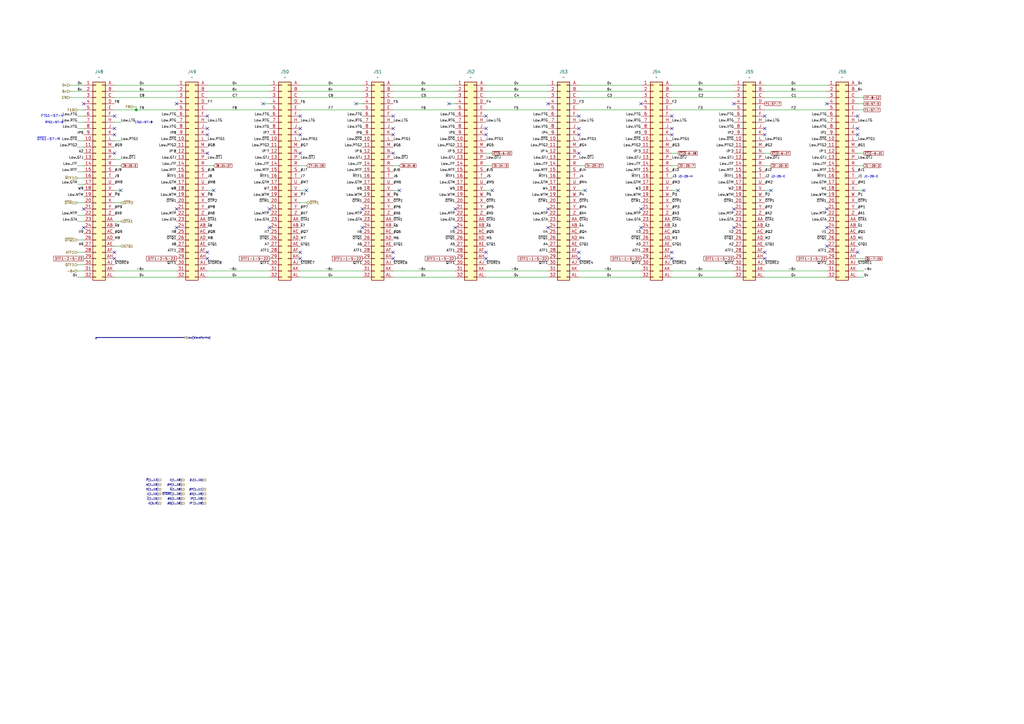
<source format=kicad_sch>
(kicad_sch (version 20211123) (generator eeschema)

  (uuid d08afa9d-e156-413d-ae0c-94c1c9bac00c)

  (paper "A3")

  (lib_symbols
    (symbol "LSA:Conn_02x32" (pin_names (offset 1.016) hide) (in_bom yes) (on_board yes)
      (property "Reference" "J" (id 0) (at 1.27 40.64 0)
        (effects (font (size 1.27 1.27)))
      )
      (property "Value" "Conn_02x32" (id 1) (at 1.27 -43.18 0)
        (effects (font (size 1.27 1.27)))
      )
      (property "Footprint" "" (id 2) (at 0 0 0)
        (effects (font (size 1.27 1.27)) hide)
      )
      (property "Datasheet" "" (id 3) (at 0 0 0)
        (effects (font (size 1.27 1.27)) hide)
      )
      (property "ki_fp_filters" "Connector*:*_2x??_*" (id 4) (at 0 0 0)
        (effects (font (size 1.27 1.27)) hide)
      )
      (symbol "Conn_02x32_1_1"
        (rectangle (start -1.27 -40.513) (end 0 -40.767)
          (stroke (width 0.1524) (type default) (color 0 0 0 0))
          (fill (type none))
        )
        (rectangle (start -1.27 -37.973) (end 0 -38.227)
          (stroke (width 0.1524) (type default) (color 0 0 0 0))
          (fill (type none))
        )
        (rectangle (start -1.27 -35.433) (end 0 -35.687)
          (stroke (width 0.1524) (type default) (color 0 0 0 0))
          (fill (type none))
        )
        (rectangle (start -1.27 -32.893) (end 0 -33.147)
          (stroke (width 0.1524) (type default) (color 0 0 0 0))
          (fill (type none))
        )
        (rectangle (start -1.27 -30.353) (end 0 -30.607)
          (stroke (width 0.1524) (type default) (color 0 0 0 0))
          (fill (type none))
        )
        (rectangle (start -1.27 -27.813) (end 0 -28.067)
          (stroke (width 0.1524) (type default) (color 0 0 0 0))
          (fill (type none))
        )
        (rectangle (start -1.27 -25.273) (end 0 -25.527)
          (stroke (width 0.1524) (type default) (color 0 0 0 0))
          (fill (type none))
        )
        (rectangle (start -1.27 -22.733) (end 0 -22.987)
          (stroke (width 0.1524) (type default) (color 0 0 0 0))
          (fill (type none))
        )
        (rectangle (start -1.27 -20.193) (end 0 -20.447)
          (stroke (width 0.1524) (type default) (color 0 0 0 0))
          (fill (type none))
        )
        (rectangle (start -1.27 -17.653) (end 0 -17.907)
          (stroke (width 0.1524) (type default) (color 0 0 0 0))
          (fill (type none))
        )
        (rectangle (start -1.27 -15.113) (end 0 -15.367)
          (stroke (width 0.1524) (type default) (color 0 0 0 0))
          (fill (type none))
        )
        (rectangle (start -1.27 -12.573) (end 0 -12.827)
          (stroke (width 0.1524) (type default) (color 0 0 0 0))
          (fill (type none))
        )
        (rectangle (start -1.27 -10.033) (end 0 -10.287)
          (stroke (width 0.1524) (type default) (color 0 0 0 0))
          (fill (type none))
        )
        (rectangle (start -1.27 -7.493) (end 0 -7.747)
          (stroke (width 0.1524) (type default) (color 0 0 0 0))
          (fill (type none))
        )
        (rectangle (start -1.27 -4.953) (end 0 -5.207)
          (stroke (width 0.1524) (type default) (color 0 0 0 0))
          (fill (type none))
        )
        (rectangle (start -1.27 -2.413) (end 0 -2.667)
          (stroke (width 0.1524) (type default) (color 0 0 0 0))
          (fill (type none))
        )
        (rectangle (start -1.27 0.127) (end 0 -0.127)
          (stroke (width 0.1524) (type default) (color 0 0 0 0))
          (fill (type none))
        )
        (rectangle (start -1.27 2.667) (end 0 2.413)
          (stroke (width 0.1524) (type default) (color 0 0 0 0))
          (fill (type none))
        )
        (rectangle (start -1.27 5.207) (end 0 4.953)
          (stroke (width 0.1524) (type default) (color 0 0 0 0))
          (fill (type none))
        )
        (rectangle (start -1.27 7.747) (end 0 7.493)
          (stroke (width 0.1524) (type default) (color 0 0 0 0))
          (fill (type none))
        )
        (rectangle (start -1.27 10.287) (end 0 10.033)
          (stroke (width 0.1524) (type default) (color 0 0 0 0))
          (fill (type none))
        )
        (rectangle (start -1.27 12.827) (end 0 12.573)
          (stroke (width 0.1524) (type default) (color 0 0 0 0))
          (fill (type none))
        )
        (rectangle (start -1.27 15.367) (end 0 15.113)
          (stroke (width 0.1524) (type default) (color 0 0 0 0))
          (fill (type none))
        )
        (rectangle (start -1.27 17.907) (end 0 17.653)
          (stroke (width 0.1524) (type default) (color 0 0 0 0))
          (fill (type none))
        )
        (rectangle (start -1.27 20.447) (end 0 20.193)
          (stroke (width 0.1524) (type default) (color 0 0 0 0))
          (fill (type none))
        )
        (rectangle (start -1.27 22.987) (end 0 22.733)
          (stroke (width 0.1524) (type default) (color 0 0 0 0))
          (fill (type none))
        )
        (rectangle (start -1.27 25.527) (end 0 25.273)
          (stroke (width 0.1524) (type default) (color 0 0 0 0))
          (fill (type none))
        )
        (rectangle (start -1.27 28.067) (end 0 27.813)
          (stroke (width 0.1524) (type default) (color 0 0 0 0))
          (fill (type none))
        )
        (rectangle (start -1.27 30.607) (end 0 30.353)
          (stroke (width 0.1524) (type default) (color 0 0 0 0))
          (fill (type none))
        )
        (rectangle (start -1.27 33.147) (end 0 32.893)
          (stroke (width 0.1524) (type default) (color 0 0 0 0))
          (fill (type none))
        )
        (rectangle (start -1.27 35.687) (end 0 35.433)
          (stroke (width 0.1524) (type default) (color 0 0 0 0))
          (fill (type none))
        )
        (rectangle (start -1.27 38.227) (end 0 37.973)
          (stroke (width 0.1524) (type default) (color 0 0 0 0))
          (fill (type none))
        )
        (rectangle (start -1.27 39.37) (end 3.81 -41.91)
          (stroke (width 0.254) (type default) (color 0 0 0 0))
          (fill (type background))
        )
        (rectangle (start 3.81 -40.513) (end 2.54 -40.767)
          (stroke (width 0.1524) (type default) (color 0 0 0 0))
          (fill (type none))
        )
        (rectangle (start 3.81 -37.973) (end 2.54 -38.227)
          (stroke (width 0.1524) (type default) (color 0 0 0 0))
          (fill (type none))
        )
        (rectangle (start 3.81 -35.433) (end 2.54 -35.687)
          (stroke (width 0.1524) (type default) (color 0 0 0 0))
          (fill (type none))
        )
        (rectangle (start 3.81 -32.893) (end 2.54 -33.147)
          (stroke (width 0.1524) (type default) (color 0 0 0 0))
          (fill (type none))
        )
        (rectangle (start 3.81 -30.353) (end 2.54 -30.607)
          (stroke (width 0.1524) (type default) (color 0 0 0 0))
          (fill (type none))
        )
        (rectangle (start 3.81 -27.813) (end 2.54 -28.067)
          (stroke (width 0.1524) (type default) (color 0 0 0 0))
          (fill (type none))
        )
        (rectangle (start 3.81 -25.273) (end 2.54 -25.527)
          (stroke (width 0.1524) (type default) (color 0 0 0 0))
          (fill (type none))
        )
        (rectangle (start 3.81 -22.733) (end 2.54 -22.987)
          (stroke (width 0.1524) (type default) (color 0 0 0 0))
          (fill (type none))
        )
        (rectangle (start 3.81 -20.193) (end 2.54 -20.447)
          (stroke (width 0.1524) (type default) (color 0 0 0 0))
          (fill (type none))
        )
        (rectangle (start 3.81 -17.653) (end 2.54 -17.907)
          (stroke (width 0.1524) (type default) (color 0 0 0 0))
          (fill (type none))
        )
        (rectangle (start 3.81 -15.113) (end 2.54 -15.367)
          (stroke (width 0.1524) (type default) (color 0 0 0 0))
          (fill (type none))
        )
        (rectangle (start 3.81 -12.573) (end 2.54 -12.827)
          (stroke (width 0.1524) (type default) (color 0 0 0 0))
          (fill (type none))
        )
        (rectangle (start 3.81 -10.033) (end 2.54 -10.287)
          (stroke (width 0.1524) (type default) (color 0 0 0 0))
          (fill (type none))
        )
        (rectangle (start 3.81 -7.493) (end 2.54 -7.747)
          (stroke (width 0.1524) (type default) (color 0 0 0 0))
          (fill (type none))
        )
        (rectangle (start 3.81 -4.953) (end 2.54 -5.207)
          (stroke (width 0.1524) (type default) (color 0 0 0 0))
          (fill (type none))
        )
        (rectangle (start 3.81 -2.413) (end 2.54 -2.667)
          (stroke (width 0.1524) (type default) (color 0 0 0 0))
          (fill (type none))
        )
        (rectangle (start 3.81 0.127) (end 2.54 -0.127)
          (stroke (width 0.1524) (type default) (color 0 0 0 0))
          (fill (type none))
        )
        (rectangle (start 3.81 2.667) (end 2.54 2.413)
          (stroke (width 0.1524) (type default) (color 0 0 0 0))
          (fill (type none))
        )
        (rectangle (start 3.81 5.207) (end 2.54 4.953)
          (stroke (width 0.1524) (type default) (color 0 0 0 0))
          (fill (type none))
        )
        (rectangle (start 3.81 7.747) (end 2.54 7.493)
          (stroke (width 0.1524) (type default) (color 0 0 0 0))
          (fill (type none))
        )
        (rectangle (start 3.81 10.287) (end 2.54 10.033)
          (stroke (width 0.1524) (type default) (color 0 0 0 0))
          (fill (type none))
        )
        (rectangle (start 3.81 12.827) (end 2.54 12.573)
          (stroke (width 0.1524) (type default) (color 0 0 0 0))
          (fill (type none))
        )
        (rectangle (start 3.81 15.367) (end 2.54 15.113)
          (stroke (width 0.1524) (type default) (color 0 0 0 0))
          (fill (type none))
        )
        (rectangle (start 3.81 17.907) (end 2.54 17.653)
          (stroke (width 0.1524) (type default) (color 0 0 0 0))
          (fill (type none))
        )
        (rectangle (start 3.81 20.447) (end 2.54 20.193)
          (stroke (width 0.1524) (type default) (color 0 0 0 0))
          (fill (type none))
        )
        (rectangle (start 3.81 22.987) (end 2.54 22.733)
          (stroke (width 0.1524) (type default) (color 0 0 0 0))
          (fill (type none))
        )
        (rectangle (start 3.81 25.527) (end 2.54 25.273)
          (stroke (width 0.1524) (type default) (color 0 0 0 0))
          (fill (type none))
        )
        (rectangle (start 3.81 28.067) (end 2.54 27.813)
          (stroke (width 0.1524) (type default) (color 0 0 0 0))
          (fill (type none))
        )
        (rectangle (start 3.81 30.607) (end 2.54 30.353)
          (stroke (width 0.1524) (type default) (color 0 0 0 0))
          (fill (type none))
        )
        (rectangle (start 3.81 33.147) (end 2.54 32.893)
          (stroke (width 0.1524) (type default) (color 0 0 0 0))
          (fill (type none))
        )
        (rectangle (start 3.81 35.687) (end 2.54 35.433)
          (stroke (width 0.1524) (type default) (color 0 0 0 0))
          (fill (type none))
        )
        (rectangle (start 3.81 38.227) (end 2.54 37.973)
          (stroke (width 0.1524) (type default) (color 0 0 0 0))
          (fill (type none))
        )
        (pin passive line (at -5.08 38.1 0) (length 3.81)
          (name "Pin_1" (effects (font (size 1.27 1.27))))
          (number "1" (effects (font (size 1.27 1.27))))
        )
        (pin passive line (at -5.08 15.24 0) (length 3.81)
          (name "Pin_10" (effects (font (size 1.27 1.27))))
          (number "10" (effects (font (size 1.27 1.27))))
        )
        (pin passive line (at -5.08 12.7 0) (length 3.81)
          (name "Pin_11" (effects (font (size 1.27 1.27))))
          (number "11" (effects (font (size 1.27 1.27))))
        )
        (pin passive line (at -5.08 10.16 0) (length 3.81)
          (name "Pin_12" (effects (font (size 1.27 1.27))))
          (number "12" (effects (font (size 1.27 1.27))))
        )
        (pin passive line (at -5.08 7.62 0) (length 3.81)
          (name "Pin_13" (effects (font (size 1.27 1.27))))
          (number "13" (effects (font (size 1.27 1.27))))
        )
        (pin passive line (at -5.08 5.08 0) (length 3.81)
          (name "Pin_14" (effects (font (size 1.27 1.27))))
          (number "14" (effects (font (size 1.27 1.27))))
        )
        (pin passive line (at -5.08 2.54 0) (length 3.81)
          (name "Pin_15" (effects (font (size 1.27 1.27))))
          (number "15" (effects (font (size 1.27 1.27))))
        )
        (pin passive line (at -5.08 0 0) (length 3.81)
          (name "Pin_16" (effects (font (size 1.27 1.27))))
          (number "16" (effects (font (size 1.27 1.27))))
        )
        (pin passive line (at -5.08 -2.54 0) (length 3.81)
          (name "Pin_17" (effects (font (size 1.27 1.27))))
          (number "17" (effects (font (size 1.27 1.27))))
        )
        (pin passive line (at -5.08 -5.08 0) (length 3.81)
          (name "Pin_18" (effects (font (size 1.27 1.27))))
          (number "18" (effects (font (size 1.27 1.27))))
        )
        (pin passive line (at -5.08 -7.62 0) (length 3.81)
          (name "Pin_19" (effects (font (size 1.27 1.27))))
          (number "19" (effects (font (size 1.27 1.27))))
        )
        (pin passive line (at -5.08 35.56 0) (length 3.81)
          (name "Pin_2" (effects (font (size 1.27 1.27))))
          (number "2" (effects (font (size 1.27 1.27))))
        )
        (pin passive line (at -5.08 -10.16 0) (length 3.81)
          (name "Pin_20" (effects (font (size 1.27 1.27))))
          (number "20" (effects (font (size 1.27 1.27))))
        )
        (pin passive line (at -5.08 -12.7 0) (length 3.81)
          (name "Pin_21" (effects (font (size 1.27 1.27))))
          (number "21" (effects (font (size 1.27 1.27))))
        )
        (pin passive line (at -5.08 -15.24 0) (length 3.81)
          (name "Pin_22" (effects (font (size 1.27 1.27))))
          (number "22" (effects (font (size 1.27 1.27))))
        )
        (pin passive line (at -5.08 -17.78 0) (length 3.81)
          (name "Pin_23" (effects (font (size 1.27 1.27))))
          (number "23" (effects (font (size 1.27 1.27))))
        )
        (pin passive line (at -5.08 -20.32 0) (length 3.81)
          (name "Pin_24" (effects (font (size 1.27 1.27))))
          (number "24" (effects (font (size 1.27 1.27))))
        )
        (pin passive line (at -5.08 -22.86 0) (length 3.81)
          (name "Pin_25" (effects (font (size 1.27 1.27))))
          (number "25" (effects (font (size 1.27 1.27))))
        )
        (pin passive line (at -5.08 -25.4 0) (length 3.81)
          (name "Pin_26" (effects (font (size 1.27 1.27))))
          (number "26" (effects (font (size 1.27 1.27))))
        )
        (pin passive line (at -5.08 -27.94 0) (length 3.81)
          (name "Pin_27" (effects (font (size 1.27 1.27))))
          (number "27" (effects (font (size 1.27 1.27))))
        )
        (pin passive line (at -5.08 -30.48 0) (length 3.81)
          (name "Pin_28" (effects (font (size 1.27 1.27))))
          (number "28" (effects (font (size 1.27 1.27))))
        )
        (pin passive line (at -5.08 -33.02 0) (length 3.81)
          (name "Pin_29" (effects (font (size 1.27 1.27))))
          (number "29" (effects (font (size 1.27 1.27))))
        )
        (pin passive line (at -5.08 33.02 0) (length 3.81)
          (name "Pin_3" (effects (font (size 1.27 1.27))))
          (number "3" (effects (font (size 1.27 1.27))))
        )
        (pin passive line (at -5.08 -35.56 0) (length 3.81)
          (name "Pin_30" (effects (font (size 1.27 1.27))))
          (number "30" (effects (font (size 1.27 1.27))))
        )
        (pin passive line (at -5.08 -38.1 0) (length 3.81)
          (name "Pin_31" (effects (font (size 1.27 1.27))))
          (number "31" (effects (font (size 1.27 1.27))))
        )
        (pin passive line (at -5.08 -40.64 0) (length 3.81)
          (name "Pin_32" (effects (font (size 1.27 1.27))))
          (number "32" (effects (font (size 1.27 1.27))))
        )
        (pin passive line (at -5.08 30.48 0) (length 3.81)
          (name "Pin_4" (effects (font (size 1.27 1.27))))
          (number "4" (effects (font (size 1.27 1.27))))
        )
        (pin passive line (at -5.08 27.94 0) (length 3.81)
          (name "Pin_5" (effects (font (size 1.27 1.27))))
          (number "5" (effects (font (size 1.27 1.27))))
        )
        (pin passive line (at -5.08 25.4 0) (length 3.81)
          (name "Pin_6" (effects (font (size 1.27 1.27))))
          (number "6" (effects (font (size 1.27 1.27))))
        )
        (pin passive line (at -5.08 22.86 0) (length 3.81)
          (name "Pin_7" (effects (font (size 1.27 1.27))))
          (number "7" (effects (font (size 1.27 1.27))))
        )
        (pin passive line (at -5.08 20.32 0) (length 3.81)
          (name "Pin_8" (effects (font (size 1.27 1.27))))
          (number "8" (effects (font (size 1.27 1.27))))
        )
        (pin passive line (at -5.08 17.78 0) (length 3.81)
          (name "Pin_9" (effects (font (size 1.27 1.27))))
          (number "9" (effects (font (size 1.27 1.27))))
        )
        (pin passive line (at 7.62 38.1 180) (length 3.81)
          (name "Pin_A" (effects (font (size 1.27 1.27))))
          (number "A" (effects (font (size 1.27 1.27))))
        )
        (pin passive line (at 7.62 -17.78 180) (length 3.81)
          (name "Pin_AA" (effects (font (size 1.27 1.27))))
          (number "AA" (effects (font (size 1.27 1.27))))
        )
        (pin passive line (at 7.62 -20.32 180) (length 3.81)
          (name "Pin_AB" (effects (font (size 1.27 1.27))))
          (number "AB" (effects (font (size 1.27 1.27))))
        )
        (pin passive line (at 7.62 -22.86 180) (length 3.81)
          (name "Pin_AC" (effects (font (size 1.27 1.27))))
          (number "AC" (effects (font (size 1.27 1.27))))
        )
        (pin passive line (at 7.62 -25.4 180) (length 3.81)
          (name "Pin_AD" (effects (font (size 1.27 1.27))))
          (number "AD" (effects (font (size 1.27 1.27))))
        )
        (pin passive line (at 7.62 -27.94 180) (length 3.81)
          (name "Pin_AE" (effects (font (size 1.27 1.27))))
          (number "AE" (effects (font (size 1.27 1.27))))
        )
        (pin passive line (at 7.62 -30.48 180) (length 3.81)
          (name "Pin_AF" (effects (font (size 1.27 1.27))))
          (number "AF" (effects (font (size 1.27 1.27))))
        )
        (pin passive line (at 7.62 -33.02 180) (length 3.81)
          (name "Pin_AH" (effects (font (size 1.27 1.27))))
          (number "AH" (effects (font (size 1.27 1.27))))
        )
        (pin passive line (at 7.62 -35.56 180) (length 3.81)
          (name "Pin_AJ" (effects (font (size 1.27 1.27))))
          (number "AJ" (effects (font (size 1.27 1.27))))
        )
        (pin passive line (at 7.62 -38.1 180) (length 3.81)
          (name "Pin_AK" (effects (font (size 1.27 1.27))))
          (number "AK" (effects (font (size 1.27 1.27))))
        )
        (pin passive line (at 7.62 -40.64 180) (length 3.81)
          (name "Pin_AL" (effects (font (size 1.27 1.27))))
          (number "AL" (effects (font (size 1.27 1.27))))
        )
        (pin passive line (at 7.62 35.56 180) (length 3.81)
          (name "Pin_B" (effects (font (size 1.27 1.27))))
          (number "B" (effects (font (size 1.27 1.27))))
        )
        (pin passive line (at 7.62 33.02 180) (length 3.81)
          (name "Pin_C" (effects (font (size 1.27 1.27))))
          (number "C" (effects (font (size 1.27 1.27))))
        )
        (pin passive line (at 7.62 30.48 180) (length 3.81)
          (name "Pin_D" (effects (font (size 1.27 1.27))))
          (number "D" (effects (font (size 1.27 1.27))))
        )
        (pin passive line (at 7.62 27.94 180) (length 3.81)
          (name "Pin_E" (effects (font (size 1.27 1.27))))
          (number "E" (effects (font (size 1.27 1.27))))
        )
        (pin passive line (at 7.62 25.4 180) (length 3.81)
          (name "Pin_F" (effects (font (size 1.27 1.27))))
          (number "F" (effects (font (size 1.27 1.27))))
        )
        (pin passive line (at 7.62 22.86 180) (length 3.81)
          (name "Pin_H" (effects (font (size 1.27 1.27))))
          (number "H" (effects (font (size 1.27 1.27))))
        )
        (pin passive line (at 7.62 20.32 180) (length 3.81)
          (name "Pin_J" (effects (font (size 1.27 1.27))))
          (number "J" (effects (font (size 1.27 1.27))))
        )
        (pin passive line (at 7.62 17.78 180) (length 3.81)
          (name "Pin_K" (effects (font (size 1.27 1.27))))
          (number "K" (effects (font (size 1.27 1.27))))
        )
        (pin passive line (at 7.62 15.24 180) (length 3.81)
          (name "Pin_L" (effects (font (size 1.27 1.27))))
          (number "L" (effects (font (size 1.27 1.27))))
        )
        (pin passive line (at 7.62 12.7 180) (length 3.81)
          (name "Pin_M" (effects (font (size 1.27 1.27))))
          (number "M" (effects (font (size 1.27 1.27))))
        )
        (pin passive line (at 7.62 10.16 180) (length 3.81)
          (name "Pin_N" (effects (font (size 1.27 1.27))))
          (number "N" (effects (font (size 1.27 1.27))))
        )
        (pin passive line (at 7.62 7.62 180) (length 3.81)
          (name "Pin_P" (effects (font (size 1.27 1.27))))
          (number "P" (effects (font (size 1.27 1.27))))
        )
        (pin passive line (at 7.62 5.08 180) (length 3.81)
          (name "Pin_R" (effects (font (size 1.27 1.27))))
          (number "R" (effects (font (size 1.27 1.27))))
        )
        (pin passive line (at 7.62 2.54 180) (length 3.81)
          (name "Pin_S" (effects (font (size 1.27 1.27))))
          (number "S" (effects (font (size 1.27 1.27))))
        )
        (pin passive line (at 7.62 0 180) (length 3.81)
          (name "Pin_T" (effects (font (size 1.27 1.27))))
          (number "T" (effects (font (size 1.27 1.27))))
        )
        (pin passive line (at 7.62 -2.54 180) (length 3.81)
          (name "Pin_U" (effects (font (size 1.27 1.27))))
          (number "U" (effects (font (size 1.27 1.27))))
        )
        (pin passive line (at 7.62 -5.08 180) (length 3.81)
          (name "Pin_V" (effects (font (size 1.27 1.27))))
          (number "V" (effects (font (size 1.27 1.27))))
        )
        (pin passive line (at 7.62 -7.62 180) (length 3.81)
          (name "Pin_W" (effects (font (size 1.27 1.27))))
          (number "W" (effects (font (size 1.27 1.27))))
        )
        (pin passive line (at 7.62 -10.16 180) (length 3.81)
          (name "Pin_X" (effects (font (size 1.27 1.27))))
          (number "X" (effects (font (size 1.27 1.27))))
        )
        (pin passive line (at 7.62 -12.7 180) (length 3.81)
          (name "Pin_Y" (effects (font (size 1.27 1.27))))
          (number "Y" (effects (font (size 1.27 1.27))))
        )
        (pin passive line (at 7.62 -15.24 180) (length 3.81)
          (name "Pin_Z" (effects (font (size 1.27 1.27))))
          (number "Z" (effects (font (size 1.27 1.27))))
        )
      )
    )
  )


  (junction (at 55.88 45.085) (diameter 0) (color 0 0 0 0)
    (uuid d5a32426-d863-4806-b847-4d64753aab54)
  )

  (no_connect (at 34.29 85.725) (uuid 0259588b-0f32-47cc-953b-19a296e7cc2d))
  (no_connect (at 72.39 85.725) (uuid 0da3c8bb-e372-4218-8361-63763434280f))
  (no_connect (at 72.39 93.345) (uuid 0e9b4fc6-bf3e-42c8-8ec8-79ec69a7d06f))
  (no_connect (at 46.99 62.865) (uuid 11e1ee64-2c34-445e-82d2-35c6e48accfe))
  (no_connect (at 313.69 106.045) (uuid 14789acf-4d3a-40d4-82b3-4b0636c68f42))
  (no_connect (at 262.89 93.345) (uuid 1914d04f-a29d-4dad-96f9-7a9c09eb9a8c))
  (no_connect (at 351.79 103.505) (uuid 1a00690f-8ef2-40eb-9ab9-7d169bc116c6))
  (no_connect (at 316.23 78.105) (uuid 1aac8873-1618-4d07-9959-4473b4a307af))
  (no_connect (at 237.49 62.865) (uuid 1ce6257b-e7b9-4ab8-aa67-88ebfca2d615))
  (no_connect (at 110.49 93.345) (uuid 1d33773e-b15b-445e-91ee-33f250ccd6eb))
  (no_connect (at 224.79 85.725) (uuid 1d9df8ed-70b6-44b4-9ed7-6e2135d952b4))
  (no_connect (at 49.53 78.105) (uuid 2c88fbd3-b7f5-4214-a746-59481ea06832))
  (no_connect (at 199.39 55.245) (uuid 2f476cbf-6ce1-4cee-be95-cd2a1241c663))
  (no_connect (at 161.29 103.505) (uuid 357665a5-ed30-46e9-a069-fc094161af5f))
  (no_connect (at 275.59 52.705) (uuid 368a609d-7e95-4867-b95e-b9d79bbe9585))
  (no_connect (at 199.39 52.705) (uuid 36f5e634-8e78-4941-9c33-87ce2fd11db4))
  (no_connect (at 123.19 62.865) (uuid 42a5db27-438f-48f6-862d-208a6e53b996))
  (no_connect (at 237.49 47.625) (uuid 42f2277c-5011-4a9a-b69a-1f4e0150beb2))
  (no_connect (at 161.29 55.245) (uuid 46f69b91-7a92-4245-9b39-6163b56c0dd2))
  (no_connect (at 224.79 42.545) (uuid 492fedf4-a921-4c2f-9616-f2f4d72c7cb8))
  (no_connect (at 275.59 55.245) (uuid 4b2a6fe9-83da-4bb1-9845-6a0a8f5edfdc))
  (no_connect (at 163.83 78.105) (uuid 512ae009-6e23-49f8-878f-0ad247dd5f30))
  (no_connect (at 107.95 42.545) (uuid 51958f66-e678-4be7-bcd0-62b5ec57e083))
  (no_connect (at 339.09 93.345) (uuid 564233b5-b530-4c64-9dcd-7d83f942412d))
  (no_connect (at 199.39 47.625) (uuid 58269257-5edd-4071-977d-3f4ed58a7649))
  (no_connect (at 46.99 47.625) (uuid 59915fe0-2401-46a0-8856-868182a1bef4))
  (no_connect (at 46.99 52.705) (uuid 5d93d2d0-333e-4665-ab30-f52956c79175))
  (no_connect (at 278.13 78.105) (uuid 5e44def2-6855-441e-b3e9-0d8215dd4427))
  (no_connect (at 85.09 55.245) (uuid 5eba12e0-551b-4cc7-a8b2-09187ac59257))
  (no_connect (at 237.49 52.705) (uuid 5f4b4ae0-a7c6-4d38-a8ca-aa7e4230b66a))
  (no_connect (at 34.29 42.545) (uuid 6128a649-1efe-453e-8b0e-a87f820752f7))
  (no_connect (at 313.69 103.505) (uuid 6a3aaf1f-10c0-4b5a-bddc-48607690456d))
  (no_connect (at 161.29 52.705) (uuid 6bae5d89-45c4-4309-8b54-bdf587cd9774))
  (no_connect (at 300.99 85.725) (uuid 6bcc3677-e1c3-4a7c-b6b3-ecc1e4d3ecfa))
  (no_connect (at 339.09 42.545) (uuid 6d44d253-49b7-4ba4-825e-e895c6f199d6))
  (no_connect (at 87.63 78.105) (uuid 6f3adaea-2fd0-45f2-901a-df41d6349b8c))
  (no_connect (at 339.09 85.725) (uuid 7034ef80-2835-4efb-b129-1ef8dd48ec4f))
  (no_connect (at 148.59 93.345) (uuid 70cb5cda-e5ea-4281-9a91-f311c5ba867d))
  (no_connect (at 161.29 106.045) (uuid 74c8f6fb-37c8-4aaf-b163-edf5642969af))
  (no_connect (at 262.89 85.725) (uuid 7551d22b-812c-4053-b792-98c935280130))
  (no_connect (at 34.29 93.345) (uuid 760ad260-e2a1-43a8-96ff-e42b4a0e1e09))
  (no_connect (at 237.49 55.245) (uuid 7ad44dea-3751-459a-b620-99d9cd0586b1))
  (no_connect (at 313.69 52.705) (uuid 7b9a95a2-dfed-49d2-80f9-518454d4dd18))
  (no_connect (at 237.49 103.505) (uuid 7d4d7e36-0460-4c8d-bbc9-49c6641ef03c))
  (no_connect (at 262.89 42.545) (uuid 80d189f8-4bfc-4b03-b162-4700f2ba91e2))
  (no_connect (at 275.59 47.625) (uuid 819e077a-5252-4563-94af-ec8306273b88))
  (no_connect (at 123.19 103.505) (uuid 835ed8d6-7567-4899-a2df-19fca5db594b))
  (no_connect (at 237.49 106.045) (uuid 83bacd1e-fcb5-41ab-9bae-5ac0158cf3dd))
  (no_connect (at 123.19 47.625) (uuid 8523a7dc-980c-45c3-8eb0-d0444e430934))
  (no_connect (at 339.09 100.965) (uuid 864545a9-5dc9-4cc6-8950-96a7cbf31307))
  (no_connect (at 125.73 78.105) (uuid 8715878b-28bf-463c-a950-743c863eb661))
  (no_connect (at 85.09 62.865) (uuid 8a37ac72-fe22-4b98-acfe-f08bc95af317))
  (no_connect (at 85.09 52.705) (uuid 9040fb91-673e-4e31-bcd3-e8bf168de355))
  (no_connect (at 275.59 103.505) (uuid 965cbce5-9d51-4ae8-8823-d02274856e5e))
  (no_connect (at 224.79 93.345) (uuid 9b809885-6b59-45dc-ad81-7e2f04846ed9))
  (no_connect (at 199.39 106.045) (uuid a1386c3a-9352-4bf5-94ee-dda25540e158))
  (no_connect (at 201.93 78.105) (uuid a2e82562-b58c-4e27-8e9f-df340f54fa15))
  (no_connect (at 146.05 42.545) (uuid a451af80-4f78-4e23-8388-cb3852ebcfb3))
  (no_connect (at 85.09 103.505) (uuid a5fa7abd-a1a8-4bd6-b296-d69a56eeae31))
  (no_connect (at 46.99 106.045) (uuid a783f866-25d1-4fb3-89dd-f55a4288a218))
  (no_connect (at 161.29 47.625) (uuid a81ff4d4-6719-45b1-8265-69200875b5ec))
  (no_connect (at 186.69 85.725) (uuid a8af9290-c905-4864-88e1-bbf7705d4e54))
  (no_connect (at 186.69 93.345) (uuid a957bfc3-fdfa-4f3b-a671-1d77adf29708))
  (no_connect (at 351.79 47.625) (uuid ad65658a-4052-4036-a05d-81dd0f917ad3))
  (no_connect (at 313.69 47.625) (uuid ae8eadf1-e8b1-4e0c-bf17-b302ba7e8779))
  (no_connect (at 123.19 55.245) (uuid b2082166-d960-4e52-a91f-a489ed3e3ed8))
  (no_connect (at 275.59 106.045) (uuid b28e249d-4d75-42e8-8a4d-5009e89656d0))
  (no_connect (at 199.39 103.505) (uuid b2c5519b-4e35-435f-94cb-4f1166db30a4))
  (no_connect (at 300.99 42.545) (uuid b53b53cf-9308-41da-acb1-c1c924e3b7ff))
  (no_connect (at 123.19 106.045) (uuid bec3cac8-c744-420d-9071-421fb6f63e81))
  (no_connect (at 240.03 78.105) (uuid c05433eb-f666-47b2-94b3-0380a3688756))
  (no_connect (at 85.09 106.045) (uuid c7e77ca6-8a23-4572-89f5-97283fc3e536))
  (no_connect (at 161.29 62.865) (uuid d1ee4481-e335-495a-a73a-6bb2c5b1fefa))
  (no_connect (at 85.09 47.625) (uuid d20924ff-f8fe-41fd-8ad9-6c187d4a2647))
  (no_connect (at 354.33 78.105) (uuid d92cc54b-f8ea-490b-a015-4267a5d66d10))
  (no_connect (at 351.79 52.705) (uuid d948ac11-4f97-4397-bac0-cd73a63bdcd1))
  (no_connect (at 300.99 93.345) (uuid df7c00b2-b103-49e2-a7e1-86caeb9dad48))
  (no_connect (at 110.49 85.725) (uuid e36fefbf-ce1e-4b0e-8fad-5ae55553ec27))
  (no_connect (at 123.19 52.705) (uuid eb472931-be3a-4a34-afe1-14bf865ab60d))
  (no_connect (at 46.99 103.505) (uuid efc585d7-f48a-4ce8-88cc-3f040de201e0))
  (no_connect (at 72.39 42.545) (uuid f2083fe0-0423-4610-8f8f-46eedcd67709))
  (no_connect (at 46.99 55.245) (uuid f309db3e-454c-44ed-a108-5ec667d6e6d6))
  (no_connect (at 148.59 85.725) (uuid f4e1be3f-726c-4788-a3a9-42d1e0989dae))
  (no_connect (at 184.15 42.545) (uuid f4f70d8b-08c6-45ee-ba97-154ada8bdbad))
  (no_connect (at 313.69 55.245) (uuid fc01991c-dd6a-4f88-a795-ed038ace4723))
  (no_connect (at 351.79 55.245) (uuid fe224d40-b08b-4bca-9a77-ef5b9c2a3614))

  (wire (pts (xy 54.61 43.815) (xy 55.88 43.815))
    (stroke (width 0) (type default) (color 0 0 0 0))
    (uuid 0033b527-f15d-473b-9007-5b3a06ea2656)
  )
  (wire (pts (xy 46.99 65.405) (xy 49.53 65.405))
    (stroke (width 0) (type default) (color 0 0 0 0))
    (uuid 04e4413a-b96b-41a4-ad24-4be6869006fa)
  )
  (wire (pts (xy 354.33 42.545) (xy 351.79 42.545))
    (stroke (width 0) (type default) (color 0 0 0 0))
    (uuid 04fee5da-8815-4b94-a84c-dc9f90aa5c09)
  )
  (wire (pts (xy 199.39 113.665) (xy 224.79 113.665))
    (stroke (width 0) (type default) (color 0 0 0 0))
    (uuid 0761be74-30c1-4b0f-9fde-8f5636f85abb)
  )
  (wire (pts (xy 354.33 113.665) (xy 351.79 113.665))
    (stroke (width 0) (type default) (color 0 0 0 0))
    (uuid 0e5da3a3-fff7-4384-860a-8befbed39ae3)
  )
  (wire (pts (xy 46.99 37.465) (xy 72.39 37.465))
    (stroke (width 0) (type default) (color 0 0 0 0))
    (uuid 135fae6a-6c35-4cd6-8754-abed493af79f)
  )
  (wire (pts (xy 237.49 45.085) (xy 262.89 45.085))
    (stroke (width 0) (type default) (color 0 0 0 0))
    (uuid 150e8de0-eba4-421b-8f31-539b91f7922e)
  )
  (wire (pts (xy 201.93 62.865) (xy 199.39 62.865))
    (stroke (width 0) (type default) (color 0 0 0 0))
    (uuid 17716865-a3e6-4037-81cf-ae58bedc2dad)
  )
  (wire (pts (xy 146.05 42.545) (xy 148.59 42.545))
    (stroke (width 0) (type default) (color 0 0 0 0))
    (uuid 190bcb12-deea-4d99-acd7-45c44724362e)
  )
  (wire (pts (xy 161.29 113.665) (xy 186.69 113.665))
    (stroke (width 0) (type default) (color 0 0 0 0))
    (uuid 19fe81c6-6bca-42a6-8d3a-486751b905ce)
  )
  (wire (pts (xy 85.09 40.005) (xy 110.49 40.005))
    (stroke (width 0) (type default) (color 0 0 0 0))
    (uuid 1a6ada8e-057a-472d-ae45-24e6d0a5003a)
  )
  (wire (pts (xy 313.69 37.465) (xy 339.09 37.465))
    (stroke (width 0) (type default) (color 0 0 0 0))
    (uuid 1a80498d-e740-43b5-a7b4-264b103ec00b)
  )
  (wire (pts (xy 31.75 113.665) (xy 34.29 113.665))
    (stroke (width 0) (type default) (color 0 0 0 0))
    (uuid 1b09b927-ad91-40fa-b6ca-8013e552c3d1)
  )
  (wire (pts (xy 85.09 111.125) (xy 110.49 111.125))
    (stroke (width 0) (type default) (color 0 0 0 0))
    (uuid 1ddb55dd-d42c-4bb0-b687-dbda63082428)
  )
  (wire (pts (xy 107.95 42.545) (xy 110.49 42.545))
    (stroke (width 0) (type default) (color 0 0 0 0))
    (uuid 2002072a-3915-45c7-af55-417a41e545cf)
  )
  (wire (pts (xy 28.575 37.465) (xy 34.29 37.465))
    (stroke (width 0) (type default) (color 0 0 0 0))
    (uuid 20855018-58d7-45cd-b1ed-77aa830a2f8a)
  )
  (wire (pts (xy 85.09 78.105) (xy 87.63 78.105))
    (stroke (width 0) (type default) (color 0 0 0 0))
    (uuid 21633644-cc14-4950-8c4c-8042ba332d65)
  )
  (wire (pts (xy 123.19 40.005) (xy 148.59 40.005))
    (stroke (width 0) (type default) (color 0 0 0 0))
    (uuid 2246f95c-18a1-492c-bed2-aca527b24940)
  )
  (wire (pts (xy 125.73 83.185) (xy 123.19 83.185))
    (stroke (width 0) (type default) (color 0 0 0 0))
    (uuid 22dc7525-4096-4564-8624-e08be4d69f31)
  )
  (wire (pts (xy 55.88 45.085) (xy 72.39 45.085))
    (stroke (width 0) (type default) (color 0 0 0 0))
    (uuid 23027679-feb3-4ce6-a82d-1fa4852efe52)
  )
  (wire (pts (xy 31.75 90.805) (xy 34.29 90.805))
    (stroke (width 0) (type default) (color 0 0 0 0))
    (uuid 231c0799-a552-4f38-9947-3fea966beb84)
  )
  (wire (pts (xy 85.09 45.085) (xy 110.49 45.085))
    (stroke (width 0) (type default) (color 0 0 0 0))
    (uuid 2b1c30bd-5779-4d00-9587-1154e1781cdf)
  )
  (wire (pts (xy 31.75 98.425) (xy 34.29 98.425))
    (stroke (width 0) (type default) (color 0 0 0 0))
    (uuid 2e89d875-b755-4863-a2f3-68213868ff6f)
  )
  (wire (pts (xy 199.39 34.925) (xy 224.79 34.925))
    (stroke (width 0) (type default) (color 0 0 0 0))
    (uuid 2f43e560-73d3-4ba9-b7b0-b94f6735cd64)
  )
  (wire (pts (xy 46.99 34.925) (xy 72.39 34.925))
    (stroke (width 0) (type default) (color 0 0 0 0))
    (uuid 30fc6d00-666f-40b1-bf1e-01df4bed80b4)
  )
  (wire (pts (xy 354.33 111.125) (xy 351.79 111.125))
    (stroke (width 0) (type default) (color 0 0 0 0))
    (uuid 31f14134-3112-4f4b-a817-cfeae9ba89cc)
  )
  (wire (pts (xy 55.88 43.815) (xy 55.88 45.085))
    (stroke (width 0) (type default) (color 0 0 0 0))
    (uuid 32c5b458-9de1-47ce-8525-d07e268c4a7e)
  )
  (wire (pts (xy 31.75 50.165) (xy 34.29 50.165))
    (stroke (width 0) (type default) (color 0 0 0 0))
    (uuid 4310fb34-4041-4375-90d8-662e6836d6d9)
  )
  (wire (pts (xy 31.75 75.565) (xy 34.29 75.565))
    (stroke (width 0) (type default) (color 0 0 0 0))
    (uuid 43352ad2-a8d4-40e4-a9dc-84b4d411bb58)
  )
  (wire (pts (xy 28.575 40.005) (xy 34.29 40.005))
    (stroke (width 0) (type default) (color 0 0 0 0))
    (uuid 4602c524-2a2e-44ef-ab26-d6ce0c300490)
  )
  (wire (pts (xy 34.29 67.945) (xy 31.75 67.945))
    (stroke (width 0) (type default) (color 0 0 0 0))
    (uuid 49b09658-4253-4a2f-b24b-01b38974eac7)
  )
  (wire (pts (xy 354.965 106.045) (xy 351.79 106.045))
    (stroke (width 0) (type default) (color 0 0 0 0))
    (uuid 5395ab7b-7423-4536-90db-c566de3eb261)
  )
  (wire (pts (xy 316.23 67.945) (xy 313.69 67.945))
    (stroke (width 0) (type default) (color 0 0 0 0))
    (uuid 5a77926e-3187-44d8-a858-7e020a44174a)
  )
  (wire (pts (xy 275.59 40.005) (xy 300.99 40.005))
    (stroke (width 0) (type default) (color 0 0 0 0))
    (uuid 5b2efbfa-064b-47df-a2cb-ba2bf6910d0e)
  )
  (wire (pts (xy 161.29 78.105) (xy 163.83 78.105))
    (stroke (width 0) (type default) (color 0 0 0 0))
    (uuid 6032ed15-3160-47be-9748-2040a6ff27db)
  )
  (wire (pts (xy 161.29 34.925) (xy 186.69 34.925))
    (stroke (width 0) (type default) (color 0 0 0 0))
    (uuid 62bb6ab4-6eab-4162-835a-b608ebab5762)
  )
  (wire (pts (xy 31.75 47.625) (xy 34.29 47.625))
    (stroke (width 0) (type default) (color 0 0 0 0))
    (uuid 63d42cfb-4d34-486b-b22f-3783340d90ec)
  )
  (wire (pts (xy 49.53 100.965) (xy 46.99 100.965))
    (stroke (width 0) (type default) (color 0 0 0 0))
    (uuid 63dc8744-5f5c-40c9-b84b-6ab6b1adc7df)
  )
  (wire (pts (xy 237.49 37.465) (xy 262.89 37.465))
    (stroke (width 0) (type default) (color 0 0 0 0))
    (uuid 6420c6b5-4f51-4d3c-9784-c3d499f126f4)
  )
  (wire (pts (xy 275.59 78.105) (xy 278.13 78.105))
    (stroke (width 0) (type default) (color 0 0 0 0))
    (uuid 677a83c6-4d50-4cf8-aab5-20fb4f95f953)
  )
  (bus (pts (xy 39.37 138.43) (xy 39.37 139.065))
    (stroke (width 0) (type default) (color 0 0 0 0))
    (uuid 6a95204a-95ca-4780-8c5f-769e772cc9e3)
  )

  (wire (pts (xy 46.99 45.085) (xy 55.88 45.085))
    (stroke (width 0) (type default) (color 0 0 0 0))
    (uuid 6b5c45a7-7977-4700-ba11-fb7d6f6236c7)
  )
  (wire (pts (xy 31.75 83.185) (xy 34.29 83.185))
    (stroke (width 0) (type default) (color 0 0 0 0))
    (uuid 6e9fcdb0-51f1-4379-89af-5e7ab6bb9f96)
  )
  (wire (pts (xy 46.99 113.665) (xy 72.39 113.665))
    (stroke (width 0) (type default) (color 0 0 0 0))
    (uuid 6f496300-b6d1-4177-ba0b-2767383d038b)
  )
  (wire (pts (xy 49.53 57.785) (xy 46.99 57.785))
    (stroke (width 0) (type default) (color 0 0 0 0))
    (uuid 722b41eb-1a65-4f75-8b51-20b996f4b738)
  )
  (wire (pts (xy 31.75 111.125) (xy 34.29 111.125))
    (stroke (width 0) (type default) (color 0 0 0 0))
    (uuid 74009588-41f0-440a-b41f-8092a6493f29)
  )
  (wire (pts (xy 31.75 73.025) (xy 34.29 73.025))
    (stroke (width 0) (type default) (color 0 0 0 0))
    (uuid 77629044-8aa6-496a-a8ff-273e64bb7d0f)
  )
  (wire (pts (xy 237.49 78.105) (xy 240.03 78.105))
    (stroke (width 0) (type default) (color 0 0 0 0))
    (uuid 787581d8-f9f7-4ff4-bb81-ca2f5fb4a1c6)
  )
  (wire (pts (xy 31.75 57.785) (xy 34.29 57.785))
    (stroke (width 0) (type default) (color 0 0 0 0))
    (uuid 7a2e6598-8246-4156-b5b0-03f6d8e27f49)
  )
  (wire (pts (xy 125.73 67.945) (xy 123.19 67.945))
    (stroke (width 0) (type default) (color 0 0 0 0))
    (uuid 7b9ee7e7-2b13-42f8-91cb-5d6475ca2162)
  )
  (wire (pts (xy 46.99 40.005) (xy 72.39 40.005))
    (stroke (width 0) (type default) (color 0 0 0 0))
    (uuid 7ef1ffe5-7c42-4a5b-aa07-0acc064b1eb2)
  )
  (wire (pts (xy 278.13 67.945) (xy 275.59 67.945))
    (stroke (width 0) (type default) (color 0 0 0 0))
    (uuid 8029aff3-4292-485d-8669-f90bc670ea1d)
  )
  (wire (pts (xy 161.29 111.125) (xy 186.69 111.125))
    (stroke (width 0) (type default) (color 0 0 0 0))
    (uuid 8103795b-f96f-42e5-8f01-9d4f0a1e693e)
  )
  (wire (pts (xy 351.79 45.085) (xy 354.33 45.085))
    (stroke (width 0) (type default) (color 0 0 0 0))
    (uuid 864616dd-de0c-4ce6-9e08-a03afe0f7a74)
  )
  (wire (pts (xy 313.69 111.125) (xy 339.09 111.125))
    (stroke (width 0) (type default) (color 0 0 0 0))
    (uuid 88047901-53fc-4f20-b875-a9816be040a7)
  )
  (wire (pts (xy 31.75 70.485) (xy 34.29 70.485))
    (stroke (width 0) (type default) (color 0 0 0 0))
    (uuid 89b92da2-49f3-4f05-a4f2-e270cae47b44)
  )
  (wire (pts (xy 237.49 113.665) (xy 262.89 113.665))
    (stroke (width 0) (type default) (color 0 0 0 0))
    (uuid 89eb6a96-341c-4374-b832-d31e703e6b02)
  )
  (wire (pts (xy 199.39 111.125) (xy 224.79 111.125))
    (stroke (width 0) (type default) (color 0 0 0 0))
    (uuid 8a9a37f8-ba25-4379-9c14-9a30db6f918d)
  )
  (wire (pts (xy 313.69 34.925) (xy 339.09 34.925))
    (stroke (width 0) (type default) (color 0 0 0 0))
    (uuid 8b137bee-09c5-451d-9c3b-c68d4366fa01)
  )
  (wire (pts (xy 46.99 90.805) (xy 49.53 90.805))
    (stroke (width 0) (type default) (color 0 0 0 0))
    (uuid 90d679be-17b3-4bbe-8aef-459428d2cefd)
  )
  (wire (pts (xy 316.23 62.865) (xy 313.69 62.865))
    (stroke (width 0) (type default) (color 0 0 0 0))
    (uuid 938f795e-6c6a-48e0-9ab4-07a1dd83f774)
  )
  (wire (pts (xy 49.53 50.165) (xy 46.99 50.165))
    (stroke (width 0) (type default) (color 0 0 0 0))
    (uuid 968a0a85-8284-4fe3-9591-bbb8e4ca7b17)
  )
  (wire (pts (xy 354.33 78.105) (xy 351.79 78.105))
    (stroke (width 0) (type default) (color 0 0 0 0))
    (uuid 98c1a7d5-fdcf-4764-8d16-a4e92c08065c)
  )
  (wire (pts (xy 275.59 37.465) (xy 300.99 37.465))
    (stroke (width 0) (type default) (color 0 0 0 0))
    (uuid 9960c278-178c-4082-bc55-0a9552d03e21)
  )
  (wire (pts (xy 313.69 40.005) (xy 339.09 40.005))
    (stroke (width 0) (type default) (color 0 0 0 0))
    (uuid 99e72be8-e488-455b-873a-a611a539f54d)
  )
  (wire (pts (xy 123.19 34.925) (xy 148.59 34.925))
    (stroke (width 0) (type default) (color 0 0 0 0))
    (uuid 99f0b246-88cd-4ae5-b01b-ff2aabd1df6f)
  )
  (wire (pts (xy 123.19 113.665) (xy 148.59 113.665))
    (stroke (width 0) (type default) (color 0 0 0 0))
    (uuid 9acc6d33-058e-42a1-a8ac-1c18e9e6de01)
  )
  (wire (pts (xy 237.49 67.945) (xy 240.03 67.945))
    (stroke (width 0) (type default) (color 0 0 0 0))
    (uuid 9e326756-83ca-447b-a0f1-404d26ce12da)
  )
  (wire (pts (xy 46.99 111.125) (xy 72.39 111.125))
    (stroke (width 0) (type default) (color 0 0 0 0))
    (uuid 9e733bd4-0dad-4cc8-9c26-547318af573e)
  )
  (wire (pts (xy 354.33 40.005) (xy 351.79 40.005))
    (stroke (width 0) (type default) (color 0 0 0 0))
    (uuid 9ed980da-12e6-4bb1-970c-5b4264ec3581)
  )
  (wire (pts (xy 354.33 67.945) (xy 351.79 67.945))
    (stroke (width 0) (type default) (color 0 0 0 0))
    (uuid 9f0ee460-8bac-4d01-8626-0d8fc1acad06)
  )
  (wire (pts (xy 275.59 34.925) (xy 300.99 34.925))
    (stroke (width 0) (type default) (color 0 0 0 0))
    (uuid 9f9a36ad-15c1-48e2-815b-a56a1bac0f94)
  )
  (wire (pts (xy 123.19 78.105) (xy 125.73 78.105))
    (stroke (width 0) (type default) (color 0 0 0 0))
    (uuid a0cb023c-7edf-4605-8de3-e953a573f51d)
  )
  (bus (pts (xy 75.565 138.43) (xy 39.37 138.43))
    (stroke (width 0) (type default) (color 0 0 0 0))
    (uuid a1ceb3ea-1256-4327-9889-99edbd4be48f)
  )

  (wire (pts (xy 199.39 40.005) (xy 224.79 40.005))
    (stroke (width 0) (type default) (color 0 0 0 0))
    (uuid a3fe8026-08ed-4384-bc03-ce4b7f0c8e2b)
  )
  (wire (pts (xy 31.75 60.325) (xy 34.29 60.325))
    (stroke (width 0) (type default) (color 0 0 0 0))
    (uuid a53441f6-8b4b-48e7-bc90-220bf5998c67)
  )
  (wire (pts (xy 199.39 37.465) (xy 224.79 37.465))
    (stroke (width 0) (type default) (color 0 0 0 0))
    (uuid a7b58ed5-bbdc-4e96-ac1e-5262bf814251)
  )
  (wire (pts (xy 237.49 111.125) (xy 262.89 111.125))
    (stroke (width 0) (type default) (color 0 0 0 0))
    (uuid a8b3a259-f67d-47c6-a57a-9f54d93b7f5c)
  )
  (wire (pts (xy 237.49 34.925) (xy 262.89 34.925))
    (stroke (width 0) (type default) (color 0 0 0 0))
    (uuid a8f052f5-9d27-41a2-a6cf-52ce06797df8)
  )
  (wire (pts (xy 123.19 45.085) (xy 148.59 45.085))
    (stroke (width 0) (type default) (color 0 0 0 0))
    (uuid acea9c9f-0813-4b9c-9c2c-c8cf2f55991c)
  )
  (wire (pts (xy 275.59 111.125) (xy 300.99 111.125))
    (stroke (width 0) (type default) (color 0 0 0 0))
    (uuid aeca62f7-587e-41b9-9078-df6b71ef20d3)
  )
  (wire (pts (xy 46.99 78.105) (xy 49.53 78.105))
    (stroke (width 0) (type default) (color 0 0 0 0))
    (uuid af543cdb-1806-4398-ad08-d6be68794907)
  )
  (wire (pts (xy 123.19 37.465) (xy 148.59 37.465))
    (stroke (width 0) (type default) (color 0 0 0 0))
    (uuid b09fe7e3-087f-4f60-bae0-fcd738fb8953)
  )
  (wire (pts (xy 87.63 67.945) (xy 85.09 67.945))
    (stroke (width 0) (type default) (color 0 0 0 0))
    (uuid b5703631-b821-47fb-ac5c-4c20066d5324)
  )
  (wire (pts (xy 201.93 67.945) (xy 199.39 67.945))
    (stroke (width 0) (type default) (color 0 0 0 0))
    (uuid bd006e27-e180-402e-9601-f0e03f22b05a)
  )
  (wire (pts (xy 275.59 113.665) (xy 300.99 113.665))
    (stroke (width 0) (type default) (color 0 0 0 0))
    (uuid c069fb81-9592-4704-8a33-c03294a98d90)
  )
  (wire (pts (xy 161.29 45.085) (xy 186.69 45.085))
    (stroke (width 0) (type default) (color 0 0 0 0))
    (uuid c70da771-770d-44dd-9e62-cbf0ca978571)
  )
  (wire (pts (xy 278.13 62.865) (xy 275.59 62.865))
    (stroke (width 0) (type default) (color 0 0 0 0))
    (uuid c71fe560-fe59-4204-8fe0-51417cb99836)
  )
  (wire (pts (xy 316.23 78.105) (xy 313.69 78.105))
    (stroke (width 0) (type default) (color 0 0 0 0))
    (uuid c955e428-040a-4466-b4a4-bbae657a9fb9)
  )
  (wire (pts (xy 123.19 111.125) (xy 148.59 111.125))
    (stroke (width 0) (type default) (color 0 0 0 0))
    (uuid ce7ee132-ae04-4e0c-bf04-eafa88f407af)
  )
  (wire (pts (xy 31.75 45.085) (xy 34.29 45.085))
    (stroke (width 0) (type default) (color 0 0 0 0))
    (uuid d0ce59c7-2148-4a74-aa98-99ab22199f3a)
  )
  (wire (pts (xy 49.53 83.185) (xy 46.99 83.185))
    (stroke (width 0) (type default) (color 0 0 0 0))
    (uuid d17a8b4d-bfb7-449f-ba22-8dfdededf4b0)
  )
  (wire (pts (xy 85.09 113.665) (xy 110.49 113.665))
    (stroke (width 0) (type default) (color 0 0 0 0))
    (uuid d717a3cd-0a0d-4e46-9061-b72f494a01c4)
  )
  (wire (pts (xy 85.09 34.925) (xy 110.49 34.925))
    (stroke (width 0) (type default) (color 0 0 0 0))
    (uuid d89b6e47-04bb-4a22-97d9-cea2830bdd5b)
  )
  (wire (pts (xy 31.75 103.505) (xy 34.29 103.505))
    (stroke (width 0) (type default) (color 0 0 0 0))
    (uuid da47be48-42ae-43d0-bd4c-68003c371b90)
  )
  (wire (pts (xy 313.69 45.085) (xy 339.09 45.085))
    (stroke (width 0) (type default) (color 0 0 0 0))
    (uuid db40567b-689b-4bc2-86df-acbb38ca6631)
  )
  (wire (pts (xy 34.29 52.705) (xy 31.75 52.705))
    (stroke (width 0) (type default) (color 0 0 0 0))
    (uuid dffd5625-4e85-491c-8f5b-2d7d461b6a3f)
  )
  (wire (pts (xy 237.49 40.005) (xy 262.89 40.005))
    (stroke (width 0) (type default) (color 0 0 0 0))
    (uuid e2c749e4-6f38-4f02-93a6-2e0a8bf25dc0)
  )
  (wire (pts (xy 163.83 67.945) (xy 161.29 67.945))
    (stroke (width 0) (type default) (color 0 0 0 0))
    (uuid e2d1092a-7ceb-49d7-be36-c059c7b1ed76)
  )
  (wire (pts (xy 46.99 67.945) (xy 49.53 67.945))
    (stroke (width 0) (type default) (color 0 0 0 0))
    (uuid e90808eb-e915-4773-b6e9-a512c908025a)
  )
  (wire (pts (xy 31.75 108.585) (xy 34.29 108.585))
    (stroke (width 0) (type default) (color 0 0 0 0))
    (uuid ee00251b-326b-4f83-8117-e301915d9390)
  )
  (wire (pts (xy 313.69 113.665) (xy 339.09 113.665))
    (stroke (width 0) (type default) (color 0 0 0 0))
    (uuid ee0a079a-ece2-4b9f-9349-d7e097a834b8)
  )
  (wire (pts (xy 199.39 45.085) (xy 224.79 45.085))
    (stroke (width 0) (type default) (color 0 0 0 0))
    (uuid f027723c-d8a0-42ae-8610-158aef55bc26)
  )
  (wire (pts (xy 85.09 37.465) (xy 110.49 37.465))
    (stroke (width 0) (type default) (color 0 0 0 0))
    (uuid f3b0e1e7-7f02-4de9-add2-9ef55185c6f1)
  )
  (wire (pts (xy 351.79 62.865) (xy 354.33 62.865))
    (stroke (width 0) (type default) (color 0 0 0 0))
    (uuid f3f22a51-8681-4225-859e-4108dc78d0a5)
  )
  (wire (pts (xy 31.75 88.265) (xy 34.29 88.265))
    (stroke (width 0) (type default) (color 0 0 0 0))
    (uuid f40f0cfb-56ee-4f74-95e6-c125f1d85030)
  )
  (wire (pts (xy 199.39 78.105) (xy 201.93 78.105))
    (stroke (width 0) (type default) (color 0 0 0 0))
    (uuid f619798e-c282-4034-bb0b-d90b6af53106)
  )
  (wire (pts (xy 275.59 45.085) (xy 300.99 45.085))
    (stroke (width 0) (type default) (color 0 0 0 0))
    (uuid f6ab297b-99ad-4a8f-8417-bc52a4f9b86c)
  )
  (wire (pts (xy 161.29 40.005) (xy 186.69 40.005))
    (stroke (width 0) (type default) (color 0 0 0 0))
    (uuid f71d1b5d-7776-417c-abe4-f3568c634da1)
  )
  (wire (pts (xy 161.29 37.465) (xy 186.69 37.465))
    (stroke (width 0) (type default) (color 0 0 0 0))
    (uuid f9cf4a4b-6ce4-45f1-84bb-571cb9cfac22)
  )
  (wire (pts (xy 184.15 42.545) (xy 186.69 42.545))
    (stroke (width 0) (type default) (color 0 0 0 0))
    (uuid fa01e61b-c9b1-46a0-a7d2-c2c38285b9d6)
  )
  (wire (pts (xy 28.575 34.925) (xy 34.29 34.925))
    (stroke (width 0) (type default) (color 0 0 0 0))
    (uuid fc42fde5-11ba-4c37-ba47-83764b934221)
  )

  (text "~{OTG1}-57-M" (at 24.765 57.785 180)
    (effects (font (size 1.016 1.016)) (justify right bottom))
    (uuid 410485e4-d9b1-40f4-8def-143bc8ddf877)
  )
  (text "J1-20-C" (at 354.33 73.025 0)
    (effects (font (size 0.8128 0.8128)) (justify left bottom))
    (uuid 5e6ef730-f0c5-45eb-854d-50831d88816d)
  )
  (text "FTG1-57-4" (at 26.035 48.26 180)
    (effects (font (size 1.016 1.016)) (justify right bottom))
    (uuid 7e7e3b25-8aee-4c1a-8baf-636afd084db8)
  )
  (text "RTG1-57-6" (at 26.035 50.8 180)
    (effects (font (size 0.8128 0.8128)) (justify right bottom))
    (uuid 8463f6e0-0be0-4de3-aea8-daff3a1eb349)
  )
  (text "J3-20-H" (at 278.13 73.025 0)
    (effects (font (size 0.8128 0.8128)) (justify left bottom))
    (uuid 9adfd1b4-ab43-42b9-8576-14d29b22cb04)
  )
  (text "LTG1-57-8" (at 55.245 50.8 0)
    (effects (font (size 0.8128 0.8128)) (justify left bottom))
    (uuid b9b704a9-4f68-45db-9660-47871f17e9d1)
  )
  (text "J2-20-E" (at 316.23 73.025 0)
    (effects (font (size 0.8128 0.8128)) (justify left bottom))
    (uuid bf091e63-1148-43f7-ace0-77310bba49c9)
  )

  (label "#P4" (at 237.49 85.725 0)
    (effects (font (size 1.016 1.016)) (justify left bottom))
    (uuid 001b06da-3491-4a2b-9d3b-6e22b3289a59)
  )
  (label "~{OTM}1" (at 148.59 83.185 180)
    (effects (font (size 1.016 1.016)) (justify right bottom))
    (uuid 0148d0e9-e943-4433-80a1-37b10bb0a3d1)
  )
  (label "~{OTA}1" (at 199.39 90.805 0)
    (effects (font (size 1.016 1.016)) (justify left bottom))
    (uuid 02afcfed-d693-4ef0-a714-4b5f24f12026)
  )
  (label "#J4" (at 237.49 70.485 0)
    (effects (font (size 1.016 1.016)) (justify left bottom))
    (uuid 02cebd9a-2f47-4592-b6d8-c609b227744c)
  )
  (label "~{OTA}1" (at 237.49 90.805 0)
    (effects (font (size 1.016 1.016)) (justify left bottom))
    (uuid 0307d545-46ca-41fc-b0bb-e6530b1f219b)
  )
  (label "Low.FTG" (at 31.75 47.625 180)
    (effects (font (size 1.016 1.016)) (justify right bottom))
    (uuid 034586c1-9bfc-433f-b6e0-292069860cc0)
  )
  (label "Low.MTP" (at 339.09 88.265 180)
    (effects (font (size 1.016 1.016)) (justify right bottom))
    (uuid 03768b20-7f43-4071-af4d-6998a91b8b90)
  )
  (label "Low.MTP" (at 72.39 88.265 180)
    (effects (font (size 1.016 1.016)) (justify right bottom))
    (uuid 03c65361-c9f9-4d2c-8509-09e90abab500)
  )
  (label "Low.FTG" (at 224.79 47.625 180)
    (effects (font (size 1.016 1.016)) (justify right bottom))
    (uuid 03e59b35-a0f6-47c5-a663-c5b63c6c0248)
  )
  (label "M9" (at 46.99 98.425 0)
    (effects (font (size 1.016 1.016)) (justify left bottom))
    (uuid 04d9a7cf-f053-46fc-a841-6c347a27f390)
  )
  (label "~{STORE}2" (at 313.69 108.585 0)
    (effects (font (size 1.016 1.016)) (justify left bottom))
    (uuid 04fe3a7b-3f20-4c58-a849-03a128a8f199)
  )
  (label "6v" (at 134.62 37.465 0)
    (effects (font (size 1.016 1.016)) (justify left bottom))
    (uuid 050db0a4-ef37-4f9a-922a-61497798bd37)
  )
  (label "GTQ1" (at 313.69 100.965 0)
    (effects (font (size 1.016 1.016)) (justify left bottom))
    (uuid 06351948-9ee0-4c68-be83-b04b36d6e46e)
  )
  (label "ATF1" (at 262.89 103.505 180)
    (effects (font (size 1.016 1.016)) (justify right bottom))
    (uuid 06dd4c85-9af8-44f3-99fb-af4df75d550d)
  )
  (label "#M8" (at 85.09 75.565 0)
    (effects (font (size 1.016 1.016)) (justify left bottom))
    (uuid 075208d3-537f-412e-b120-facfdb5882db)
  )
  (label "~{OTM}1" (at 300.99 83.185 180)
    (effects (font (size 1.016 1.016)) (justify right bottom))
    (uuid 08e13d30-72e4-4167-b9c2-0e14c120d4a8)
  )
  (label "Low.GTJ" (at 224.79 65.405 180)
    (effects (font (size 1.016 1.016)) (justify right bottom))
    (uuid 08ffa10b-c109-4527-9d97-07f2cfa67e90)
  )
  (label "Low.MTF" (at 300.99 70.485 180)
    (effects (font (size 1.016 1.016)) (justify right bottom))
    (uuid 090365c5-c661-422b-8fad-ed3cf12f9555)
  )
  (label "-6v" (at 97.155 111.125 180)
    (effects (font (size 1.016 1.016)) (justify right bottom))
    (uuid 0970c46f-60b2-403f-a437-b0419b90734a)
  )
  (label "Low.GTM" (at 31.75 75.565 180)
    (effects (font (size 1.016 1.016)) (justify right bottom))
    (uuid 09c3b0ad-63ad-403d-b07f-48ce9846f032)
  )
  (label "0v" (at 288.29 113.665 180)
    (effects (font (size 1.016 1.016)) (justify right bottom))
    (uuid 0a7916a9-33f4-488a-9667-a5b6bf4443e1)
  )
  (label "M4" (at 237.49 98.425 0)
    (effects (font (size 1.016 1.016)) (justify left bottom))
    (uuid 0c523434-16cd-4cd5-b45c-48eced5f6fbb)
  )
  (label "A4" (at 224.79 100.965 180)
    (effects (font (size 1.016 1.016)) (justify right bottom))
    (uuid 0dabd8e6-abbe-40a1-a9e3-1925d1e5822d)
  )
  (label "ATF1" (at 72.39 103.505 180)
    (effects (font (size 1.016 1.016)) (justify right bottom))
    (uuid 0e7b26ad-f470-4b99-8b2a-6f9b06a496b3)
  )
  (label "~{P}9" (at 46.99 80.645 0)
    (effects (font (size 1.016 1.016)) (justify left bottom))
    (uuid 0e9b7422-9186-40ad-bf97-93312ba3e76b)
  )
  (label "Low.PTG2" (at 224.79 60.325 180)
    (effects (font (size 1.016 1.016)) (justify right bottom))
    (uuid 0fa94fe3-bb99-4427-a150-d49151abb0cb)
  )
  (label "Low.GTJ" (at 262.89 65.405 180)
    (effects (font (size 1.016 1.016)) (justify right bottom))
    (uuid 10c06356-d096-469f-b121-e91d52dc9d2e)
  )
  (label "Low.GTJ" (at 110.49 65.405 180)
    (effects (font (size 1.016 1.016)) (justify right bottom))
    (uuid 120c6e3e-ccd6-4096-a755-fbc83ab397ef)
  )
  (label "Low.~{OTG}" (at 186.69 57.785 180)
    (effects (font (size 1.016 1.016)) (justify right bottom))
    (uuid 125cff06-7c48-4d20-bce1-57923fb6f77e)
  )
  (label "W1" (at 339.09 78.105 180)
    (effects (font (size 1.016 1.016)) (justify right bottom))
    (uuid 1289e948-069b-43dd-81f7-e11afe1ae56e)
  )
  (label "M5" (at 199.39 98.425 0)
    (effects (font (size 1.016 1.016)) (justify left bottom))
    (uuid 12bac437-d878-49e9-813b-d37cb51a8ae5)
  )
  (label "-6v" (at 354.33 111.125 0)
    (effects (font (size 1.016 1.016)) (justify left bottom))
    (uuid 1383f937-4a74-4bb9-aec1-7183af62b4b7)
  )
  (label "Low.JTF" (at 224.79 67.945 180)
    (effects (font (size 1.016 1.016)) (justify right bottom))
    (uuid 13becd5c-abda-4813-9999-53996fe9e9c9)
  )
  (label "#Q8" (at 85.09 95.885 0)
    (effects (font (size 1.016 1.016)) (justify left bottom))
    (uuid 142eea7f-30c1-4b8f-b146-e7fa8218cf90)
  )
  (label "Low.GTA" (at 72.39 90.805 180)
    (effects (font (size 1.016 1.016)) (justify right bottom))
    (uuid 14a71b45-ee1a-4dd0-abaa-ffe0115694ad)
  )
  (label "Low.MTP" (at 31.75 88.265 180)
    (effects (font (size 1.016 1.016)) (justify right bottom))
    (uuid 14d168d4-2d1d-4ebb-b6b2-b0e278bb034f)
  )
  (label "M6" (at 161.29 98.425 0)
    (effects (font (size 1.016 1.016)) (justify left bottom))
    (uuid 14ddfa05-d4b0-453a-80ab-ad892b9b77b4)
  )
  (label "Low.~{OTG}" (at 31.75 57.785 180)
    (effects (font (size 1.016 1.016)) (justify right bottom))
    (uuid 154c3c7a-9659-4a81-b968-63c6ee36a4d0)
  )
  (label "Low.~{OTG}" (at 224.79 57.785 180)
    (effects (font (size 1.016 1.016)) (justify right bottom))
    (uuid 169e98b6-5028-4023-afd4-cf3bdcf2f6d4)
  )
  (label "Low.RTG" (at 300.99 50.165 180)
    (effects (font (size 1.016 1.016)) (justify right bottom))
    (uuid 1712d51a-c188-4a3b-95c9-0484420f6fec)
  )
  (label "Low.LTG" (at 85.09 50.165 0)
    (effects (font (size 1.016 1.016)) (justify left bottom))
    (uuid 1807d097-63b8-4a22-b85c-0845f4a161c7)
  )
  (label "Low.JTF" (at 300.99 67.945 180)
    (effects (font (size 1.016 1.016)) (justify right bottom))
    (uuid 18f726fe-5d66-4ec6-8e1c-d686bf51f6bd)
  )
  (label "Low.VTG" (at 300.99 52.705 180)
    (effects (font (size 1.016 1.016)) (justify right bottom))
    (uuid 1a459131-74d7-442c-8b4f-ba2ee211ee15)
  )
  (label "~{P}4" (at 237.49 80.645 0)
    (effects (font (size 1.016 1.016)) (justify left bottom))
    (uuid 1a86b881-093f-4f22-8163-3385ae747add)
  )
  (label "Low.FTG" (at 110.49 47.625 180)
    (effects (font (size 1.016 1.016)) (justify right bottom))
    (uuid 1b71ecf7-f9b7-44a1-9fc0-ab263f2df1d4)
  )
  (label "W7" (at 110.49 78.105 180)
    (effects (font (size 1.016 1.016)) (justify right bottom))
    (uuid 1ccd020f-1b71-4fc1-a0c0-21ea57cfbd00)
  )
  (label "F8" (at 46.99 42.545 0)
    (effects (font (size 1.016 1.016)) (justify left bottom))
    (uuid 1de0da9f-1ced-45df-8463-58ea1abca2c3)
  )
  (label "ATF1" (at 110.49 103.505 180)
    (effects (font (size 1.016 1.016)) (justify right bottom))
    (uuid 1e16cc74-4281-4ef9-a454-56bc2785d227)
  )
  (label "Low.WTM" (at 339.09 80.645 180)
    (effects (font (size 1.016 1.016)) (justify right bottom))
    (uuid 1e7a693a-90f6-43e7-b607-1c3936c5c2f2)
  )
  (label "Low.PTG2" (at 300.99 60.325 180)
    (effects (font (size 1.016 1.016)) (justify right bottom))
    (uuid 20b1f67b-1ec2-4287-8452-603348273591)
  )
  (label "~{A}9" (at 46.99 93.345 0)
    (effects (font (size 1.016 1.016)) (justify left bottom))
    (uuid 210ad1c5-004a-4f07-8b0f-5c71e092e998)
  )
  (label "Low.~{OTG}" (at 262.89 57.785 180)
    (effects (font (size 1.016 1.016)) (justify right bottom))
    (uuid 2284b46b-55a5-4b8d-bf3b-2b960d18ebd6)
  )
  (label "GTQ1" (at 275.59 100.965 0)
    (effects (font (size 1.016 1.016)) (justify left bottom))
    (uuid 24d38bcb-b6f4-49ca-afbb-cd7ba2672a71)
  )
  (label "IP8" (at 72.39 55.245 180)
    (effects (font (size 1.016 1.016)) (justify right bottom))
    (uuid 27140768-d7fe-4dcb-8888-be47aa785101)
  )
  (label "J4" (at 237.49 73.025 0)
    (effects (font (size 1.016 1.016)) (justify left bottom))
    (uuid 2859249f-4e0c-468a-9e6a-c35a933243f0)
  )
  (label "F8" (at 95.25 45.085 0)
    (effects (font (size 1.016 1.016)) (justify left bottom))
    (uuid 289993ba-5ecb-45dc-b5d2-9f6ea868579e)
  )
  (label "II9" (at 34.29 95.885 180)
    (effects (font (size 1.016 1.016)) (justify right bottom))
    (uuid 2a725fd0-35ff-4e49-897b-cd8d79ccf818)
  )
  (label "#G2" (at 313.69 60.325 0)
    (effects (font (size 1.016 1.016)) (justify left bottom))
    (uuid 2a9a57d6-7758-438f-b2f4-aedaf15c7bcf)
  )
  (label "#Q9" (at 46.99 95.885 0)
    (effects (font (size 1.016 1.016)) (justify left bottom))
    (uuid 2b42c500-f758-4c12-a402-7f0e21403eb8)
  )
  (label "II2" (at 300.99 95.885 180)
    (effects (font (size 1.016 1.016)) (justify right bottom))
    (uuid 2b8e6db9-b616-4b73-8b2a-3606a268351d)
  )
  (label "~{A}1" (at 351.79 93.345 0)
    (effects (font (size 1.016 1.016)) (justify left bottom))
    (uuid 2ba07391-8487-4eb2-b210-d67500dc53cb)
  )
  (label "Low.GTM" (at 262.89 75.565 180)
    (effects (font (size 1.016 1.016)) (justify right bottom))
    (uuid 2d620a01-d54d-4f0a-b71f-0ed899071512)
  )
  (label "~{STORE}1" (at 351.79 108.585 0)
    (effects (font (size 1.016 1.016)) (justify left bottom))
    (uuid 2d8b47e8-ca19-44c5-be86-30c708f88dbe)
  )
  (label "~{OTQ1}" (at 339.09 98.425 180)
    (effects (font (size 1.016 1.016)) (justify right bottom))
    (uuid 2e25b7bb-feda-492b-91e2-02b1723b9b05)
  )
  (label "Low.PTG1" (at 49.53 57.785 0)
    (effects (font (size 1.016 1.016)) (justify left bottom))
    (uuid 2eea1b48-b144-4deb-8e9b-c1cbb9e082f6)
  )
  (label "Low.FTG" (at 72.39 47.625 180)
    (effects (font (size 1.016 1.016)) (justify right bottom))
    (uuid 2ffd047e-8d97-4eb7-8c8c-bdf634464453)
  )
  (label "#Q7" (at 123.19 95.885 0)
    (effects (font (size 1.016 1.016)) (justify left bottom))
    (uuid 304a67c4-bdd2-46e7-b524-621fee34283c)
  )
  (label "~{OTQ1}" (at 262.89 98.425 180)
    (effects (font (size 1.016 1.016)) (justify right bottom))
    (uuid 309c3ad3-1709-4ff6-915b-176ebad29be9)
  )
  (label "Low.LTG" (at 123.19 50.165 0)
    (effects (font (size 1.016 1.016)) (justify left bottom))
    (uuid 30a1db0e-edbc-42c2-8ed3-a569e1d49686)
  )
  (label "Low.~{OTG}" (at 339.09 57.785 180)
    (effects (font (size 1.016 1.016)) (justify right bottom))
    (uuid 30b7df3d-1e16-4fff-9cfc-f76e75eead51)
  )
  (label "F7" (at 85.09 42.545 0)
    (effects (font (size 1.016 1.016)) (justify left bottom))
    (uuid 3104026c-7851-48e1-bde3-a844df70a737)
  )
  (label "~{P}7" (at 123.19 80.645 0)
    (effects (font (size 1.016 1.016)) (justify left bottom))
    (uuid 31dcf96b-7a2e-4c5a-b5e9-fa6b71da8c0e)
  )
  (label "~{P}2" (at 313.69 80.645 0)
    (effects (font (size 1.016 1.016)) (justify left bottom))
    (uuid 32aad07d-7516-4c55-b333-1ca72297cae8)
  )
  (label "0v" (at 212.725 113.665 180)
    (effects (font (size 1.016 1.016)) (justify right bottom))
    (uuid 331b79d0-ae32-4dd1-8082-9737b329482e)
  )
  (label "0v" (at 31.75 113.665 180)
    (effects (font (size 1.016 1.016)) (justify right bottom))
    (uuid 347673e1-7053-4e08-be11-59d8f8754326)
  )
  (label "Low.MTF" (at 148.59 70.485 180)
    (effects (font (size 1.016 1.016)) (justify right bottom))
    (uuid 34853371-4829-42d7-8a4b-bbd6b47a2451)
  )
  (label "GTQ1" (at 161.29 100.965 0)
    (effects (font (size 1.016 1.016)) (justify left bottom))
    (uuid 34948459-7dfd-4beb-ae5c-c5892d34b47a)
  )
  (label "0v" (at 286.385 34.925 0)
    (effects (font (size 1.016 1.016)) (justify left bottom))
    (uuid 34e12ea2-090b-47dd-8cdb-06f10e4f52c4)
  )
  (label "0v" (at 354.33 113.665 0)
    (effects (font (size 1.016 1.016)) (justify left bottom))
    (uuid 353a5e33-b670-40e7-857c-35f4966bd6e7)
  )
  (label "IP'7" (at 110.49 62.865 180)
    (effects (font (size 1.016 1.016)) (justify right bottom))
    (uuid 3622a8c7-1af3-4e5c-9d9b-732a7e6e2d81)
  )
  (label "Low.RTG" (at 148.59 50.165 180)
    (effects (font (size 1.016 1.016)) (justify right bottom))
    (uuid 36faecff-42d5-4f91-8dc2-7f6ed097c6a3)
  )
  (label "Low.~{OTJ}" (at 199.39 65.405 0)
    (effects (font (size 1.016 1.016)) (justify left bottom))
    (uuid 37d7b534-eaca-4522-a0b9-86756fc1437c)
  )
  (label "#J1" (at 351.79 70.485 0)
    (effects (font (size 1.016 1.016)) (justify left bottom))
    (uuid 3909c8df-2259-4c11-8ef9-a9606d865108)
  )
  (label "~{OTA}1" (at 275.59 90.805 0)
    (effects (font (size 1.016 1.016)) (justify left bottom))
    (uuid 3b2e7db3-7866-49c5-a1a1-62062566ee4e)
  )
  (label "J3" (at 275.59 73.025 0)
    (effects (font (size 1.016 1.016)) (justify left bottom))
    (uuid 3b9b5935-a992-4d73-821c-efa6ae7eca4e)
  )
  (label "Low.LTG" (at 313.69 50.165 0)
    (effects (font (size 1.016 1.016)) (justify left bottom))
    (uuid 3bb912ca-fa79-4ce8-9537-93c3c4a589a2)
  )
  (label "Low.RTG" (at 110.49 50.165 180)
    (effects (font (size 1.016 1.016)) (justify right bottom))
    (uuid 3bd1e31e-6d8d-49b9-9441-e106be69e63f)
  )
  (label "Low.MTF" (at 110.49 70.485 180)
    (effects (font (size 1.016 1.016)) (justify right bottom))
    (uuid 3c3c071c-82f2-40ff-8675-1c85b18662c7)
  )
  (label "Low.WTM" (at 110.49 80.645 180)
    (effects (font (size 1.016 1.016)) (justify right bottom))
    (uuid 3ca3fcaf-b46c-44da-8471-b597465bc603)
  )
  (label "#M6" (at 161.29 75.565 0)
    (effects (font (size 1.016 1.016)) (justify left bottom))
    (uuid 3e90f450-a512-434a-9e07-ed6377fa0ba1)
  )
  (label "Low.JTF" (at 31.75 67.945 180)
    (effects (font (size 1.016 1.016)) (justify right bottom))
    (uuid 3eb6b6d8-b6c1-430e-836d-0f0ea616737d)
  )
  (label "GTQ1" (at 199.39 100.965 0)
    (effects (font (size 1.016 1.016)) (justify left bottom))
    (uuid 3eedcdc2-0b5b-4b0d-b264-3ae899a4bcee)
  )
  (label "#P2" (at 313.69 85.725 0)
    (effects (font (size 1.016 1.016)) (justify left bottom))
    (uuid 3fb4b3ee-7e50-4a6a-a6fd-ec5bde08a08a)
  )
  (label "Low.MTF" (at 262.89 70.485 180)
    (effects (font (size 1.016 1.016)) (justify right bottom))
    (uuid 3fc568ac-25d0-4e23-8ff1-d80f4de2850c)
  )
  (label "Low.RTG" (at 339.09 50.165 180)
    (effects (font (size 1.016 1.016)) (justify right bottom))
    (uuid 400c90bf-7543-4639-b526-6fba54e0e468)
  )
  (label "~{OTM}1" (at 224.79 83.185 180)
    (effects (font (size 1.016 1.016)) (justify right bottom))
    (uuid 404dc42b-7d23-4b1a-b1f6-7c4155d21299)
  )
  (label "Low.GTA" (at 110.49 90.805 180)
    (effects (font (size 1.016 1.016)) (justify right bottom))
    (uuid 411733b7-6f3b-43ef-b9d8-f468cca4f1c7)
  )
  (label "~{STORE}8" (at 85.09 108.585 0)
    (effects (font (size 1.016 1.016)) (justify left bottom))
    (uuid 41c6b9db-6055-4566-a84f-f1ffc427f616)
  )
  (label "#A1" (at 351.79 88.265 0)
    (effects (font (size 1.016 1.016)) (justify left bottom))
    (uuid 423ce01f-2f37-4357-8aff-0a81e79765d0)
  )
  (label "IP7" (at 110.49 55.245 180)
    (effects (font (size 1.016 1.016)) (justify right bottom))
    (uuid 42c00b8b-fe1f-4124-b1f5-9c35387eab8b)
  )
  (label "#A6" (at 161.29 88.265 0)
    (effects (font (size 1.016 1.016)) (justify left bottom))
    (uuid 42d595e0-dbba-486e-9b60-6ac6b1032a19)
  )
  (label "~{OTP}1" (at 161.29 83.185 0)
    (effects (font (size 1.016 1.016)) (justify left bottom))
    (uuid 439df0b4-7ba7-420d-9a40-a953954cf375)
  )
  (label "~{OTQ1}" (at 110.49 98.425 180)
    (effects (font (size 1.016 1.016)) (justify right bottom))
    (uuid 4415dcba-81a9-4c96-9613-1f40d9893546)
  )
  (label "6v" (at 57.15 37.465 0)
    (effects (font (size 1.016 1.016)) (justify left bottom))
    (uuid 4533eb4a-1519-4280-8830-b271755a0077)
  )
  (label "#Q1" (at 351.79 95.885 0)
    (effects (font (size 1.016 1.016)) (justify left bottom))
    (uuid 45c461e9-536b-4d06-87eb-345e60b955a0)
  )
  (label "J9" (at 46.99 73.025 0)
    (effects (font (size 1.016 1.016)) (justify left bottom))
    (uuid 45c52f1f-0ada-48bf-94ca-162b7564aa16)
  )
  (label "Low.LTG" (at 199.39 50.165 0)
    (effects (font (size 1.016 1.016)) (justify left bottom))
    (uuid 45ec9f23-57b7-4af7-8e2c-01aa12ff73b5)
  )
  (label "Low.GTA" (at 339.09 90.805 180)
    (effects (font (size 1.016 1.016)) (justify right bottom))
    (uuid 463eb743-2755-4fec-9001-7641bb4305f4)
  )
  (label "Low.PTG2" (at 72.39 60.325 180)
    (effects (font (size 1.016 1.016)) (justify right bottom))
    (uuid 469de629-ec0b-4f47-90c7-fe7c0adc6bfa)
  )
  (label "~{OTA}1" (at 123.19 90.805 0)
    (effects (font (size 1.016 1.016)) (justify left bottom))
    (uuid 472d4a2b-8f74-427c-bd80-636ad6fb723b)
  )
  (label "#M5" (at 199.39 75.565 0)
    (effects (font (size 1.016 1.016)) (justify left bottom))
    (uuid 473c23fd-db3f-456e-8a08-aa92c82e8004)
  )
  (label "~{M}TF1" (at 72.39 73.025 180)
    (effects (font (size 1.016 1.016)) (justify right bottom))
    (uuid 4790429b-af2f-44e1-b958-5ebcccdb496e)
  )
  (label "F2" (at 324.485 45.085 0)
    (effects (font (size 1.016 1.016)) (justify left bottom))
    (uuid 48835754-7f61-46e8-9397-da32ee668de6)
  )
  (label "F6" (at 172.72 45.085 0)
    (effects (font (size 1.016 1.016)) (justify left bottom))
    (uuid 4893911d-92e4-44be-b6d6-06c3a681ca02)
  )
  (label "QTF1" (at 148.59 108.585 180)
    (effects (font (size 1.016 1.016)) (justify right bottom))
    (uuid 49088c4b-6d13-4023-b4d1-7a26aca1c320)
  )
  (label "F4" (at 199.39 42.545 0)
    (effects (font (size 1.016 1.016)) (justify left bottom))
    (uuid 497eb0f2-a023-4c86-a4dd-25474c7241d3)
  )
  (label "~{M}TF1" (at 186.69 73.025 180)
    (effects (font (size 1.016 1.016)) (justify right bottom))
    (uuid 4a00c2af-b1b9-4204-9b06-b28de4b8ccd4)
  )
  (label "GTQ1" (at 351.79 100.965 0)
    (effects (font (size 1.016 1.016)) (justify left bottom))
    (uuid 4a5c02b8-27e6-4f58-8293-fbb31bd31621)
  )
  (label "J2" (at 313.69 73.025 0)
    (effects (font (size 1.016 1.016)) (justify left bottom))
    (uuid 4c15c9ef-31dc-4a39-bf7e-567bd545ebf3)
  )
  (label "~{OTQ1}" (at 186.69 98.425 180)
    (effects (font (size 1.016 1.016)) (justify right bottom))
    (uuid 4cd7060c-9599-4210-bb4f-1cb61c1f1e2a)
  )
  (label "6v" (at 248.92 37.465 0)
    (effects (font (size 1.016 1.016)) (justify left bottom))
    (uuid 4cfdae64-8687-4342-87fd-7ce8d248ae89)
  )
  (label "M2" (at 313.69 98.425 0)
    (effects (font (size 1.016 1.016)) (justify left bottom))
    (uuid 4d0898cc-666c-4814-8d9c-df933ebb6708)
  )
  (label "IP'8" (at 72.39 62.865 180)
    (effects (font (size 1.016 1.016)) (justify right bottom))
    (uuid 4d8c0554-0c05-4081-80c5-2a1db813adad)
  )
  (label "QTF1" (at 300.99 108.585 180)
    (effects (font (size 1.016 1.016)) (justify right bottom))
    (uuid 4dde53de-9bc7-42d5-a15b-d94549a81ddd)
  )
  (label "Low.GTA" (at 300.99 90.805 180)
    (effects (font (size 1.016 1.016)) (justify right bottom))
    (uuid 4f1d6393-e0c6-42d4-938c-cad0a3b26c4f)
  )
  (label "~{OTQ1}" (at 72.39 98.425 180)
    (effects (font (size 1.016 1.016)) (justify right bottom))
    (uuid 4fdaf120-1507-4e21-92b6-7c7edd3d117a)
  )
  (label "Low.JTF" (at 262.89 67.945 180)
    (effects (font (size 1.016 1.016)) (justify right bottom))
    (uuid 51972648-fd6a-4737-9d80-82bdac03bbd7)
  )
  (label "A9" (at 34.29 100.965 180)
    (effects (font (size 1.016 1.016)) (justify right bottom))
    (uuid 51e222c3-5c63-4f38-af93-19fe51580511)
  )
  (label "~{A}7" (at 123.19 93.345 0)
    (effects (font (size 1.016 1.016)) (justify left bottom))
    (uuid 535230db-a790-4921-8b3a-6efd9dedb934)
  )
  (label "#Q6" (at 161.29 95.885 0)
    (effects (font (size 1.016 1.016)) (justify left bottom))
    (uuid 5458472c-451b-4918-99c2-5c3c162f6e36)
  )
  (label "~{A}6" (at 161.29 93.345 0)
    (effects (font (size 1.016 1.016)) (justify left bottom))
    (uuid 54903260-e4a8-4a36-8d7e-4305e443f67f)
  )
  (label "J7" (at 123.19 73.025 0)
    (effects (font (size 1.016 1.016)) (justify left bottom))
    (uuid 54bd084e-bab7-4add-8fbd-acafcef139e4)
  )
  (label "Low.MTP" (at 110.49 88.265 180)
    (effects (font (size 1.016 1.016)) (justify right bottom))
    (uuid 54d8fdbe-c149-43c3-92a3-f49eb5f5cc17)
  )
  (label "~{OTQ1}" (at 148.59 98.425 180)
    (effects (font (size 1.016 1.016)) (justify right bottom))
    (uuid 54ec006c-caf1-405b-9af5-8b048065c1ab)
  )
  (label "Low.GTA" (at 148.59 90.805 180)
    (effects (font (size 1.016 1.016)) (justify right bottom))
    (uuid 55f25b2b-5c76-46df-89fb-2550db2edd35)
  )
  (label "W6" (at 148.59 78.105 180)
    (effects (font (size 1.016 1.016)) (justify right bottom))
    (uuid 57be9d6f-169d-4746-ace4-886af5b16dad)
  )
  (label "~{OTA}1" (at 85.09 90.805 0)
    (effects (font (size 1.016 1.016)) (justify left bottom))
    (uuid 57d39b4d-60ff-4fa0-bcb5-d36d6df5bb6e)
  )
  (label "Low.WTM" (at 300.99 80.645 180)
    (effects (font (size 1.016 1.016)) (justify right bottom))
    (uuid 581e7299-d6a6-478a-bfc6-2a52d9692925)
  )
  (label "Low.RTG" (at 262.89 50.165 180)
    (effects (font (size 1.016 1.016)) (justify right bottom))
    (uuid 58499028-d5c3-428b-861a-5dac721d2886)
  )
  (label "#J6" (at 161.29 70.485 0)
    (effects (font (size 1.016 1.016)) (justify left bottom))
    (uuid 58a14e1d-e6ea-44cb-a801-b0c823d53fc4)
  )
  (label "Low.MTP" (at 224.79 88.265 180)
    (effects (font (size 1.016 1.016)) (justify right bottom))
    (uuid 59295df3-b55f-4129-b904-ad4c3b4b4476)
  )
  (label "#A7" (at 123.19 88.265 0)
    (effects (font (size 1.016 1.016)) (justify left bottom))
    (uuid 59481812-e94a-4305-a78a-0eeea3fefb55)
  )
  (label "Low.MTF" (at 224.79 70.485 180)
    (effects (font (size 1.016 1.016)) (justify right bottom))
    (uuid 594b4877-2db6-4b6c-ab48-8bfdfc5e7131)
  )
  (label "Low.PTG1" (at 123.19 57.785 0)
    (effects (font (size 1.016 1.016)) (justify left bottom))
    (uuid 59628eb8-08b3-4d30-9d60-b64a86adf3bf)
  )
  (label "F4" (at 250.825 45.085 180)
    (effects (font (size 1.016 1.016)) (justify right bottom))
    (uuid 59dca4ac-5469-4f83-a606-a47b5de2de9d)
  )
  (label "#J3" (at 275.59 70.485 0)
    (effects (font (size 1.016 1.016)) (justify left bottom))
    (uuid 5a515ed8-75d0-4e3a-b763-19a323b00170)
  )
  (label "#G5" (at 199.39 60.325 0)
    (effects (font (size 1.016 1.016)) (justify left bottom))
    (uuid 5c55ff1f-408b-4e52-a5a7-00b02419bc8c)
  )
  (label "#G4" (at 237.49 60.325 0)
    (effects (font (size 1.016 1.016)) (justify left bottom))
    (uuid 5cade58d-6f3a-41e0-bc05-5b00c000199e)
  )
  (label "#M3" (at 275.59 75.565 0)
    (effects (font (size 1.016 1.016)) (justify left bottom))
    (uuid 5db5cf5c-fca6-458b-ba9d-4f1425346411)
  )
  (label "IP'3" (at 262.89 62.865 180)
    (effects (font (size 1.016 1.016)) (justify right bottom))
    (uuid 5e8cfb36-c832-4251-b9e6-4a771519ab5b)
  )
  (label "#A8" (at 85.09 88.265 0)
    (effects (font (size 1.016 1.016)) (justify left bottom))
    (uuid 5eb94de2-a73f-4e0b-b7f5-ad91d55f2aee)
  )
  (label "#Q4" (at 237.49 95.885 0)
    (effects (font (size 1.016 1.016)) (justify left bottom))
    (uuid 5f731e7d-73c8-46e4-8243-b89171274339)
  )
  (label "F5" (at 161.29 42.545 0)
    (effects (font (size 1.016 1.016)) (justify left bottom))
    (uuid 5fb5cb76-a8e3-4f82-a9d0-4245ea653a90)
  )
  (label "~{P}3" (at 275.59 80.645 0)
    (effects (font (size 1.016 1.016)) (justify left bottom))
    (uuid 60f1b0cf-7b1f-4edc-bd09-2a484655c5a0)
  )
  (label "Low.FTG" (at 300.99 47.625 180)
    (effects (font (size 1.016 1.016)) (justify right bottom))
    (uuid 612b8325-d3fe-4b97-98a8-e2014bcd2b0a)
  )
  (label "#A3" (at 275.59 88.265 0)
    (effects (font (size 1.016 1.016)) (justify left bottom))
    (uuid 621e4bb1-598a-40b2-b025-0f575cb78c5b)
  )
  (label "F5" (at 212.725 45.085 180)
    (effects (font (size 1.016 1.016)) (justify right bottom))
    (uuid 62507d5a-5f42-47a2-aead-ecc0f3fe2747)
  )
  (label "#P6" (at 161.29 85.725 0)
    (effects (font (size 1.016 1.016)) (justify left bottom))
    (uuid 62cfbe8a-9648-4ab9-b9ac-0a39f8b0d8f8)
  )
  (label "~{OTA}1" (at 161.29 90.805 0)
    (effects (font (size 1.016 1.016)) (justify left bottom))
    (uuid 6418b7ff-56de-4191-8d0a-ccfb5e7c7650)
  )
  (label "6v" (at 210.82 37.465 0)
    (effects (font (size 1.016 1.016)) (justify left bottom))
    (uuid 646a823d-fe2f-4ee8-99ca-f1da0735e13d)
  )
  (label "Low.WTM" (at 72.39 80.645 180)
    (effects (font (size 1.016 1.016)) (justify right bottom))
    (uuid 65ed80d5-7eb7-48c0-a8a6-19b65f0e049f)
  )
  (label "C3" (at 248.92 40.005 0)
    (effects (font (size 1.016 1.016)) (justify left bottom))
    (uuid 65ff27fd-5693-4311-9e69-d8cb29efc776)
  )
  (label "Low.PTG2" (at 148.59 60.325 180)
    (effects (font (size 1.016 1.016)) (justify right bottom))
    (uuid 668b1946-7e67-4b3d-9eb9-ab05cf4d5fd6)
  )
  (label "~{STORE}9" (at 46.99 108.585 0)
    (effects (font (size 1.016 1.016)) (justify left bottom))
    (uuid 66fa9600-fa87-4195-b0fe-624287d31fae)
  )
  (label "6v" (at 351.79 37.465 0)
    (effects (font (size 1.016 1.016)) (justify left bottom))
    (uuid 67c2b029-6392-4033-86d5-492a5a841f90)
  )
  (label "Low.~{OTJ}" (at 85.09 65.405 0)
    (effects (font (size 1.016 1.016)) (justify left bottom))
    (uuid 687e921e-1c11-4744-9021-cbb13cd24209)
  )
  (label "Low.LTG" (at 49.53 50.165 0)
    (effects (font (size 1.016 1.016)) (justify left bottom))
    (uuid 68928830-6e5c-4350-a329-17b6bef08b1d)
  )
  (label "Low.JTF" (at 148.59 67.945 180)
    (effects (font (size 1.016 1.016)) (justify right bottom))
    (uuid 6948d9ff-c20d-45dc-9fd1-6defae835c55)
  )
  (label "ATF1" (at 148.59 103.505 180)
    (effects (font (size 1.016 1.016)) (justify right bottom))
    (uuid 69864736-b98b-4d85-a036-e7cce40eecb8)
  )
  (label "~{STORE}5" (at 199.39 108.585 0)
    (effects (font (size 1.016 1.016)) (justify left bottom))
    (uuid 6a316b67-d740-41fc-8e09-7f06fcaaa838)
  )
  (label "#P8" (at 85.09 85.725 0)
    (effects (font (size 1.016 1.016)) (justify left bottom))
    (uuid 6a3bc95a-8eb2-4992-86ec-121a581c6321)
  )
  (label "Low.MTP" (at 262.89 88.265 180)
    (effects (font (size 1.016 1.016)) (justify right bottom))
    (uuid 6afcdcb1-d229-4123-8a83-273b019bae8d)
  )
  (label "F3" (at 288.29 45.085 180)
    (effects (font (size 1.016 1.016)) (justify right bottom))
    (uuid 6b147ede-4875-4b26-83c4-6551503755be)
  )
  (label "IP'4" (at 224.79 62.865 180)
    (effects (font (size 1.016 1.016)) (justify right bottom))
    (uuid 6c17bc00-975c-4478-a984-750e9721e631)
  )
  (label "Low.VTG" (at 262.89 52.705 180)
    (effects (font (size 1.016 1.016)) (justify right bottom))
    (uuid 6c1fca77-b287-4274-8d54-9ff9b9b64377)
  )
  (label "Low.MTP" (at 148.59 88.265 180)
    (effects (font (size 1.016 1.016)) (justify right bottom))
    (uuid 6c5b7c0c-e0f8-45e0-b7c8-c82ca6203c4f)
  )
  (label "Low.JTF" (at 72.39 67.945 180)
    (effects (font (size 1.016 1.016)) (justify right bottom))
    (uuid 6d83f7cf-ef6c-4464-bcc1-f1678cd7d703)
  )
  (label "Low.~{OTJ}" (at 123.19 65.405 0)
    (effects (font (size 1.016 1.016)) (justify left bottom))
    (uuid 6e73d9f8-af5c-414c-819b-de31dc28c99a)
  )
  (label "Low.MTF" (at 72.39 70.485 180)
    (effects (font (size 1.016 1.016)) (justify right bottom))
    (uuid 6e9cab6b-0215-4027-8c2c-d7a892fc2a76)
  )
  (label "~{A}3" (at 275.59 93.345 0)
    (effects (font (size 1.016 1.016)) (justify left bottom))
    (uuid 6e9eede3-05bd-4534-a57d-d43d3eac910b)
  )
  (label "Low.~{OTJ}" (at 313.69 65.405 0)
    (effects (font (size 1.016 1.016)) (justify left bottom))
    (uuid 6f1e3989-dd66-4c9a-b68c-04d5aa433c52)
  )
  (label "Low.WTM" (at 148.59 80.645 180)
    (effects (font (size 1.016 1.016)) (justify right bottom))
    (uuid 6f4b6fe2-8e36-4fb7-abe6-c0b2aff919fb)
  )
  (label "~{M}TF1" (at 339.09 73.025 180)
    (effects (font (size 1.016 1.016)) (justify right bottom))
    (uuid 6f4e148d-f339-4966-a032-e5bf7f3ca839)
  )
  (label "Low.VTG" (at 72.39 52.705 180)
    (effects (font (size 1.016 1.016)) (justify right bottom))
    (uuid 7136e0f1-46d9-44da-9dac-76513c1995e9)
  )
  (label "~{P}5" (at 199.39 80.645 0)
    (effects (font (size 1.016 1.016)) (justify left bottom))
    (uuid 724613b8-e6c2-4143-97c0-d924a6714e4d)
  )
  (label "C1" (at 324.485 40.005 0)
    (effects (font (size 1.016 1.016)) (justify left bottom))
    (uuid 72ae0826-8828-4c84-8fdf-8723029b0417)
  )
  (label "~{OTA}1" (at 313.69 90.805 0)
    (effects (font (size 1.016 1.016)) (justify left bottom))
    (uuid 72ff96e5-1155-4959-8ede-2d1ebc65a5c0)
  )
  (label "~{M}TF1" (at 262.89 73.025 180)
    (effects (font (size 1.016 1.016)) (justify right bottom))
    (uuid 73948354-a247-4640-9118-99657b44904b)
  )
  (label "A2" (at 34.29 62.865 180)
    (effects (font (size 1.016 1.016)) (justify right bottom))
    (uuid 747ad8d2-dbf7-4cfd-b86c-a327b80b0f8f)
  )
  (label "Low.WTM" (at 224.79 80.645 180)
    (effects (font (size 1.016 1.016)) (justify right bottom))
    (uuid 755b89cf-ceb9-4bc3-9783-ce7344c27974)
  )
  (label "J1" (at 351.79 73.025 0)
    (effects (font (size 1.016 1.016)) (justify left bottom))
    (uuid 79c9bdc1-5c66-429c-8868-8bfc3eb2dd5e)
  )
  (label "GTQ1" (at 123.19 100.965 0)
    (effects (font (size 1.016 1.016)) (justify left bottom))
    (uuid 7aced3c8-b598-404d-b0e2-b30cce26289d)
  )
  (label "ATF1" (at 339.09 103.505 180)
    (effects (font (size 1.016 1.016)) (justify right bottom))
    (uuid 7ae4dabc-42e9-48e7-9341-7abacb25f924)
  )
  (label "Low.VTG" (at 148.59 52.705 180)
    (effects (font (size 1.016 1.016)) (justify right bottom))
    (uuid 7b77c02b-1896-4bfd-8f58-ce24cfaa6252)
  )
  (label "Low.VTG" (at 224.79 52.705 180)
    (effects (font (size 1.016 1.016)) (justify right bottom))
    (uuid 7d8a2403-0ba4-4927-94bd-8e77b17fae14)
  )
  (label "Low.~{OTJ}" (at 351.79 65.405 0)
    (effects (font (size 1.016 1.016)) (justify left bottom))
    (uuid 7f8e31ce-0f4b-40d2-865d-5a83bf1412d5)
  )
  (label "#A2" (at 313.69 88.265 0)
    (effects (font (size 1.016 1.016)) (justify left bottom))
    (uuid 80e14caf-fd09-45df-953e-ae84e55bd9fc)
  )
  (label "Low.LTG" (at 275.59 50.165 0)
    (effects (font (size 1.016 1.016)) (justify left bottom))
    (uuid 81e65eb4-1f1a-4dc1-8163-d20bf67924fb)
  )
  (label "~{OTP}1" (at 237.49 83.185 0)
    (effects (font (size 1.016 1.016)) (justify left bottom))
    (uuid 8404c5a2-1b1b-4781-8b5e-a330b60b3e15)
  )
  (label "Low.GTA" (at 186.69 90.805 180)
    (effects (font (size 1.016 1.016)) (justify right bottom))
    (uuid 8422a2cf-2b19-450b-915b-4b2f0e3c10d3)
  )
  (label "-6v" (at 250.825 111.125 180)
    (effects (font (size 1.016 1.016)) (justify right bottom))
    (uuid 85769809-6c6d-4448-ab6c-8457b28af555)
  )
  (label "0v" (at 31.75 34.925 0)
    (effects (font (size 1.016 1.016)) (justify left bottom))
    (uuid 857d4d36-19de-4237-be3c-573f541df22e)
  )
  (label "Low.GTM" (at 110.49 75.565 180)
    (effects (font (size 1.016 1.016)) (justify right bottom))
    (uuid 870384ca-1052-492a-bc6f-5169a7458ae9)
  )
  (label "II1" (at 339.09 95.885 180)
    (effects (font (size 1.016 1.016)) (justify right bottom))
    (uuid 87c1a1a9-0825-47e1-8f51-036409de9a95)
  )
  (label "W9" (at 34.29 78.105 180)
    (effects (font (size 1.016 1.016)) (justify right bottom))
    (uuid 88754842-1802-4d76-b2bf-5d6c6b497cfc)
  )
  (label "~{OTA}1" (at 351.79 90.805 0)
    (effects (font (size 1.016 1.016)) (justify left bottom))
    (uuid 8945b66a-6c70-4695-854f-7f4f9a4915f6)
  )
  (label "Low.MTP" (at 300.99 88.265 180)
    (effects (font (size 1.016 1.016)) (justify right bottom))
    (uuid 899607db-c0b7-48cb-94fa-5dfc9482752c)
  )
  (label "F2" (at 275.59 42.545 0)
    (effects (font (size 1.016 1.016)) (justify left bottom))
    (uuid 89be4ae5-ea3a-40dd-9a1f-cd1e590f7b55)
  )
  (label "II5" (at 186.69 95.885 180)
    (effects (font (size 1.016 1.016)) (justify right bottom))
    (uuid 8aa2885c-7096-49df-b9c8-0aa3eef54e77)
  )
  (label "A6" (at 148.59 100.965 180)
    (effects (font (size 1.016 1.016)) (justify right bottom))
    (uuid 8aab884a-56a8-4f26-b425-59eb680ded1b)
  )
  (label "II6" (at 148.59 95.885 180)
    (effects (font (size 1.016 1.016)) (justify right bottom))
    (uuid 8b1d5b07-d3f4-48d1-aa8d-c1c8bc9fbfa0)
  )
  (label "C5" (at 172.72 40.005 0)
    (effects (font (size 1.016 1.016)) (justify left bottom))
    (uuid 8be4de54-0e5c-43d9-8a31-ff1ad51c06b4)
  )
  (label "Low.GTJ" (at 186.69 65.405 180)
    (effects (font (size 1.016 1.016)) (justify right bottom))
    (uuid 8bf301c7-124f-4d21-b2a9-dfd2e8a8fa22)
  )
  (label "C8" (at 57.15 40.005 0)
    (effects (font (size 1.016 1.016)) (justify left bottom))
    (uuid 8c1ba1f0-c42e-447b-b61e-e277fd1fdd6d)
  )
  (label "#Q3" (at 275.59 95.885 0)
    (effects (font (size 1.016 1.016)) (justify left bottom))
    (uuid 8c3458a7-3340-4791-9578-4806e44bb8ea)
  )
  (label "Low.LTG" (at 237.49 50.165 0)
    (effects (font (size 1.016 1.016)) (justify left bottom))
    (uuid 8c4e6eab-858e-4659-a791-9ba89b3496a6)
  )
  (label "IP3" (at 262.89 55.245 180)
    (effects (font (size 1.016 1.016)) (justify right bottom))
    (uuid 8c8a87df-ca1e-4749-9bec-671028d471c1)
  )
  (label "Low.FTG" (at 262.89 47.625 180)
    (effects (font (size 1.016 1.016)) (justify right bottom))
    (uuid 8cd6f2d2-b510-4687-a982-f99dd1ef820f)
  )
  (label "Low.PTG2" (at 31.75 60.325 180)
    (effects (font (size 1.016 1.016)) (justify right bottom))
    (uuid 8e162866-16f7-4247-b389-0beae71778ef)
  )
  (label "#M2" (at 313.69 75.565 0)
    (effects (font (size 1.016 1.016)) (justify left bottom))
    (uuid 8f043f59-6b28-4d5c-85c7-83bcad773a26)
  )
  (label "~{P}1" (at 351.79 80.645 0)
    (effects (font (size 1.016 1.016)) (justify left bottom))
    (uuid 9009f131-f8e9-48d6-92f4-cf4363c388ca)
  )
  (label "~{OTP}1" (at 275.59 83.185 0)
    (effects (font (size 1.016 1.016)) (justify left bottom))
    (uuid 902e1a27-4c2e-4216-89f7-72dc69a0e564)
  )
  (label "~{P}8" (at 85.09 80.645 0)
    (effects (font (size 1.016 1.016)) (justify left bottom))
    (uuid 90362198-a08b-4062-adde-81dd7f247c83)
  )
  (label "Low.VTG" (at 186.69 52.705 180)
    (effects (font (size 1.016 1.016)) (justify right bottom))
    (uuid 906f7b08-10fd-4a14-9f49-a0f8043e3328)
  )
  (label "#Q5" (at 199.39 95.885 0)
    (effects (font (size 1.016 1.016)) (justify left bottom))
    (uuid 9094dcec-bee5-40c0-8d6b-3a69fa6b027d)
  )
  (label "#M1" (at 351.79 75.565 0)
    (effects (font (size 1.016 1.016)) (justify left bottom))
    (uuid 90ece26b-1ff3-44bd-b035-c1193236d972)
  )
  (label "0v" (at 210.82 34.925 0)
    (effects (font (size 1.016 1.016)) (justify left bottom))
    (uuid 91d956e8-6878-4af5-964e-7fe282cc95b4)
  )
  (label "~{OTQ1}" (at 300.99 98.425 180)
    (effects (font (size 1.016 1.016)) (justify right bottom))
    (uuid 92d68833-957b-4073-9481-5308aa459561)
  )
  (label "Low.GTM" (at 339.09 75.565 180)
    (effects (font (size 1.016 1.016)) (justify right bottom))
    (uuid 92d720da-e756-499c-8d3a-546bc6129c7f)
  )
  (label "-6v" (at 212.725 111.125 180)
    (effects (font (size 1.016 1.016)) (justify right bottom))
    (uuid 92ef901b-6340-4656-ae1c-2c83c0fb32fb)
  )
  (label "~{OTM}1" (at 339.09 83.185 180)
    (effects (font (size 1.016 1.016)) (justify right bottom))
    (uuid 92fc55fc-ba25-4631-b083-010e876f3b1c)
  )
  (label "~{A}8" (at 85.09 93.345 0)
    (effects (font (size 1.016 1.016)) (justify left bottom))
    (uuid 93968240-0a63-4677-a4e6-6c9ab6e7408a)
  )
  (label "Low.GTJ" (at 148.59 65.405 180)
    (effects (font (size 1.016 1.016)) (justify right bottom))
    (uuid 939a77cc-2b73-463d-aacc-422c8e608cb8)
  )
  (label "A7" (at 110.49 100.965 180)
    (effects (font (size 1.016 1.016)) (justify right bottom))
    (uuid 94e8731b-08f3-4782-8935-dd9baa725426)
  )
  (label "Low.GTA" (at 31.75 90.805 180)
    (effects (font (size 1.016 1.016)) (justify right bottom))
    (uuid 965bf4a1-7599-48bf-834d-9087ee5c4e34)
  )
  (label "F3" (at 237.49 42.545 0)
    (effects (font (size 1.016 1.016)) (justify left bottom))
    (uuid 96657ab0-7c34-499a-b15d-62d340a9e354)
  )
  (label "Low.FTG" (at 186.69 47.625 180)
    (effects (font (size 1.016 1.016)) (justify right bottom))
    (uuid 979e2689-58df-4571-9af0-5af114999b21)
  )
  (label "Low.WTM" (at 262.89 80.645 180)
    (effects (font (size 1.016 1.016)) (justify right bottom))
    (uuid 97b2c44e-cf4b-4ea5-88de-11a3d4599bfb)
  )
  (label "6v" (at 31.75 37.465 0)
    (effects (font (size 1.016 1.016)) (justify left bottom))
    (uuid 97f285d1-41bd-4d07-84d8-f735d6f600bf)
  )
  (label "A2" (at 300.99 100.965 180)
    (effects (font (size 1.016 1.016)) (justify right bottom))
    (uuid 9883bd8a-0a2b-4c87-ae27-abf01dc7c8fd)
  )
  (label "ATF1" (at 186.69 103.505 180)
    (effects (font (size 1.016 1.016)) (justify right bottom))
    (uuid 98c83f60-1eed-486c-867e-a0d66f7be324)
  )
  (label "#P3" (at 275.59 85.725 0)
    (effects (font (size 1.016 1.016)) (justify left bottom))
    (uuid 98d44288-63e6-4ae4-a4ff-74216c5a6c40)
  )
  (label "#J8" (at 85.09 70.485 0)
    (effects (font (size 1.016 1.016)) (justify left bottom))
    (uuid 9902bc3e-14ff-46eb-a76a-c6e6e93dca38)
  )
  (label "Low.VTG" (at 31.75 52.705 180)
    (effects (font (size 1.016 1.016)) (justify right bottom))
    (uuid 9923a328-cd1e-490b-a96d-0714ff3da252)
  )
  (label "M1" (at 351.79 98.425 0)
    (effects (font (size 1.016 1.016)) (justify left bottom))
    (uuid 9976aea7-673c-456b-9529-79ad0c6063c5)
  )
  (label "~{M}TF1" (at 148.59 73.025 180)
    (effects (font (size 1.016 1.016)) (justify right bottom))
    (uuid 9987a794-30eb-4f82-b633-44c1af388a7e)
  )
  (label "Low.GTJ" (at 72.39 65.405 180)
    (effects (font (size 1.016 1.016)) (justify right bottom))
    (uuid 9d1c878b-9e76-4665-88e2-0abb3a09cc5e)
  )
  (label "0v" (at 136.525 113.665 180)
    (effects (font (size 1.016 1.016)) (justify right bottom))
    (uuid 9d3e38dd-518b-4849-8f8f-31f022291c53)
  )
  (label "C6" (at 134.62 40.005 0)
    (effects (font (size 1.016 1.016)) (justify left bottom))
    (uuid 9dd6c68e-5c2d-402b-a320-8744eabba658)
  )
  (label "Low.GTJ" (at 300.99 65.405 180)
    (effects (font (size 1.016 1.016)) (justify right bottom))
    (uuid 9ef5fcca-300a-4464-a505-5bf15dbba374)
  )
  (label "0v" (at 95.25 34.925 0)
    (effects (font (size 1.016 1.016)) (justify left bottom))
    (uuid 9f177367-f426-4cc1-9b4b-2edd0674f835)
  )
  (label "Low.WTM" (at 186.69 80.645 180)
    (effects (font (size 1.016 1.016)) (justify right bottom))
    (uuid 9f1e2449-7bf4-4417-bdf0-0fe8f0be7440)
  )
  (label "Low.RTG" (at 72.39 50.165 180)
    (effects (font (size 1.016 1.016)) (justify right bottom))
    (uuid 9f3c297c-6d2b-4c20-9d19-1c18202fce1d)
  )
  (label "II7" (at 110.49 95.885 180)
    (effects (font (size 1.016 1.016)) (justify right bottom))
    (uuid 9faa90c0-8054-481e-acf6-8c8ffcb46765)
  )
  (label "Low.WTM" (at 34.29 80.645 180)
    (effects (font (size 1.016 1.016)) (justify right bottom))
    (uuid a08a6f31-e3fd-4278-b987-51826ce3ef62)
  )
  (label "Low.RTG" (at 224.79 50.165 180)
    (effects (font (size 1.016 1.016)) (justify right bottom))
    (uuid a1b3d9a1-085e-41eb-889c-ea8b4306c6b7)
  )
  (label "#Q2" (at 313.69 95.885 0)
    (effects (font (size 1.016 1.016)) (justify left bottom))
    (uuid a28daba7-e187-4769-bb4d-50a631d93749)
  )
  (label "IP2" (at 300.99 55.245 180)
    (effects (font (size 1.016 1.016)) (justify right bottom))
    (uuid a2f5ba84-a1c2-47e2-bd70-1c810bcc209f)
  )
  (label "Low.~{OTG}" (at 300.99 57.785 180)
    (effects (font (size 1.016 1.016)) (justify right bottom))
    (uuid a3727f0a-8506-49e7-8b8b-c0d4963f46a8)
  )
  (label "W8" (at 72.39 78.105 180)
    (effects (font (size 1.016 1.016)) (justify right bottom))
    (uuid a3fbfb0b-5ae5-4366-9819-8bdbfab7f600)
  )
  (label "Low.~{OTJ}" (at 275.59 65.405 0)
    (effects (font (size 1.016 1.016)) (justify left bottom))
    (uuid a428e8d8-669c-4170-9442-f5371a9cd9b0)
  )
  (label "~{OTM}1" (at 110.49 83.185 180)
    (effects (font (size 1.016 1.016)) (justify right bottom))
    (uuid a4b27264-86f5-439a-afcb-859a41d8377c)
  )
  (label "Low.~{OTG}" (at 148.59 57.785 180)
    (effects (font (size 1.016 1.016)) (justify right bottom))
    (uuid a570f913-28c4-4562-a3e9-e6094ee908ca)
  )
  (label "GTQ1" (at 237.49 100.965 0)
    (effects (font (size 1.016 1.016)) (justify left bottom))
    (uuid a5be0049-62e1-4248-813b-af171e37b152)
  )
  (label "Low.RTG" (at 186.69 50.165 180)
    (effects (font (size 1.016 1.016)) (justify right bottom))
    (uuid a62530af-106c-4b5c-8bf5-399f2c0c7eac)
  )
  (label "Low.RTG" (at 31.75 50.165 180)
    (effects (font (size 1.016 1.016)) (justify right bottom))
    (uuid a66002e0-0400-4d18-990e-0b8c77786d5e)
  )
  (label "~{STORE}3" (at 275.59 108.585 0)
    (effects (font (size 1.016 1.016)) (justify left bottom))
    (uuid a6e41277-6c7b-481c-83ef-c71a963389c2)
  )
  (label "Low.GTM" (at 300.99 75.565 180)
    (effects (font (size 1.016 1.016)) (justify right bottom))
    (uuid a6f9083a-a994-4085-99d3-f3a739aab711)
  )
  (label "Low.GTJ" (at 339.09 65.405 180)
    (effects (font (size 1.016 1.016)) (justify right bottom))
    (uuid a89945c6-8212-46f8-a863-d5ac566b20a0)
  )
  (label "0v" (at 351.79 34.925 0)
    (effects (font (size 1.016 1.016)) (justify left bottom))
    (uuid a89a53ef-ae4f-414c-b8ba-22c6dc39c33f)
  )
  (label "#A4" (at 237.49 88.265 0)
    (effects (font (size 1.016 1.016)) (justify left bottom))
    (uuid a94d9f18-a8d2-44ef-9bcf-53f7485a11b6)
  )
  (label "Low.PTG1" (at 313.69 57.785 0)
    (effects (font (size 1.016 1.016)) (justify left bottom))
    (uuid a9a4b659-cf58-4b48-8991-4fc605e43c4f)
  )
  (label "Low.VTG" (at 339.09 52.705 180)
    (effects (font (size 1.016 1.016)) (justify right bottom))
    (uuid aadb50bf-6f86-47dd-9569-caf01b1a5c25)
  )
  (label "Low.PTG1" (at 237.49 57.785 0)
    (effects (font (size 1.016 1.016)) (justify left bottom))
    (uuid ac2f4cb1-c640-40c0-afa3-0bfa17dcc146)
  )
  (label "Low.GTA" (at 262.89 90.805 180)
    (effects (font (size 1.016 1.016)) (justify right bottom))
    (uuid ac6b1055-d263-40c2-b69c-3dc9ff29cf2a)
  )
  (label "~{STORE}7" (at 123.19 108.585 0)
    (effects (font (size 1.016 1.016)) (justify left bottom))
    (uuid ad89ece0-3cd7-4d9b-afab-b4f29ddb19c7)
  )
  (label "Low.GTM" (at 72.39 75.565 180)
    (effects (font (size 1.016 1.016)) (justify right bottom))
    (uuid ae051cfa-86c0-477c-b33c-023afe6f7ca8)
  )
  (label "IP1" (at 339.09 55.245 180)
    (effects (font (size 1.016 1.016)) (justify right bottom))
    (uuid ae796c9e-5dad-4cfb-8264-6b7d44725d7d)
  )
  (label "#M7" (at 123.19 75.565 0)
    (effects (font (size 1.016 1.016)) (justify left bottom))
    (uuid af0b8d23-600d-4f51-a2af-fa7a2dde8498)
  )
  (label "ATF1" (at 224.79 103.505 180)
    (effects (font (size 1.016 1.016)) (justify right bottom))
    (uuid b2314124-6cb8-4fd4-a111-bf4697c62cc3)
  )
  (label "0v" (at 326.39 113.665 180)
    (effects (font (size 1.016 1.016)) (justify right bottom))
    (uuid b3125188-9683-4b0e-b5c6-d18e112ed780)
  )
  (label "QTF1" (at 224.79 108.585 180)
    (effects (font (size 1.016 1.016)) (justify right bottom))
    (uuid b3e1e279-c177-405d-9487-1ec1ac0ce247)
  )
  (label "#G3" (at 275.59 60.325 0)
    (effects (font (size 1.016 1.016)) (justify left bottom))
    (uuid b5199e80-940c-4ce3-ad8a-319b8c5aa7d2)
  )
  (label "0v" (at 59.055 113.665 180)
    (effects (font (size 1.016 1.016)) (justify right bottom))
    (uuid b5db906e-2953-427b-9db4-040e59325e7d)
  )
  (label "#G9" (at 46.99 60.325 0)
    (effects (font (size 1.016 1.016)) (justify left bottom))
    (uuid b6b6e919-9c66-4c13-b479-4ef3efccaaef)
  )
  (label "~{OTM}1" (at 262.89 83.185 180)
    (effects (font (size 1.016 1.016)) (justify right bottom))
    (uuid b7c8ea17-d3cf-4df1-848f-9eb385ee8329)
  )
  (label "#J9" (at 46.99 70.485 0)
    (effects (font (size 1.016 1.016)) (justify left bottom))
    (uuid b92f7d8f-cf23-48bb-9b45-20c75ccfff5f)
  )
  (label "#J2" (at 313.69 70.485 0)
    (effects (font (size 1.016 1.016)) (justify left bottom))
    (uuid b9abfa2a-ab0a-4076-a4c8-8de3772acb19)
  )
  (label "GTQ1" (at 85.09 100.965 0)
    (effects (font (size 1.016 1.016)) (justify left bottom))
    (uuid b9ce181b-938d-4aa3-9ad0-c895b8181f52)
  )
  (label "Low.MTF" (at 31.75 70.485 180)
    (effects (font (size 1.016 1.016)) (justify right bottom))
    (uuid bac1d553-7e96-49ff-802b-46b2373dcec0)
  )
  (label "Low.LTG" (at 161.29 50.165 0)
    (effects (font (size 1.016 1.016)) (justify left bottom))
    (uuid bb4f906c-6621-4abc-a9db-825cad991867)
  )
  (label "Low.MTF" (at 339.09 70.485 180)
    (effects (font (size 1.016 1.016)) (justify right bottom))
    (uuid bc046fa1-a342-4b0b-99bf-2a6402256c9a)
  )
  (label "~{OTQ1}" (at 224.79 98.425 180)
    (effects (font (size 1.016 1.016)) (justify right bottom))
    (uuid bc393806-317f-4648-8194-356508c784ef)
  )
  (label "QTF1" (at 339.09 108.585 180)
    (effects (font (size 1.016 1.016)) (justify right bottom))
    (uuid bc9e1db0-0f83-450f-8390-98e2a7b1f9c9)
  )
  (label "~{OTM}1" (at 72.39 83.185 180)
    (effects (font (size 1.016 1.016)) (justify right bottom))
    (uuid bcaf74fb-00f0-4d41-beba-092167a3087e)
  )
  (label "IP'6" (at 148.59 62.865 180)
    (effects (font (size 1.016 1.016)) (justify right bottom))
    (uuid bd6aac55-b0b9-4403-868a-470de55c1349)
  )
  (label "C4" (at 210.82 40.005 0)
    (effects (font (size 1.016 1.016)) (justify left bottom))
    (uuid bde0cabc-bb8c-4ba2-806a-df1456362526)
  )
  (label "Low.LTG" (at 351.79 50.165 0)
    (effects (font (size 1.016 1.016)) (justify left bottom))
    (uuid bfb47bba-a93e-424b-b5a8-0f4035419927)
  )
  (label "~{OTM}1" (at 186.69 83.185 180)
    (effects (font (size 1.016 1.016)) (justify right bottom))
    (uuid c05f18e3-dfb7-428a-92e1-a8982768127a)
  )
  (label "0v" (at 134.62 34.925 0)
    (effects (font (size 1.016 1.016)) (justify left bottom))
    (uuid c1173edd-51f1-4cf7-b5f6-9f8ef118f50b)
  )
  (label "0v" (at 324.485 34.925 0)
    (effects (font (size 1.016 1.016)) (justify left bottom))
    (uuid c11ee48c-632c-45fe-aec8-e8f071bfdec0)
  )
  (label "~{A}5" (at 199.39 93.345 0)
    (effects (font (size 1.016 1.016)) (justify left bottom))
    (uuid c13b3eb6-7bda-47ac-b486-9ad067b48aec)
  )
  (label "#M9" (at 46.99 75.565 0)
    (effects (font (size 1.016 1.016)) (justify left bottom))
    (uuid c157d09b-3c6b-42eb-afc3-6f2f52ef8ff3)
  )
  (label "Low.~{OTJ}" (at 49.53 65.405 0)
    (effects (font (size 1.016 1.016)) (justify left bottom))
    (uuid c188c0e5-744d-4701-a8f0-07c35d2e5b6e)
  )
  (label "F6" (at 123.19 42.545 0)
    (effects (font (size 1.016 1.016)) (justify left bottom))
    (uuid c2dc0727-6666-444f-bb3f-d3bcf9699b26)
  )
  (label "W2" (at 300.99 78.105 180)
    (effects (font (size 1.016 1.016)) (justify right bottom))
    (uuid c3103a2e-67f2-4575-9965-624b30e9defa)
  )
  (label "QTF1" (at 186.69 108.585 180)
    (effects (font (size 1.016 1.016)) (justify right bottom))
    (uuid c38bfc0f-44d2-414f-94c6-a0fecc2682e6)
  )
  (label "W3" (at 262.89 78.105 180)
    (effects (font (size 1.016 1.016)) (justify right bottom))
    (uuid c3b899b1-834f-415c-ae5e-16838815d554)
  )
  (label "#A5" (at 199.39 88.265 0)
    (effects (font (size 1.016 1.016)) (justify left bottom))
    (uuid c3c592fd-6142-4a46-b43d-bd30dd0f69cc)
  )
  (label "QTF1" (at 110.49 108.585 180)
    (effects (font (size 1.016 1.016)) (justify right bottom))
    (uuid c4f02c9d-b0f0-4a15-b09e-4e6cff3293eb)
  )
  (label "Low.~{OTG}" (at 72.39 57.785 180)
    (effects (font (size 1.016 1.016)) (justify right bottom))
    (uuid c52c88de-b69e-4134-a075-1293229f2914)
  )
  (label "Low.PTG1" (at 199.39 57.785 0)
    (effects (font (size 1.016 1.016)) (justify left bottom))
    (uuid c5d2e171-747d-48b1-a071-cff9705cfecc)
  )
  (label "A5" (at 186.69 100.965 180)
    (effects (font (size 1.016 1.016)) (justify right bottom))
    (uuid c657f122-e711-4648-93e2-c10e12a9296c)
  )
  (label "IP5" (at 186.69 55.245 180)
    (effects (font (size 1.016 1.016)) (justify right bottom))
    (uuid c70e99c5-d9ae-4783-965c-a830f29d9e52)
  )
  (label "0v" (at 97.155 113.665 180)
    (effects (font (size 1.016 1.016)) (justify right bottom))
    (uuid c72104be-3c10-4749-982b-443817107f63)
  )
  (label "A3" (at 262.89 100.965 180)
    (effects (font (size 1.016 1.016)) (justify right bottom))
    (uuid c77e8085-2c6e-4f10-91c1-6385ed62efc6)
  )
  (label "Low.FTG" (at 339.09 47.625 180)
    (effects (font (size 1.016 1.016)) (justify right bottom))
    (uuid c77ed05d-c787-4262-b36b-57d5c4eea035)
  )
  (label "6v" (at 172.72 37.465 0)
    (effects (font (size 1.016 1.016)) (justify left bottom))
    (uuid c8f58289-85d8-47e9-8eff-492fd96558ca)
  )
  (label "Low.JTF" (at 339.09 67.945 180)
    (effects (font (size 1.016 1.016)) (justify right bottom))
    (uuid c94bf902-2198-4d14-8b05-f794a70ae6f0)
  )
  (label "Low.JTF" (at 186.69 67.945 180)
    (effects (font (size 1.016 1.016)) (justify right bottom))
    (uuid c9fcc1bf-160b-4bfd-9a49-25da861a06d4)
  )
  (label "#M4" (at 237.49 75.565 0)
    (effects (font (size 1.016 1.016)) (justify left bottom))
    (uuid cb20fc9c-0932-4139-89a6-75a54ebe194d)
  )
  (label "Low.PTG2" (at 262.89 60.325 180)
    (effects (font (size 1.016 1.016)) (justify right bottom))
    (uuid cc652ba6-9d9d-47e5-a6f3-26d8472ac045)
  )
  (label "Low.GTM" (at 148.59 75.565 180)
    (effects (font (size 1.016 1.016)) (justify right bottom))
    (uuid cd070ca5-9fc4-4553-8e0e-b328dee24594)
  )
  (label "Low.PTG2" (at 110.49 60.325 180)
    (effects (font (size 1.016 1.016)) (justify right bottom))
    (uuid ce201f21-c9c5-4287-9e53-1045e8fa29b8)
  )
  (label "Low.GTJ" (at 34.29 65.405 180)
    (effects (font (size 1.016 1.016)) (justify right bottom))
    (uuid cf634461-1f2f-4fb2-b9b0-98e9280b0745)
  )
  (label "F9" (at 57.15 45.085 0)
    (effects (font (size 1.016 1.016)) (justify left bottom))
    (uuid cf74b79a-81bb-4d34-b00f-b26a0cf25760)
  )
  (label "~{STORE}6" (at 161.29 108.585 0)
    (effects (font (size 1.016 1.016)) (justify left bottom))
    (uuid cfd834ae-62c6-443a-82fb-d86576690656)
  )
  (label "J5" (at 199.39 73.025 0)
    (effects (font (size 1.016 1.016)) (justify left bottom))
    (uuid d313fa2a-9da7-4419-95e6-0d1461d0bd9c)
  )
  (label "Low.VTG" (at 110.49 52.705 180)
    (effects (font (size 1.016 1.016)) (justify right bottom))
    (uuid d3cbd589-cf70-4707-aa74-927d218c8a88)
  )
  (label "6v" (at 286.385 37.465 0)
    (effects (font (size 1.016 1.016)) (justify left bottom))
    (uuid d53b1685-dc64-411c-8016-8a39ed50ca00)
  )
  (label "0v" (at 248.92 34.925 0)
    (effects (font (size 1.016 1.016)) (justify left bottom))
    (uuid d57a1b0b-b349-4cae-bd4a-f86b3267c248)
  )
  (label "QTF1" (at 262.89 108.585 180)
    (effects (font (size 1.016 1.016)) (justify right bottom))
    (uuid d6655fe0-a0ee-4e56-b060-053823e00482)
  )
  (label "J8" (at 85.09 73.025 0)
    (effects (font (size 1.016 1.016)) (justify left bottom))
    (uuid d88f15d8-3280-4188-88da-a6ff3b88c945)
  )
  (label "II3" (at 262.89 95.885 180)
    (effects (font (size 1.016 1.016)) (justify right bottom))
    (uuid d94eecbb-bc14-4cd8-bef6-adda62a47362)
  )
  (label "Low.PTG1" (at 161.29 57.785 0)
    (effects (font (size 1.016 1.016)) (justify left bottom))
    (uuid d9759dbf-7a0f-4b97-88a9-1d85d7c1db87)
  )
  (label "#P1" (at 351.79 85.725 0)
    (effects (font (size 1.016 1.016)) (justify left bottom))
    (uuid daca73d6-ae27-49b9-9e09-b7f89302bbf6)
  )
  (label "#P9" (at 46.99 85.725 0)
    (effects (font (size 1.016 1.016)) (justify left bottom))
    (uuid db19e867-4aa8-4c68-8310-5d6550dff3f8)
  )
  (label "0v" (at 174.625 113.665 180)
    (effects (font (size 1.016 1.016)) (justify right bottom))
    (uuid dbbdac65-4d08-455a-93eb-708977e91e08)
  )
  (label "#G1" (at 351.79 60.325 0)
    (effects (font (size 1.016 1.016)) (justify left bottom))
    (uuid dcddd1e3-14e8-4f63-a72d-216ec8ff720b)
  )
  (label "-6v" (at 59.055 111.125 180)
    (effects (font (size 1.016 1.016)) (justify right bottom))
    (uuid dd3debe9-2c9d-4ed2-82a9-814d350f0ebb)
  )
  (label "~{OTP}2" (at 85.09 83.185 0)
    (effects (font (size 1.016 1.016)) (justify left bottom))
    (uuid dda7ab43-e560-44e8-aa3c-cd09db0c9a30)
  )
  (label "Low.MTF" (at 186.69 70.485 180)
    (effects (font (size 1.016 1.016)) (justify right bottom))
    (uuid ddcaecf7-c265-4009-8747-f6cc04f66adf)
  )
  (label "Low.PTG2" (at 186.69 60.325 180)
    (effects (font (size 1.016 1.016)) (justify right bottom))
    (uuid df3295e8-c5d5-4512-a086-6ebd549b8522)
  )
  (label "#G7" (at 123.19 60.325 0)
    (effects (font (size 1.016 1.016)) (justify left bottom))
    (uuid df44adc0-6d99-4fef-89de-52ca5676692b)
  )
  (label "Low.JTF" (at 110.49 67.945 180)
    (effects (font (size 1.016 1.016)) (justify right bottom))
    (uuid e0030f6d-96d1-40d7-996a-500639ccc7dc)
  )
  (label "W4" (at 224.79 78.105 180)
    (effects (font (size 1.016 1.016)) (justify right bottom))
    (uuid e091ea2b-dadc-43de-b0f7-9406949f87c7)
  )
  (label "C2" (at 286.385 40.005 0)
    (effects (font (size 1.016 1.016)) (justify left bottom))
    (uuid e12e5576-fb82-44fa-b32f-ee14c96ae533)
  )
  (label "~{OTP}1" (at 199.39 83.185 0)
    (effects (font (size 1.016 1.016)) (justify left bottom))
    (uuid e239966c-a033-4550-8f4e-c9292e46abcd)
  )
  (label "QTF1" (at 72.39 108.585 180)
    (effects (font (size 1.016 1.016)) (justify right bottom))
    (uuid e25ea490-ac39-46aa-aef3-cf31ffd0c452)
  )
  (label "F7" (at 134.62 45.085 0)
    (effects (font (size 1.016 1.016)) (justify left bottom))
    (uuid e4107752-b778-408c-a123-51a5a99fb72e)
  )
  (label "#G6" (at 161.29 60.325 0)
    (effects (font (size 1.016 1.016)) (justify left bottom))
    (uuid e477b82f-e769-4673-9011-04e6d4ddd3f0)
  )
  (label "#G8" (at 85.09 60.325 0)
    (effects (font (size 1.016 1.016)) (justify left bottom))
    (uuid e48ff115-3ad4-4900-84b8-51be6e4b3fd0)
  )
  (label "W5" (at 186.69 78.105 180)
    (effects (font (size 1.016 1.016)) (justify right bottom))
    (uuid e5f7d39c-6b1e-4fe4-982d-6bd4b6b75bd7)
  )
  (label "#A9" (at 46.99 88.265 0)
    (effects (font (size 1.016 1.016)) (justify left bottom))
    (uuid e601cc8c-c737-463e-bafd-9b9ee520bb38)
  )
  (label "Low.MTP" (at 186.69 88.265 180)
    (effects (font (size 1.016 1.016)) (justify right bottom))
    (uuid e6d03b73-f0de-4c5e-8f5b-644b5a8af2f0)
  )
  (label "-6v" (at 174.625 111.125 180)
    (effects (font (size 1.016 1.016)) (justify right bottom))
    (uuid e7df12c1-1826-4f01-b791-972b24076fc7)
  )
  (label "IP'1" (at 339.09 62.865 180)
    (effects (font (size 1.016 1.016)) (justify right bottom))
    (uuid e7fb250a-5376-48f6-8a39-ddba712ca95a)
  )
  (label "IP'5" (at 186.69 62.865 180)
    (effects (font (size 1.016 1.016)) (justify right bottom))
    (uuid e81429d7-29a9-4a62-afd7-aa753598e87d)
  )
  (label "-6v" (at 326.39 111.125 180)
    (effects (font (size 1.016 1.016)) (justify right bottom))
    (uuid e87cc934-ae2a-41cc-bb61-77f6a6cf409b)
  )
  (label "Low.PTG2" (at 339.09 60.325 180)
    (effects (font (size 1.016 1.016)) (justify right bottom))
    (uuid e87d9d61-2fb2-44ea-8ea6-7c45b8e26812)
  )
  (label "ATF1" (at 300.99 103.505 180)
    (effects (font (size 1.016 1.016)) (justify right bottom))
    (uuid e89994fa-def9-4e95-b267-fd1d261a1e97)
  )
  (label "~{M}TF1" (at 224.79 73.025 180)
    (effects (font (size 1.016 1.016)) (justify right bottom))
    (uuid e8c9ec56-56f5-4bcb-b03d-17d2885ac838)
  )
  (label "~{STORE}4" (at 237.49 108.585 0)
    (effects (font (size 1.016 1.016)) (justify left bottom))
    (uuid e910d7a2-43f9-413c-96d8-e9ff09c1986e)
  )
  (label "~{M}TF1" (at 300.99 73.025 180)
    (effects (font (size 1.016 1.016)) (justify right bottom))
    (uuid e9e25277-b0a9-483d-b611-cabac4b80cac)
  )
  (label "Low.PTG1" (at 85.09 57.785 0)
    (effects (font (size 1.016 1.016)) (justify left bottom))
    (uuid e9f3e74d-bc9c-4531-bbd2-4e1e466dd619)
  )
  (label "II4" (at 224.79 95.885 180)
    (effects (font (size 1.016 1.016)) (justify right bottom))
    (uuid eb30678a-1c2f-4b12-a188-ca1c58b8554f)
  )
  (label "~{OTP}1" (at 351.79 83.185 0)
    (effects (font (size 1.016 1.016)) (justify left bottom))
    (uuid ec23afbe-2318-49d5-a921-a82afde49f11)
  )
  (label "~{M}TF1" (at 110.49 73.025 180)
    (effects (font (size 1.016 1.016)) (justify right bottom))
    (uuid ecd41e48-13ac-4022-bb30-eb1ed5daac16)
  )
  (label "#J7" (at 123.19 70.485 0)
    (effects (font (size 1.016 1.016)) (justify left bottom))
    (uuid ecd62bed-9e76-437f-8f1e-40c41761b862)
  )
  (label "Low.PTG1" (at 275.59 57.785 0)
    (effects (font (size 1.016 1.016)) (justify left bottom))
    (uuid ecef3014-0df8-4a5f-ba19-bb1577e55758)
  )
  (label "Low.~{OTG}" (at 110.49 57.785 180)
    (effects (font (size 1.016 1.016)) (justify right bottom))
    (uuid edf64d49-055f-4212-ad68-2abf3cd0e65a)
  )
  (label "C7" (at 95.25 40.005 0)
    (effects (font (size 1.016 1.016)) (justify left bottom))
    (uuid ee361443-0c2f-477d-ae65-63ca58ade2f1)
  )
  (label "#J5" (at 199.39 70.485 0)
    (effects (font (size 1.016 1.016)) (justify left bottom))
    (uuid eebf798a-c5db-4bf3-9991-a4dc39bee660)
  )
  (label "M3" (at 275.59 98.425 0)
    (effects (font (size 1.016 1.016)) (justify left bottom))
    (uuid eef62f42-a366-4d88-8733-f45f98070b70)
  )
  (label "Low.FTG" (at 148.59 47.625 180)
    (effects (font (size 1.016 1.016)) (justify right bottom))
    (uuid f059fcb9-10c8-4aca-b90c-d5db8e8db055)
  )
  (label "IP6" (at 148.59 55.245 180)
    (effects (font (size 1.016 1.016)) (justify right bottom))
    (uuid f0a7b252-5ed2-4d9d-85aa-0f1b97aea7f1)
  )
  (label "#P7" (at 123.19 85.725 0)
    (effects (font (size 1.016 1.016)) (justify left bottom))
    (uuid f2fafba7-78d0-407b-b902-4f411d360bb0)
  )
  (label "#P5" (at 199.39 85.725 0)
    (effects (font (size 1.016 1.016)) (justify left bottom))
    (uuid f35367b6-80db-4c79-aad0-6288bc3bd0a4)
  )
  (label "J6" (at 161.29 73.025 0)
    (effects (font (size 1.016 1.016)) (justify left bottom))
    (uuid f398107b-b7e4-4667-8839-43416d9ccbc5)
  )
  (label "~{A}2" (at 313.69 93.345 0)
    (effects (font (size 1.016 1.016)) (justify left bottom))
    (uuid f3d08229-e761-4b58-bb46-cac0eab8f631)
  )
  (label "0v" (at 172.72 34.925 0)
    (effects (font (size 1.016 1.016)) (justify left bottom))
    (uuid f451fb49-bfa7-4b8a-b485-0d29f281fcc6)
  )
  (label "Low.GTM" (at 224.79 75.565 180)
    (effects (font (size 1.016 1.016)) (justify right bottom))
    (uuid f4b65e7b-7c24-4094-bd93-2d2692c25cdb)
  )
  (label "Low.~{OTJ}" (at 161.29 65.405 0)
    (effects (font (size 1.016 1.016)) (justify left bottom))
    (uuid f4bd3a63-5f57-4f03-8d6d-a64a2edb5166)
  )
  (label "A8" (at 72.39 100.965 180)
    (effects (font (size 1.016 1.016)) (justify right bottom))
    (uuid f594a3fa-b764-4e84-a2b7-eeb0ec695644)
  )
  (label "Low.~{OTJ}" (at 237.49 65.405 0)
    (effects (font (size 1.016 1.016)) (justify left bottom))
    (uuid f61515bb-abd7-404c-a5d9-e53d80eadea1)
  )
  (label "IP4" (at 224.79 55.245 180)
    (effects (font (size 1.016 1.016)) (justify right bottom))
    (uuid f623f3c2-7f96-48b9-aa9f-c8f70dde91bf)
  )
  (label "M7" (at 123.19 98.425 0)
    (effects (font (size 1.016 1.016)) (justify left bottom))
    (uuid f674cad0-e7b0-4b1f-8c1c-4e9f64994780)
  )
  (label "~{OTP}1" (at 313.69 83.185 0)
    (effects (font (size 1.016 1.016)) (justify left bottom))
    (uuid f6cd030b-1eff-42b2-a2ff-7a35d0f56109)
  )
  (label "Low.PTG1" (at 351.79 57.785 0)
    (effects (font (size 1.016 1.016)) (justify left bottom))
    (uuid f784e9cf-bdcc-4dc6-a0d7-8876c8360d83)
  )
  (label "~{A}4" (at 237.49 93.345 0)
    (effects (font (size 1.016 1.016)) (justify left bottom))
    (uuid f8d8d2b1-956b-47e5-a736-29f1c346a4b6)
  )
  (label "6v" (at 95.25 37.465 0)
    (effects (font (size 1.016 1.016)) (justify left bottom))
    (uuid f8f6a8e6-ec45-4a96-b99f-0ce766c26eff)
  )
  (label "0v" (at 57.15 34.925 0)
    (effects (font (size 1.016 1.016)) (justify left bottom))
    (uuid f949bf99-aec6-4974-8f14-412d072150ff)
  )
  (label "0v" (at 250.825 113.665 180)
    (effects (font (size 1.016 1.016)) (justify right bottom))
    (uuid f9947781-ce49-4226-b85b-8fbef30cec97)
  )
  (label "Low.GTA" (at 224.79 90.805 180)
    (effects (font (size 1.016 1.016)) (justify right bottom))
    (uuid fa947c2f-0c45-487f-904a-763c7db2c41a)
  )
  (label "6v" (at 324.485 37.465 0)
    (effects (font (size 1.016 1.016)) (justify left bottom))
    (uuid fb444383-6269-4402-be42-d66e2df39bf1)
  )
  (label "M8" (at 85.09 98.425 0)
    (effects (font (size 1.016 1.016)) (justify left bottom))
    (uuid fcbf2ba0-73b2-470e-82ed-6f7789a731f2)
  )
  (label "-6v" (at 136.525 111.125 180)
    (effects (font (size 1.016 1.016)) (justify right bottom))
    (uuid fcc06e58-cf16-4cde-88e5-3c30a66c5601)
  )
  (label "~{P}6" (at 161.29 80.645 0)
    (effects (font (size 1.016 1.016)) (justify left bottom))
    (uuid fce2982e-3976-48a2-a2f7-9ee7eb813e94)
  )
  (label "Low.GTM" (at 186.69 75.565 180)
    (effects (font (size 1.016 1.016)) (justify right bottom))
    (uuid fd40a61a-effe-4ead-8712-a42142bf1f91)
  )
  (label "-6v" (at 288.29 111.125 180)
    (effects (font (size 1.016 1.016)) (justify right bottom))
    (uuid fd83baa3-b02a-4e21-958f-8dc287853fc1)
  )
  (label "IP'2" (at 300.99 62.865 180)
    (effects (font (size 1.016 1.016)) (justify right bottom))
    (uuid fe4cdf77-f683-47ec-8fa7-3f445c699b90)
  )
  (label "IP9" (at 34.29 55.245 180)
    (effects (font (size 1.016 1.016)) (justify right bottom))
    (uuid ff452f7a-f495-4a7e-a649-e6251c9815b2)
  )
  (label "II8" (at 72.39 95.885 180)
    (effects (font (size 1.016 1.016)) (justify right bottom))
    (uuid fffe5bd0-e028-44a3-b563-59cd3d802012)
  )

  (global_label "X0-57-5" (shape passive) (at 354.33 42.545 0) (fields_autoplaced)
    (effects (font (size 0.8128 0.8128)) (justify left))
    (uuid 0b97191b-4a1f-4c2f-a7dc-922079ce1b27)
    (property "Intersheet References" "${INTERSHEET_REFS}" (id 0) (at 0 0 0)
      (effects (font (size 1.27 1.27)) hide)
    )
  )
  (global_label "~{J}7-24-19" (shape input) (at 125.73 67.945 0) (fields_autoplaced)
    (effects (font (size 0.762 0.762)) (justify left))
    (uuid 2858e9ea-17a0-4eba-ad3e-1255b18e0be1)
    (property "Intersheet References" "${INTERSHEET_REFS}" (id 0) (at 0 0 0)
      (effects (font (size 1.27 1.27)) hide)
    )
  )
  (global_label "~{J}3'-20-7" (shape passive) (at 278.13 67.945 0) (fields_autoplaced)
    (effects (font (size 0.8128 0.8128)) (justify left))
    (uuid 2c1fa371-c039-449a-a033-9b685f97340b)
    (property "Intersheet References" "${INTERSHEET_REFS}" (id 0) (at 0 0 0)
      (effects (font (size 1.27 1.27)) hide)
    )
  )
  (global_label "F1-57-7" (shape passive) (at 313.69 42.545 0) (fields_autoplaced)
    (effects (font (size 0.8128 0.8128)) (justify left))
    (uuid 2d3a261a-becd-45ea-ac27-61638a7da56d)
    (property "Intersheet References" "${INTERSHEET_REFS}" (id 0) (at -40.64 -2.54 0)
      (effects (font (size 1.27 1.27)) hide)
    )
  )
  (global_label "DTF1-1-5-22" (shape passive) (at 224.79 106.045 180) (fields_autoplaced)
    (effects (font (size 1.016 1.016)) (justify right))
    (uuid 2e22694e-ba0d-44bf-892c-804adb713bd0)
    (property "Intersheet References" "${INTERSHEET_REFS}" (id 0) (at 211.6579 105.9815 0)
      (effects (font (size 1.016 1.016)) (justify right) hide)
    )
  )
  (global_label "~{J}5-24-3" (shape passive) (at 201.93 67.945 0) (fields_autoplaced)
    (effects (font (size 0.8128 0.8128)) (justify left))
    (uuid 3b3b6feb-2f41-4fd3-9d0a-5596ad09ac1a)
    (property "Intersheet References" "${INTERSHEET_REFS}" (id 0) (at 0 0 0)
      (effects (font (size 1.27 1.27)) hide)
    )
  )
  (global_label "DTF1-1-5-22" (shape passive) (at 110.49 106.045 180) (fields_autoplaced)
    (effects (font (size 1.016 1.016)) (justify right))
    (uuid 450ef56e-75a7-4efd-bfac-cd69bc3b5763)
    (property "Intersheet References" "${INTERSHEET_REFS}" (id 0) (at 97.3579 105.9815 0)
      (effects (font (size 1.016 1.016)) (justify right) hide)
    )
  )
  (global_label "~{KTJ5}-6-22" (shape passive) (at 201.93 62.865 0) (fields_autoplaced)
    (effects (font (size 0.8128 0.8128)) (justify left))
    (uuid 5b9ec50d-e1c4-4f8f-a77b-03c4bc34f37d)
    (property "Intersheet References" "${INTERSHEET_REFS}" (id 0) (at 0 0 0)
      (effects (font (size 1.27 1.27)) hide)
    )
  )
  (global_label "~{J}1'-20-3" (shape passive) (at 354.33 67.945 0) (fields_autoplaced)
    (effects (font (size 0.8128 0.8128)) (justify left))
    (uuid 64714049-7fad-4128-9e83-6962cf236734)
    (property "Intersheet References" "${INTERSHEET_REFS}" (id 0) (at 0 0 0)
      (effects (font (size 1.27 1.27)) hide)
    )
  )
  (global_label "~{ETJ3}-6-28" (shape passive) (at 278.13 62.865 0) (fields_autoplaced)
    (effects (font (size 0.8128 0.8128)) (justify left))
    (uuid 6b42e52d-ca55-40a1-beee-03d0cb55259f)
    (property "Intersheet References" "${INTERSHEET_REFS}" (id 0) (at 0 0 0)
      (effects (font (size 1.27 1.27)) hide)
    )
  )
  (global_label "DTF1-2-5-23" (shape passive) (at 34.29 106.045 180) (fields_autoplaced)
    (effects (font (size 1.016 1.016)) (justify right))
    (uuid 6f65172f-f51a-4908-8ba0-7e8fe6897b4c)
    (property "Intersheet References" "${INTERSHEET_REFS}" (id 0) (at 21.1579 105.9815 0)
      (effects (font (size 1.016 1.016)) (justify right) hide)
    )
  )
  (global_label "ITF-8-12" (shape passive) (at 354.33 40.005 0) (fields_autoplaced)
    (effects (font (size 0.8128 0.8128)) (justify left))
    (uuid 73a414b6-46a0-4507-8e38-227f66148640)
    (property "Intersheet References" "${INTERSHEET_REFS}" (id 0) (at 0 0 0)
      (effects (font (size 1.27 1.27)) hide)
    )
  )
  (global_label "~{Q}1-7-15" (shape passive) (at 354.965 106.045 0) (fields_autoplaced)
    (effects (font (size 0.8128 0.8128)) (justify left))
    (uuid 8d9d6c1d-e7d8-4360-ad0d-ccb4301ce409)
    (property "Intersheet References" "${INTERSHEET_REFS}" (id 0) (at 0 0 0)
      (effects (font (size 1.27 1.27)) hide)
    )
  )
  (global_label "~{J}2'-20-5" (shape passive) (at 316.23 67.945 0) (fields_autoplaced)
    (effects (font (size 0.8128 0.8128)) (justify left))
    (uuid 97cfcdf9-64aa-4ee1-82ef-8dc6871fa98c)
    (property "Intersheet References" "${INTERSHEET_REFS}" (id 0) (at 0 0 0)
      (effects (font (size 1.27 1.27)) hide)
    )
  )
  (global_label "DTF1-1-5-22" (shape passive) (at 339.09 106.045 180) (fields_autoplaced)
    (effects (font (size 1.016 1.016)) (justify right))
    (uuid a9a298b7-e6a5-40b5-b59f-d5a0b41361f6)
    (property "Intersheet References" "${INTERSHEET_REFS}" (id 0) (at 325.9579 105.9815 0)
      (effects (font (size 1.016 1.016)) (justify right) hide)
    )
  )
  (global_label "F1-57-7" (shape passive) (at 354.33 45.085 0) (fields_autoplaced)
    (effects (font (size 0.8128 0.8128)) (justify left))
    (uuid b12c6425-a3cd-4611-817f-c09689f823ad)
    (property "Intersheet References" "${INTERSHEET_REFS}" (id 0) (at 0 0 0)
      (effects (font (size 1.27 1.27)) hide)
    )
  )
  (global_label "~{J}9-25-3" (shape input) (at 49.53 67.945 0) (fields_autoplaced)
    (effects (font (size 0.762 0.762)) (justify left))
    (uuid b1a85453-8494-4683-807e-7ab24ee2e5fc)
    (property "Intersheet References" "${INTERSHEET_REFS}" (id 0) (at 0 0 0)
      (effects (font (size 1.27 1.27)) hide)
    )
  )
  (global_label "~{J}4-23-27" (shape passive) (at 240.03 67.945 0) (fields_autoplaced)
    (effects (font (size 0.8128 0.8128)) (justify left))
    (uuid b3f2085c-c1b3-4d92-8c61-1c4ed288bb92)
    (property "Intersheet References" "${INTERSHEET_REFS}" (id 0) (at 0 0 0)
      (effects (font (size 1.27 1.27)) hide)
    )
  )
  (global_label "DTF1-2-5-23" (shape passive) (at 72.39 106.045 180) (fields_autoplaced)
    (effects (font (size 1.016 1.016)) (justify right))
    (uuid c33cbde0-5d13-4728-86c2-e59c7e4edb92)
    (property "Intersheet References" "${INTERSHEET_REFS}" (id 0) (at 59.2579 105.9815 0)
      (effects (font (size 1.016 1.016)) (justify right) hide)
    )
  )
  (global_label "DTF1-1-5-22" (shape passive) (at 300.99 106.045 180) (fields_autoplaced)
    (effects (font (size 1.016 1.016)) (justify right))
    (uuid c8a50fa4-ee1a-488d-ba7b-e9916fef30a8)
    (property "Intersheet References" "${INTERSHEET_REFS}" (id 0) (at 287.8579 105.9815 0)
      (effects (font (size 1.016 1.016)) (justify right) hide)
    )
  )
  (global_label "DTF1-1-5-22" (shape passive) (at 148.59 106.045 180) (fields_autoplaced)
    (effects (font (size 1.016 1.016)) (justify right))
    (uuid d1b6d809-7ebd-4d06-81d2-7abdf164954a)
    (property "Intersheet References" "${INTERSHEET_REFS}" (id 0) (at 135.4579 105.9815 0)
      (effects (font (size 1.016 1.016)) (justify right) hide)
    )
  )
  (global_label "~{ETJ2}-6-27" (shape passive) (at 316.23 62.865 0) (fields_autoplaced)
    (effects (font (size 0.8128 0.8128)) (justify left))
    (uuid da7266c6-17af-4721-bcea-2def8bdec357)
    (property "Intersheet References" "${INTERSHEET_REFS}" (id 0) (at 0 0 0)
      (effects (font (size 1.27 1.27)) hide)
    )
  )
  (global_label "DTF1-1-5-22" (shape passive) (at 262.89 106.045 180) (fields_autoplaced)
    (effects (font (size 1.016 1.016)) (justify right))
    (uuid e2776fc2-b7d5-4fff-9e9b-b603e6574824)
    (property "Intersheet References" "${INTERSHEET_REFS}" (id 0) (at 249.7579 105.9815 0)
      (effects (font (size 1.016 1.016)) (justify right) hide)
    )
  )
  (global_label "DTF1-1-5-22" (shape passive) (at 186.69 106.045 180) (fields_autoplaced)
    (effects (font (size 1.016 1.016)) (justify right))
    (uuid f27bd12d-ba27-4953-9876-20ee786286ca)
    (property "Intersheet References" "${INTERSHEET_REFS}" (id 0) (at 173.5579 105.9815 0)
      (effects (font (size 1.016 1.016)) (justify right) hide)
    )
  )
  (global_label "~{J}8-24-27" (shape input) (at 87.63 67.945 0) (fields_autoplaced)
    (effects (font (size 0.762 0.762)) (justify left))
    (uuid f7da9bcc-94ad-4663-9d55-7c38671d2104)
    (property "Intersheet References" "${INTERSHEET_REFS}" (id 0) (at 0 0 0)
      (effects (font (size 1.27 1.27)) hide)
    )
  )
  (global_label "~{KTJ1}-6-21" (shape passive) (at 354.33 62.865 0) (fields_autoplaced)
    (effects (font (size 0.8128 0.8128)) (justify left))
    (uuid f878170b-914d-4c35-80b7-8a31497ad1dd)
    (property "Intersheet References" "${INTERSHEET_REFS}" (id 0) (at 0 0 0)
      (effects (font (size 1.27 1.27)) hide)
    )
  )
  (global_label "~{J}6-24-8" (shape input) (at 163.83 67.945 0) (fields_autoplaced)
    (effects (font (size 0.762 0.762)) (justify left))
    (uuid f89d5b54-bf70-412b-9ac1-36a04c20d389)
    (property "Intersheet References" "${INTERSHEET_REFS}" (id 0) (at 0 0 0)
      (effects (font (size 1.27 1.27)) hide)
    )
  )

  (hierarchical_label "A[3..9]" (shape passive) (at 66.04 206.375 180)
    (effects (font (size 0.8128 0.8128)) (justify right))
    (uuid 0222c138-cce2-427c-9220-18b4dc6f6e01)
  )
  (hierarchical_label "GTQ1" (shape input) (at 49.53 100.965 0)
    (effects (font (size 1.016 1.016)) (justify left))
    (uuid 03413341-6d35-492d-beff-15e82bfed022)
  )
  (hierarchical_label "~{P}[1..13]" (shape passive) (at 66.04 196.85 180)
    (effects (font (size 0.8128 0.8128)) (justify right))
    (uuid 0cbcc721-c9d0-4275-9e6c-91a55ff4d155)
  )
  (hierarchical_label "J[1..16]" (shape passive) (at 66.04 202.565 180)
    (effects (font (size 0.8128 0.8128)) (justify right))
    (uuid 159eeda9-f93c-4b75-bb8d-2f1f0e0b0778)
  )
  (hierarchical_label "W[1..18]" (shape passive) (at 66.04 198.755 180)
    (effects (font (size 0.8128 0.8128)) (justify right))
    (uuid 1bdccfef-61aa-4613-b29a-df515b686364)
  )
  (hierarchical_label "~{OTM}1" (shape input) (at 31.75 83.185 180)
    (effects (font (size 1.016 1.016)) (justify right))
    (uuid 2889d522-e45a-4dfb-b115-444da517c166)
  )
  (hierarchical_label "~{OTA}1" (shape input) (at 49.53 90.805 0)
    (effects (font (size 1.016 1.016)) (justify left))
    (uuid 2990a1f8-439a-42e5-b3dd-183636176877)
  )
  (hierarchical_label "M[1..18]" (shape passive) (at 66.04 200.66 180)
    (effects (font (size 0.8128 0.8128)) (justify right))
    (uuid 2c277cbe-6e9b-4ad4-8686-f9971821eae0)
  )
  (hierarchical_label "~{OTP}1" (shape input) (at 125.73 83.185 0)
    (effects (font (size 1.016 1.016)) (justify left))
    (uuid 310a2716-6fa0-4d2d-8abe-a9275eabcc36)
  )
  (hierarchical_label "IP[1..18]" (shape passive) (at 84.455 204.47 180)
    (effects (font (size 0.8128 0.8128)) (justify right))
    (uuid 388b422a-5582-45d6-8fd9-2d0a98c6c36b)
  )
  (hierarchical_label "#A[1..18]" (shape passive) (at 84.455 202.565 180)
    (effects (font (size 0.8128 0.8128)) (justify right))
    (uuid 4d0da08a-5227-44f8-b776-f4f69326925f)
  )
  (hierarchical_label "QTF1" (shape input) (at 31.75 108.585 180)
    (effects (font (size 1.016 1.016)) (justify right))
    (uuid 51294be2-14d3-425e-b146-87294edea124)
  )
  (hierarchical_label "0v" (shape input) (at 28.575 34.925 180)
    (effects (font (size 1.016 1.016)) (justify right))
    (uuid 529eca3b-1de7-47ce-891c-513b9338cfd8)
  )
  (hierarchical_label "6v" (shape input) (at 28.575 37.465 180)
    (effects (font (size 1.016 1.016)) (justify right))
    (uuid 5c536973-2530-432e-80ac-b31c728c95f8)
  )
  (hierarchical_label "~{A}[1..18]" (shape passive) (at 75.565 200.66 180)
    (effects (font (size 0.8128 0.8128)) (justify right))
    (uuid 6956d9f7-cf47-4727-88d5-417cce92e881)
  )
  (hierarchical_label "ATF1" (shape input) (at 31.75 103.505 180)
    (effects (font (size 1.016 1.016)) (justify right))
    (uuid 736b1677-6f8b-441d-abcb-564404614b4a)
  )
  (hierarchical_label "#Q[1..18]" (shape passive) (at 75.565 206.375 180)
    (effects (font (size 0.8128 0.8128)) (justify right))
    (uuid 7d5be74b-bfa9-43a7-a7b6-7355f3eb538d)
  )
  (hierarchical_label "#P[1..11]" (shape passive) (at 84.455 200.66 180)
    (effects (font (size 0.8128 0.8128)) (justify right))
    (uuid 81017942-b3f9-430a-b36f-8ac66b213173)
  )
  (hierarchical_label "-6v" (shape input) (at 31.75 111.125 180)
    (effects (font (size 1.016 1.016)) (justify right))
    (uuid 81d104a4-ae75-4486-b6aa-c157f7a710b4)
  )
  (hierarchical_label "F10" (shape input) (at 31.75 45.085 180)
    (effects (font (size 1.016 1.016)) (justify right))
    (uuid 86044d8f-5ec9-4f09-aea2-ea9de90a612c)
  )
  (hierarchical_label "II[1..18]" (shape passive) (at 75.565 196.85 180)
    (effects (font (size 0.8128 0.8128)) (justify right))
    (uuid a5077934-1211-4e09-9f05-fc8dec1c065e)
  )
  (hierarchical_label "#G[1..18]" (shape passive) (at 75.565 204.47 180)
    (effects (font (size 0.8128 0.8128)) (justify right))
    (uuid b40e6b7f-e6b3-4fef-b88a-e3c6e4ed8ac9)
  )
  (hierarchical_label "#M[1..18]" (shape passive) (at 75.565 198.755 180)
    (effects (font (size 0.8128 0.8128)) (justify right))
    (uuid b806884f-5889-4891-9324-462e89e1c458)
  )
  (hierarchical_label "#J[1..16]" (shape passive) (at 84.455 196.85 180)
    (effects (font (size 0.8128 0.8128)) (justify right))
    (uuid bfcb05bc-3f46-4220-8b90-3fba96c5f78f)
  )
  (hierarchical_label "~{M}TF1" (shape input) (at 31.75 73.025 180)
    (effects (font (size 1.016 1.016)) (justify right))
    (uuid c1124f04-b64e-454a-8e64-844c991fb12e)
  )
  (hierarchical_label "~{J}[1..16]" (shape passive) (at 66.04 204.47 180)
    (effects (font (size 0.8128 0.8128)) (justify right))
    (uuid c2dc97c3-4f30-445f-9d0c-91217549ea55)
  )
  (hierarchical_label "~{OTQ1}" (shape input) (at 31.75 98.425 180)
    (effects (font (size 1.016 1.016)) (justify right))
    (uuid c58485ea-7676-4747-bd5c-0a353d5f408b)
  )
  (hierarchical_label "F9" (shape input) (at 54.61 43.815 180)
    (effects (font (size 1.016 1.016)) (justify right))
    (uuid c648a3ab-0453-4c9e-b8e9-c0da66d0ff6c)
  )
  (hierarchical_label "~{STORE}[1..18]" (shape passive) (at 75.565 202.565 180)
    (effects (font (size 0.8128 0.8128)) (justify right))
    (uuid e033f071-e900-4b50-ab05-22048cb76b16)
  )
  (hierarchical_label "C9" (shape input) (at 28.575 40.005 180)
    (effects (font (size 1.016 1.016)) (justify right))
    (uuid e11891aa-8613-433b-991f-11568c9e2a20)
  )
  (hierarchical_label "Low{Waveforms}" (shape input) (at 75.565 138.43 0)
    (effects (font (size 0.8128 0.8128)) (justify left))
    (uuid f699551f-36a9-4d74-b9df-e71b7cd15365)
  )
  (hierarchical_label "IP'[1..18]" (shape passive) (at 84.455 206.375 180)
    (effects (font (size 0.8128 0.8128)) (justify right))
    (uuid f73c594d-7d66-4ada-b433-9455dd878d45)
  )
  (hierarchical_label "~{OTP}2" (shape input) (at 49.53 83.185 0)
    (effects (font (size 1.016 1.016)) (justify left))
    (uuid fa5b0096-4056-4fc5-954a-04d141853000)
  )

  (symbol (lib_id "LSA:Conn_02x32") (at 39.37 73.025 0) (unit 1)
    (in_bom yes) (on_board yes)
    (uuid 00000000-0000-0000-0000-00005c5c7b55)
    (property "Reference" "J48" (id 0) (at 40.64 29.4132 0))
    (property "Value" "~" (id 1) (at 40.64 31.7246 0))
    (property "Footprint" "ELLIOTT:DIN41612_B_2x32_Vertical" (id 2) (at 39.37 73.025 0)
      (effects (font (size 1.27 1.27)) hide)
    )
    (property "Datasheet" "" (id 3) (at 39.37 73.025 0)
      (effects (font (size 1.27 1.27)) hide)
    )
    (pin "1" (uuid ca8a18f6-d2bc-48ec-ac22-f9595a0a546f))
    (pin "10" (uuid 6aa9a734-e6d5-4ac6-a632-c269190d7146))
    (pin "11" (uuid 1e31c00f-6eb8-49f2-bb07-d59820805745))
    (pin "12" (uuid 319cd844-20fc-4334-b21a-c2ec20fe4466))
    (pin "13" (uuid 49d769da-832d-4154-be17-d505ce9ab55f))
    (pin "14" (uuid fb1b0431-f174-4fee-a924-36ef68c6fd64))
    (pin "15" (uuid f9382424-2ff2-4762-8abd-65ee172f1f92))
    (pin "16" (uuid 10d8979b-70bd-4d6b-b784-e67d137677f1))
    (pin "17" (uuid 17abd987-ae50-4ba5-9cdb-400d021530b8))
    (pin "18" (uuid 0231ca26-58f4-4baf-828a-921046ae17eb))
    (pin "19" (uuid 05b560a9-86d1-4d35-ab21-5dd5ee2dbede))
    (pin "2" (uuid 3c97deaa-53ee-4303-a869-ccafa3006bf8))
    (pin "20" (uuid b50f640a-dd63-4b53-bdaa-984891715f76))
    (pin "21" (uuid 7dc6f4d5-9c42-45eb-95d5-41abb96646f3))
    (pin "22" (uuid 92606dae-d60e-440d-b282-fd93512fbd0c))
    (pin "23" (uuid f4cb28be-772d-42a7-a3dc-f45907a5b01f))
    (pin "24" (uuid 54a7b4a6-4c65-48ed-ba75-1736767d8591))
    (pin "25" (uuid 4878dafd-d9e4-42ab-9480-b56930683daa))
    (pin "26" (uuid 848efa53-e96c-403b-b21e-b435dfbc7766))
    (pin "27" (uuid 0b24ee39-ab86-4a71-83e2-a8c7185b31cb))
    (pin "28" (uuid d9a01ad4-e390-4929-88b1-feaf7691ede0))
    (pin "29" (uuid 7bda5bd0-80fd-429f-b158-e05c1c58e062))
    (pin "3" (uuid 2709639b-2b48-4363-83d9-59e2647b2b4b))
    (pin "30" (uuid 45fa593b-e8aa-443d-b3b9-3d1decdba612))
    (pin "31" (uuid 696153c4-259f-475f-a6de-e8aa2466c912))
    (pin "32" (uuid d32cb961-baf1-41bc-b9fa-0b6c5873d38c))
    (pin "4" (uuid e30d09be-9f2a-456c-91c2-b86e7318a3db))
    (pin "5" (uuid 5cb08758-e09e-4cf8-8e23-0756885f8af3))
    (pin "6" (uuid 8740e6f9-189d-4f10-afe2-cdd82dfd9775))
    (pin "7" (uuid 13101f42-f39d-4754-9d66-d09e9dd89e6f))
    (pin "8" (uuid 318bbb3f-c9ed-4062-b731-f2009be920c1))
    (pin "9" (uuid c0c2243d-e0bf-41c2-ab03-e65ebd5218c9))
    (pin "A" (uuid adc1cad5-1ace-4330-a4cd-f721fc49f70b))
    (pin "AA" (uuid 8d80ce91-1c15-4682-8b82-15a1b9025056))
    (pin "AB" (uuid f3cd1a5a-b074-489e-ab0e-360dea5f7c40))
    (pin "AC" (uuid e81225c2-94ef-49f1-9011-f567d1f663e2))
    (pin "AD" (uuid c6b254ba-e661-4a30-ad8d-66249f8ac706))
    (pin "AE" (uuid 6d2dcf6a-318a-422d-bd2f-430dbd058eae))
    (pin "AF" (uuid 3169972d-52fc-483e-8524-bb9f8dfb6f2b))
    (pin "AH" (uuid cbc759b4-dd98-4e49-aafe-8dcc495b957f))
    (pin "AJ" (uuid 1ec016c4-90c7-4f65-9c81-59bfd07ea354))
    (pin "AK" (uuid 62c5328f-4130-4690-97fd-fb23381732ec))
    (pin "AL" (uuid 36ec8adf-1434-418f-8be6-f1c001ee27f4))
    (pin "B" (uuid 4f36dd60-ac27-4579-9d5b-8df33c771665))
    (pin "C" (uuid 3f2a33b3-b55f-41b5-916f-1b9a9e69f09a))
    (pin "D" (uuid 0ef46a6a-a4de-4ea1-ae3b-df7ae6861d96))
    (pin "E" (uuid 6338c76c-47a7-4fa9-8720-1c7a3b076256))
    (pin "F" (uuid 10e58ff6-959c-4a04-bf70-f046241cd5b9))
    (pin "H" (uuid f8da9a08-b590-40a5-a11d-1eb85d8891a3))
    (pin "J" (uuid 665956c1-7904-4563-a5bf-372d09109dfa))
    (pin "K" (uuid f38a6896-926b-4da0-a75c-13420d3adb47))
    (pin "L" (uuid ab9f86cb-d385-468c-b134-345f30e2e623))
    (pin "M" (uuid 690be762-4419-465c-bd8d-518d778f9368))
    (pin "N" (uuid 7af5eec1-9d91-4b9d-83f0-a94b9f41646a))
    (pin "P" (uuid 77d8f592-1f40-46b3-82d4-42b82fcd1855))
    (pin "R" (uuid 4d378000-2aac-464c-847b-7a396c8d8059))
    (pin "S" (uuid 7f8dc6a9-e7e1-4f0f-a0f4-0af2c35c3c62))
    (pin "T" (uuid fa79fa13-678d-4e54-b95d-b8c255e2eec7))
    (pin "U" (uuid 47ac9c3c-6af7-4714-be96-a339c8ba2288))
    (pin "V" (uuid 4aaf3a7a-85e5-4643-971d-322ade31a98a))
    (pin "W" (uuid 4a754fd2-0a9d-47c5-b35f-e7a5bce2a7fc))
    (pin "X" (uuid daefd667-b2b4-47a2-a551-3ec319e0148d))
    (pin "Y" (uuid 47eefe6c-d47b-4ae1-b965-23fe9595c39f))
    (pin "Z" (uuid dcf38e9d-88ba-4da1-bb51-4e00ec6a335a))
  )

  (symbol (lib_id "LSA:Conn_02x32") (at 77.47 73.025 0) (unit 1)
    (in_bom yes) (on_board yes)
    (uuid 00000000-0000-0000-0000-00005c5c7b5c)
    (property "Reference" "J49" (id 0) (at 78.74 29.4132 0))
    (property "Value" "~" (id 1) (at 78.74 31.7246 0))
    (property "Footprint" "ELLIOTT:DIN41612_B_2x32_Vertical" (id 2) (at 77.47 73.025 0)
      (effects (font (size 1.27 1.27)) hide)
    )
    (property "Datasheet" "" (id 3) (at 77.47 73.025 0)
      (effects (font (size 1.27 1.27)) hide)
    )
    (pin "1" (uuid bf69afe5-4e27-445b-999a-115ac54e27fb))
    (pin "10" (uuid e424a3df-3902-4d34-8165-df3bd55cbff9))
    (pin "11" (uuid 8e9c7406-b671-4a13-8e3a-7a30a0ef2625))
    (pin "12" (uuid 430b64e9-ebbd-4f24-8eb2-91daf8837235))
    (pin "13" (uuid 48cd3620-da07-4b8b-b834-3f6cf270cfb2))
    (pin "14" (uuid 059bdddd-1893-4624-8c30-aca93a96ee80))
    (pin "15" (uuid e0eea7d9-c51c-4597-9f36-f421df082774))
    (pin "16" (uuid bd5eab1c-d004-4c10-9b65-9861d6363541))
    (pin "17" (uuid eacc64a7-d730-412f-acbd-4f11b3096bfe))
    (pin "18" (uuid ac00f353-0e1f-4776-be08-e40231b458dc))
    (pin "19" (uuid e829be52-650b-4370-96a2-a659208b734a))
    (pin "2" (uuid 7b042953-8e06-4f56-be3c-726938ec1bcb))
    (pin "20" (uuid 234cda09-e9a4-4b0f-8822-e9e1073a1551))
    (pin "21" (uuid 5b9cedfb-bed9-46f2-bbae-88493a669d42))
    (pin "22" (uuid d3bf69e5-a115-4021-bcf0-756fd7aceb9b))
    (pin "23" (uuid f37372c8-8a24-43eb-8c75-c75cdb4ef5f2))
    (pin "24" (uuid 0f0eae79-e1e7-4fa0-9fbe-2e466d74a0ec))
    (pin "25" (uuid 5e108844-edfe-4e56-90c4-0729f6e5c12b))
    (pin "26" (uuid 8532f3c2-4f2a-4feb-ae83-332f597ebec2))
    (pin "27" (uuid 5f049edc-3847-44d1-813e-c512d291efca))
    (pin "28" (uuid 1803ce92-d6ad-4012-a3a0-7671ba3843e0))
    (pin "29" (uuid 192f4278-67c5-40c6-94d0-14362ab8960f))
    (pin "3" (uuid f2404b47-5114-40c4-9442-95b5162de1e6))
    (pin "30" (uuid 7e8dc108-0d02-40fd-a128-753ca1acb7cf))
    (pin "31" (uuid 739e23da-3509-470d-b92e-1c8447187dec))
    (pin "32" (uuid b1f8ad40-2c64-417f-a349-51f28176eb0e))
    (pin "4" (uuid 11619eeb-bdf3-4a98-a6c7-fe371e6ec873))
    (pin "5" (uuid 71121d0c-cde1-430a-84a2-51bc8455c8e7))
    (pin "6" (uuid b2b04508-1ed5-4fb4-b453-fd922ecfb0bc))
    (pin "7" (uuid 3790fd23-48fe-4c0b-a720-68d5b3ff4a0d))
    (pin "8" (uuid bb5a2a2e-74a3-4ebf-8e37-8a8c3d458688))
    (pin "9" (uuid 1fa57ecf-fd35-45b2-9282-76a941faa2d4))
    (pin "A" (uuid 03101107-3476-4792-b22b-1c2eaa0d8cf4))
    (pin "AA" (uuid 24c20181-38d1-4d8c-ac34-e3cea6a6643b))
    (pin "AB" (uuid fef257ff-523d-45f6-ac44-20980f30db11))
    (pin "AC" (uuid 5e63eaf7-1488-4a53-8c72-6eff81f2d8f0))
    (pin "AD" (uuid 31893f91-dad7-482f-8957-169229fc89a7))
    (pin "AE" (uuid 71f5f61e-9cd6-40de-8397-61e7ec11df72))
    (pin "AF" (uuid 6478d432-c397-4291-858e-89173f066888))
    (pin "AH" (uuid 372f5554-30dd-48a1-b3aa-bb3b88cff8af))
    (pin "AJ" (uuid e62c6716-50e9-4000-8150-8c8cc790d718))
    (pin "AK" (uuid 395c7868-e944-4cf9-ac06-9ca91d6a4d9e))
    (pin "AL" (uuid ce13e124-3c21-4fc5-9518-c81d89500796))
    (pin "B" (uuid 83444a60-2dad-4eea-bc63-68534cc8d507))
    (pin "C" (uuid e1eea6fc-2c10-4fb0-8aaa-b8a13b3cab81))
    (pin "D" (uuid fdc96922-c250-4f69-912b-d393b6b30a78))
    (pin "E" (uuid c7e41c09-c2f4-4381-84c3-a46cf1c32d63))
    (pin "F" (uuid cb910cc6-9576-4d90-a223-6345ac802396))
    (pin "H" (uuid 6915a475-4d12-4238-b418-271440372487))
    (pin "J" (uuid 70444c70-f7c8-4074-9577-34e252c36cbd))
    (pin "K" (uuid ff1c925d-ba48-4944-bd2f-df8be41b64e1))
    (pin "L" (uuid 35f97506-b58e-477c-b2a1-8c978926bdd6))
    (pin "M" (uuid ed5fe100-2218-48d8-bb9e-67ba2b397328))
    (pin "N" (uuid 2bcdd61b-38eb-403c-aaff-d4b467f0666b))
    (pin "P" (uuid c5af981d-ace4-4111-8f07-5e2d9d64b2e9))
    (pin "R" (uuid 87c6f0df-7035-4e6c-b7ff-90cbb9148244))
    (pin "S" (uuid 5bd65b7d-7fe7-4b36-bd31-2fa735ddbbe9))
    (pin "T" (uuid 429ffbe6-5d6f-4442-9701-6b0a7ccff645))
    (pin "U" (uuid c75ed4c0-acd8-49a1-90f1-3e70de2cec2f))
    (pin "V" (uuid 2501e3e0-adc4-4cce-ae0e-735ee632fb41))
    (pin "W" (uuid f9bbee81-c377-4454-a8b3-bf4fb213c522))
    (pin "X" (uuid 3519f6a9-5415-4d39-87ca-fd43e9713f8c))
    (pin "Y" (uuid f7f73626-0045-4182-876f-d818937e2db2))
    (pin "Z" (uuid 7db5cb07-9496-40f3-ba4f-87f14b42f77f))
  )

  (symbol (lib_id "LSA:Conn_02x32") (at 115.57 73.025 0) (unit 1)
    (in_bom yes) (on_board yes)
    (uuid 00000000-0000-0000-0000-00005c5c7b63)
    (property "Reference" "J50" (id 0) (at 116.84 29.4132 0))
    (property "Value" "~" (id 1) (at 116.84 31.7246 0))
    (property "Footprint" "ELLIOTT:DIN41612_B_2x32_Vertical" (id 2) (at 115.57 73.025 0)
      (effects (font (size 1.27 1.27)) hide)
    )
    (property "Datasheet" "" (id 3) (at 115.57 73.025 0)
      (effects (font (size 1.27 1.27)) hide)
    )
    (pin "1" (uuid 016672b8-62a0-4910-b27f-ba1ff8bae75c))
    (pin "10" (uuid 97e7529d-c486-47eb-abe8-b7eb80ffd2fb))
    (pin "11" (uuid 84aaf0fb-03f0-4645-b866-b6a065b57f7f))
    (pin "12" (uuid ed8c981b-4e14-4294-b561-cf3674b303b2))
    (pin "13" (uuid 197bfb86-ce4a-4047-96b3-ecd4975a1635))
    (pin "14" (uuid d8629747-3ab3-4705-8df7-a133db72f585))
    (pin "15" (uuid d66cc1a2-7a8c-4d4e-b31a-fdc4b8012db6))
    (pin "16" (uuid afbb3c0d-810f-44e4-922f-f801db35fb40))
    (pin "17" (uuid d007216c-2b23-4409-b0c8-54b13989493f))
    (pin "18" (uuid 82791da7-b7cb-4f4e-8a86-ff06e5df7297))
    (pin "19" (uuid 3ced4be3-7c96-45fa-9ca9-18f90d0ebcec))
    (pin "2" (uuid f560ce9c-0611-4090-b50b-0161742389c2))
    (pin "20" (uuid 51e8514d-716a-48ad-8983-e5a42a251a55))
    (pin "21" (uuid f44dbdbd-bbcc-455d-ab12-0d04170ccd73))
    (pin "22" (uuid 4147f1e9-d6eb-4b0d-b2ca-e37105e5ee53))
    (pin "23" (uuid c0515639-56b6-4266-8afe-da32b02ee512))
    (pin "24" (uuid fa328799-8ff7-4aec-962c-4d4e7dbd0c12))
    (pin "25" (uuid dfdfc0ba-e02c-45e1-a807-c9d90c4b85a0))
    (pin "26" (uuid d303f68b-4d3e-4bc3-9e8d-73f4dcc3f438))
    (pin "27" (uuid 50aacb8d-12f4-47ec-b39d-29181ca7633f))
    (pin "28" (uuid 88850f32-4d98-4344-b14e-d373099dcd50))
    (pin "29" (uuid 2385d794-a975-4be1-afc3-2c89a6e17e1f))
    (pin "3" (uuid 05d16a45-c625-4be7-be0b-8e1e0c39b80d))
    (pin "30" (uuid f38e5c17-c107-4f20-b12c-d6956b460822))
    (pin "31" (uuid fb904fa0-7caa-461b-b648-ac55f4b80bfe))
    (pin "32" (uuid 87993a7d-71b2-4f90-9cbc-febbecdd0c23))
    (pin "4" (uuid bd39decd-f8b9-4a3f-b6d6-3bb0223c0cd9))
    (pin "5" (uuid 58cf80e9-7b8e-4539-a16a-b7b2f13573f2))
    (pin "6" (uuid 9daf28c2-7afa-4b29-9eed-d28a28491b64))
    (pin "7" (uuid d375ed2f-322b-46e5-8aa6-61188ac74a00))
    (pin "8" (uuid bfcea1ae-340a-4d29-8d7e-d8d4ac052243))
    (pin "9" (uuid fbfceb00-d8e2-4b51-aa40-145a664e7a93))
    (pin "A" (uuid 90a86dde-6d52-4566-8034-5178776d8998))
    (pin "AA" (uuid d20e72a3-a6cf-4f28-b4ec-e9ad08acef86))
    (pin "AB" (uuid 3119d546-84d1-4b95-876f-cb9eea3646de))
    (pin "AC" (uuid 947a85b6-d4d9-4dda-ab25-9755ece95ebd))
    (pin "AD" (uuid 9a655677-e60d-47d5-a0cd-c9a1756df1fb))
    (pin "AE" (uuid 08edb568-7d1c-4014-aacd-bb4b692db0ed))
    (pin "AF" (uuid 3155c5f4-a12c-4a06-a866-ce71543b2498))
    (pin "AH" (uuid 2b0efaa8-153f-44a4-bf9c-e5c51cf56d95))
    (pin "AJ" (uuid 25e4c127-44d0-43a8-924f-4486f133e8f2))
    (pin "AK" (uuid 1b0d1521-baf6-4d0b-9c2d-7931e840084a))
    (pin "AL" (uuid b4e8a91c-4f70-47da-8192-269dee085cea))
    (pin "B" (uuid eb5f4d01-f2ff-43a3-9a4b-662f334f8dc5))
    (pin "C" (uuid ce349954-ca10-4866-ac32-b125ea397a22))
    (pin "D" (uuid 1a86f55d-e994-4071-93d3-f4cf1b4c1cbc))
    (pin "E" (uuid f7d32cd6-fb7e-4d4e-bb38-7735f2b7648f))
    (pin "F" (uuid ba0652f8-ea0a-460c-8fd1-054b6b6157b6))
    (pin "H" (uuid f2db3ceb-7142-4b2d-9b19-d6652e81f278))
    (pin "J" (uuid 27aae032-1803-48bb-adc7-6ddf5b98f991))
    (pin "K" (uuid 96414e04-add8-414e-9098-356e89d1bb0a))
    (pin "L" (uuid 208df6f8-04ba-460b-94a2-f4888c59b114))
    (pin "M" (uuid 7413223e-c133-4821-970e-3de0949ec757))
    (pin "N" (uuid 3ae44353-4f19-48b1-9096-5dccf4c0cfb8))
    (pin "P" (uuid 5832fe1e-0c4c-48dc-99a2-43dc9f49053f))
    (pin "R" (uuid c5548dd6-2701-4ac1-8021-56c2323ffcb9))
    (pin "S" (uuid 9b62b339-2d6a-499c-8721-be6e693ae24d))
    (pin "T" (uuid 05868660-5480-4151-866b-36b3526cf33e))
    (pin "U" (uuid 682dc7bb-95b0-457d-8d47-3429c42b18b1))
    (pin "V" (uuid 290b5ddc-f9db-4909-b57b-463644066da6))
    (pin "W" (uuid 2f5e290c-c87a-4496-bd1f-32af6da15abe))
    (pin "X" (uuid beacfeb7-e254-4831-ad94-254644d0113a))
    (pin "Y" (uuid 2b98380b-511c-4e6e-83af-f61faea28e34))
    (pin "Z" (uuid 3eec6114-9a60-4535-ba2e-2c3e90c7bdf9))
  )

  (symbol (lib_id "LSA:Conn_02x32") (at 153.67 73.025 0) (unit 1)
    (in_bom yes) (on_board yes)
    (uuid 00000000-0000-0000-0000-00005c5c7b6a)
    (property "Reference" "J51" (id 0) (at 154.94 29.4132 0))
    (property "Value" "~" (id 1) (at 154.94 31.7246 0))
    (property "Footprint" "ELLIOTT:DIN41612_B_2x32_Vertical" (id 2) (at 153.67 73.025 0)
      (effects (font (size 1.27 1.27)) hide)
    )
    (property "Datasheet" "" (id 3) (at 153.67 73.025 0)
      (effects (font (size 1.27 1.27)) hide)
    )
    (pin "1" (uuid d8a7b9ed-d5a6-455e-a4c5-b7499dc69b6b))
    (pin "10" (uuid 83b27876-532e-425e-8be4-a76ce8f6b15d))
    (pin "11" (uuid 8b9defe5-e2bf-434c-b454-bd2c048ccf9b))
    (pin "12" (uuid 5d535b8c-18d0-4bf5-a074-088808ab7a4a))
    (pin "13" (uuid 9b3567d5-1564-4441-a639-41368400b57e))
    (pin "14" (uuid 9cf16d9e-c618-4eb9-9f06-28d68cb22018))
    (pin "15" (uuid 4633e03b-d98f-43c8-ad08-fe16e4c7dcfb))
    (pin "16" (uuid 2bef113b-512c-4b97-b5b8-78f53b423978))
    (pin "17" (uuid f8101f29-3c31-49c2-aa9e-e9ec74f1ea44))
    (pin "18" (uuid 053dff6e-be86-4223-b54a-8e7ff93f9610))
    (pin "19" (uuid 2b9fca87-5b4d-4dfe-9d11-52574e4b59ae))
    (pin "2" (uuid c4bdf626-9c38-4d27-a0d4-e040f060ea95))
    (pin "20" (uuid 4b8f3c31-6eed-40ec-be07-0888598a1c34))
    (pin "21" (uuid 227ae2ef-d00e-4f42-b08c-6268c999157e))
    (pin "22" (uuid 5efaa8b3-1192-44e6-912d-0f99715b1d7c))
    (pin "23" (uuid da5cbc44-e6f2-4eb9-9c13-33eeca6f80f0))
    (pin "24" (uuid d8fc596f-3fc9-4eab-843b-e77e80bd330d))
    (pin "25" (uuid 8a3c4bf0-9dca-45b3-9d1f-aa4af651d0df))
    (pin "26" (uuid 9706b5ef-1111-448b-800c-bbee4f0bb795))
    (pin "27" (uuid b7cf8d43-a65e-448d-a94d-449123940683))
    (pin "28" (uuid 67afb803-cb8a-4bbd-a0cf-787000423556))
    (pin "29" (uuid 8c4cf264-35e3-4987-8a36-2dd4a6d3a12a))
    (pin "3" (uuid 776ced78-bc19-4f51-bcc3-ec96edbdb4f0))
    (pin "30" (uuid 940b1140-7abc-4bb8-9e95-fbbdf4a9a8e1))
    (pin "31" (uuid 1a343437-00e9-478d-9ba8-24960381d6cf))
    (pin "32" (uuid c7782b80-b012-4399-8411-36e632c16b3d))
    (pin "4" (uuid f31adf09-35fa-438b-9509-c9d4be5df027))
    (pin "5" (uuid d2246055-06ea-4a9b-a693-da66c70e2cd2))
    (pin "6" (uuid c432c837-da06-4da8-a37e-c075bcad232c))
    (pin "7" (uuid 14916aea-174b-4d83-b52d-b5281b71996c))
    (pin "8" (uuid 2f18f84e-8446-47c3-b12b-3137c24211a5))
    (pin "9" (uuid 2f835480-60a5-47ef-81d1-1ec73784b072))
    (pin "A" (uuid 56bd4835-6dc2-4c0e-8c19-d2d7a7e07fe0))
    (pin "AA" (uuid 6d0f4a75-bebd-4c25-b8ad-09899d82de16))
    (pin "AB" (uuid b2e89eca-2b4c-4446-b26d-c5dfdc477b37))
    (pin "AC" (uuid 8de7fb61-de60-4eb1-a5e2-d00d5f1a0ccf))
    (pin "AD" (uuid 2ab2fab6-67f5-4d10-9d24-04f91cb57d26))
    (pin "AE" (uuid d5ba600a-b814-4c89-8b08-6984401a0d46))
    (pin "AF" (uuid bd7801a5-0e39-46d7-8c98-49fa9827858a))
    (pin "AH" (uuid 9e6978e8-31e3-4613-8e6c-745bb814e6a7))
    (pin "AJ" (uuid 35a14d73-9e14-4789-addc-60a35e5a9bf9))
    (pin "AK" (uuid 2661d9c4-140e-41cb-9f55-501d09fee9ec))
    (pin "AL" (uuid a146f065-db77-4166-a15f-c64a7fabfd22))
    (pin "B" (uuid 23f791ee-a48f-4b44-893f-e2c9e169cd55))
    (pin "C" (uuid f25858b7-a389-401d-be11-594110b8ab10))
    (pin "D" (uuid 73a92a82-871e-445b-98c7-53e336f1a6fd))
    (pin "E" (uuid bdb4703a-72c7-4053-9777-3e5083d38414))
    (pin "F" (uuid d80da99b-46fe-4ac4-932c-ab010c33a82f))
    (pin "H" (uuid b2d8b320-9dba-401f-8d67-4de09e6f5a6e))
    (pin "J" (uuid 7b2f550e-09a2-4c52-90d2-6deb6c0bf06e))
    (pin "K" (uuid ea0c746f-e8a4-49cb-bf98-c7c0c0c817a5))
    (pin "L" (uuid 803b64e2-9a30-49a0-a4b9-7524673b882d))
    (pin "M" (uuid 000dd056-08ef-4898-8fc7-d39b1d7aad29))
    (pin "N" (uuid b9f1585f-6909-4745-9e58-713507df6f12))
    (pin "P" (uuid aa2f99a1-f6dd-4bf4-9def-999039bb5aea))
    (pin "R" (uuid 52a833da-5352-4063-a232-9595d781239c))
    (pin "S" (uuid 9dfaf2f4-920d-472e-91cd-11d4c2d84b30))
    (pin "T" (uuid 794de267-54c5-4692-b2ee-b5555274b980))
    (pin "U" (uuid efd1f985-5750-484e-b1cb-9c4582158f93))
    (pin "V" (uuid 65b96bee-4e5c-4a86-b12c-d1f0757f20cc))
    (pin "W" (uuid fced3990-16c5-415f-9c4d-cd0d552212a1))
    (pin "X" (uuid 7b5c61f3-a6e6-4247-bc13-6f78ca8cfdfd))
    (pin "Y" (uuid 436c9aed-4f59-47f3-ae64-bba9aa017358))
    (pin "Z" (uuid d556da70-8b7e-4b85-8543-284917385551))
  )

  (symbol (lib_id "LSA:Conn_02x32") (at 191.77 73.025 0) (unit 1)
    (in_bom yes) (on_board yes)
    (uuid 00000000-0000-0000-0000-00005c5c7b71)
    (property "Reference" "J52" (id 0) (at 193.04 29.4132 0))
    (property "Value" "~" (id 1) (at 193.04 31.7246 0))
    (property "Footprint" "ELLIOTT:DIN41612_B_2x32_Vertical" (id 2) (at 191.77 73.025 0)
      (effects (font (size 1.27 1.27)) hide)
    )
    (property "Datasheet" "" (id 3) (at 191.77 73.025 0)
      (effects (font (size 1.27 1.27)) hide)
    )
    (pin "1" (uuid 5a484ed3-a484-40d3-a757-a85c2746fb51))
    (pin "10" (uuid 326f259d-7ab2-483e-ad24-e455b9618da9))
    (pin "11" (uuid 73af26f9-884e-49a7-af16-57cee832b360))
    (pin "12" (uuid 8a036792-716d-4dc7-b9c5-bf78ad9415d1))
    (pin "13" (uuid ddff185b-6923-4be8-bb13-1fab02a31035))
    (pin "14" (uuid 816b44de-18d0-4833-a8b9-150612194175))
    (pin "15" (uuid 7c59a55a-264d-44ce-a983-e144595b7f58))
    (pin "16" (uuid aa0663a1-69d1-4572-a199-83977c91f578))
    (pin "17" (uuid 77a9a211-c97e-4723-b42e-187c3215286e))
    (pin "18" (uuid 3124481c-7b15-44c0-a4cf-73f992694897))
    (pin "19" (uuid 0026fb79-e262-483c-95f9-fdec7a3309b0))
    (pin "2" (uuid 5087d029-5173-4342-8f6f-1cde45636392))
    (pin "20" (uuid 4a832f94-3362-4de7-9065-3bf288400233))
    (pin "21" (uuid 4a10c3f1-0f9a-465d-adf3-1ab642bebcc7))
    (pin "22" (uuid d520bf2b-fd53-4397-817b-ff5b0a28278c))
    (pin "23" (uuid 20975f8d-f74f-48e3-9262-937797b7b2cb))
    (pin "24" (uuid 1cc8a557-c85f-4162-bf54-b4a173ca316c))
    (pin "25" (uuid f1d4c127-5284-4f09-9798-5ac6b6fcb398))
    (pin "26" (uuid 62fabe10-200e-4d98-adfe-a5cd0a55f420))
    (pin "27" (uuid 3db18df4-6098-45c4-9456-c44805e4c90d))
    (pin "28" (uuid 86512923-0a30-4444-a9b6-01c44f2e16d6))
    (pin "29" (uuid 9055fb34-fb10-48d2-b188-3e6b5f56d40a))
    (pin "3" (uuid b8f40a51-36f5-470c-939b-e8a7362a2111))
    (pin "30" (uuid ab813034-8512-4113-917d-9eef5f92ee74))
    (pin "31" (uuid 5aaa317c-616b-43f0-8de6-eb5351e88e35))
    (pin "32" (uuid 1d1bbf4b-bd2d-49ae-a017-1638a8df0a81))
    (pin "4" (uuid 62758b7a-feed-46f7-b5f4-d8a30dc4464d))
    (pin "5" (uuid d4ac9d03-f8fd-4736-ba47-a998a69b8e6b))
    (pin "6" (uuid 60849e30-5d99-4abb-9f7c-d034dd048f44))
    (pin "7" (uuid bb9c6c16-6b51-4101-aaea-6c898768b13d))
    (pin "8" (uuid 2ef9d739-385f-4f85-b3ea-2445011edb1f))
    (pin "9" (uuid 878ff232-349e-4b49-a904-4ad1fe76738c))
    (pin "A" (uuid 3600ec61-618e-4ae0-8ab3-25a1d92a5dd0))
    (pin "AA" (uuid cbd7ab27-a565-423a-bb4f-c35cfd345a7a))
    (pin "AB" (uuid cb127c8f-2f38-403d-8fa5-4e13147f59c7))
    (pin "AC" (uuid f1513880-b89d-4214-9c1a-4af1223e098b))
    (pin "AD" (uuid f02f6b19-f554-437e-9a7c-0dbf5a79221b))
    (pin "AE" (uuid f5b1fb63-aa4b-4550-9155-c3f373a29df3))
    (pin "AF" (uuid 5e855826-54d8-45df-a33d-5e7221f36ee7))
    (pin "AH" (uuid e88538ee-3fa8-4484-82ee-390e0d7b8eee))
    (pin "AJ" (uuid 0eb49fbc-5567-477d-a9d0-539aeb7983bd))
    (pin "AK" (uuid 2ae04b42-9661-4338-9f3b-11394a39d234))
    (pin "AL" (uuid b95f4279-2ac4-4c5e-bcf3-e28a6f5d7bcb))
    (pin "B" (uuid 5e9f218e-669c-42ab-a2fc-b649901f541c))
    (pin "C" (uuid f6526ba1-34d8-4e7b-9ff6-9e549a79f85e))
    (pin "D" (uuid 56f13dce-aaf5-423e-9843-92b2de3ef2cc))
    (pin "E" (uuid 48937b27-4b94-4986-bd08-8bb992de6e4d))
    (pin "F" (uuid 8ef7a953-9def-42ff-bed6-a24773cedbc5))
    (pin "H" (uuid e6d9670e-dab7-449e-9121-e2fad7b6a793))
    (pin "J" (uuid 796459ce-3ec0-4b18-af86-ca83457b61b9))
    (pin "K" (uuid 75d760a5-3ff7-4e4c-a30d-30aa0b529d53))
    (pin "L" (uuid c84b77bb-ce06-48be-8a63-ec35ee391231))
    (pin "M" (uuid fd45ef2b-d045-43ce-bca5-95825b18927a))
    (pin "N" (uuid 29a53601-a592-4035-9ae0-810132c597e9))
    (pin "P" (uuid 7a9afd66-dcad-43dc-9311-53adc3b7bbca))
    (pin "R" (uuid 4c2ed99c-feea-46dc-b40c-bdd815fe0692))
    (pin "S" (uuid b21d7392-ef54-4273-9175-34816cf110eb))
    (pin "T" (uuid 91306a8e-5750-487e-9637-ce5faac2cf4b))
    (pin "U" (uuid 09a93ade-b7b2-46d4-ac19-93fcd49a9e36))
    (pin "V" (uuid 9036325c-40fa-4041-8a33-dc4f878dcb2f))
    (pin "W" (uuid d00e37e4-bfa9-4646-bfb6-4beaac605710))
    (pin "X" (uuid e2b1777e-7f48-480a-b5c6-ef24315c7b1c))
    (pin "Y" (uuid 6c089e23-d941-402b-a27b-96acb2bd686b))
    (pin "Z" (uuid df0e9eae-bf85-4367-8f09-52b4844e9ee9))
  )

  (symbol (lib_id "LSA:Conn_02x32") (at 229.87 73.025 0) (unit 1)
    (in_bom yes) (on_board yes)
    (uuid 00000000-0000-0000-0000-00005c5c7b78)
    (property "Reference" "J53" (id 0) (at 231.14 29.4132 0))
    (property "Value" "~" (id 1) (at 231.14 31.7246 0))
    (property "Footprint" "ELLIOTT:DIN41612_B_2x32_Vertical" (id 2) (at 229.87 73.025 0)
      (effects (font (size 1.27 1.27)) hide)
    )
    (property "Datasheet" "" (id 3) (at 229.87 73.025 0)
      (effects (font (size 1.27 1.27)) hide)
    )
    (pin "1" (uuid 52903495-9ebc-4794-bc78-fd5630abc7eb))
    (pin "10" (uuid 3c81a00b-c1a7-4564-9f3d-01743bd37d7f))
    (pin "11" (uuid 33622cf8-d239-425c-9610-d48928d86586))
    (pin "12" (uuid 8a2beb56-a90c-443f-bc81-d4b36eee06c8))
    (pin "13" (uuid 97e2fc20-1494-4922-b3a7-c3172f4ac81f))
    (pin "14" (uuid c01058b4-04b1-4563-8911-20e2ab79e857))
    (pin "15" (uuid ec370dd1-604c-4a27-9224-7f2fb11ed785))
    (pin "16" (uuid 88a66839-89d8-4f52-87a4-a620a60f146e))
    (pin "17" (uuid eaf79b86-cdae-4833-bf2e-5a0aa79be2ce))
    (pin "18" (uuid adbd0f66-dcf0-46b3-8abd-a93b9fe749d5))
    (pin "19" (uuid c5ef2e45-298b-413e-a379-7e62e122fc3e))
    (pin "2" (uuid b64e03e6-acf2-4310-9cd9-126753070f46))
    (pin "20" (uuid 92ec4099-f5d9-4045-a91b-7bf6403bda0e))
    (pin "21" (uuid bc04f43b-b49c-4a90-ac80-ada6e4b6602c))
    (pin "22" (uuid 68d4a0fb-61a9-404c-ae97-3c67729a964a))
    (pin "23" (uuid 69fef88c-5774-4909-a006-715ae594639e))
    (pin "24" (uuid 399ba5a3-d221-4315-b1b2-bc80fff42c56))
    (pin "25" (uuid c876686e-5f02-4cc1-a19d-0072d155f941))
    (pin "26" (uuid 8bd76f02-c93a-4d3d-b1e9-b1d5fa8e9bdb))
    (pin "27" (uuid 1d7f3243-74a5-4487-9833-9dd36f0df5af))
    (pin "28" (uuid 2ab57b55-2ea1-4541-93bd-fbdbb6e9d5e4))
    (pin "29" (uuid db510d19-461c-489e-81d4-076228b2879a))
    (pin "3" (uuid ada84104-265c-4159-aae7-a8bd1b50f9b1))
    (pin "30" (uuid 306a5c97-df4d-4132-a541-3210536cefab))
    (pin "31" (uuid f87a124a-7b6f-4dd9-80a4-496d669fc45b))
    (pin "32" (uuid 77385af9-7455-4cee-96d3-bc9939e3fec6))
    (pin "4" (uuid ea5b9dd5-c99b-4066-bdeb-03d5872fb7ef))
    (pin "5" (uuid 146a1fed-c9a3-45a1-8c67-2cb584083248))
    (pin "6" (uuid 51907e5b-e8c1-4975-8a70-15dea833c797))
    (pin "7" (uuid 7260be63-ed4e-4f7e-9e6b-2b8fe582a25c))
    (pin "8" (uuid a81f64c1-c55f-41f1-af62-b2c226484d8a))
    (pin "9" (uuid 456d1b43-c536-460f-8384-b668c7529e95))
    (pin "A" (uuid 2ef7fc6d-0b5d-4fbd-a060-9866fb1b9f57))
    (pin "AA" (uuid 09fd4d49-3a63-449f-a5be-8621f4eed58c))
    (pin "AB" (uuid c8b01295-c0c8-45ec-bab5-7f4290a96afb))
    (pin "AC" (uuid 63a19983-14d5-455e-ae13-d591d7ea3a92))
    (pin "AD" (uuid 0a1493fe-4781-4a02-8b89-2d4a5425dbf7))
    (pin "AE" (uuid c632855b-b96a-42ae-9846-ba7c38c1d3b5))
    (pin "AF" (uuid a73d5d74-ff3e-4904-9c88-ad57886aa969))
    (pin "AH" (uuid 1b3ab2c5-18c3-478e-8ca3-16caccc294f1))
    (pin "AJ" (uuid 17a63f19-704e-4368-871e-89f39ef69a79))
    (pin "AK" (uuid 70695d3c-42ed-4b24-8e61-7c978cf87cb3))
    (pin "AL" (uuid bfb9cc0a-4557-4e59-bbb1-3e7f19d7ea77))
    (pin "B" (uuid de52e426-f2bb-470b-8b64-2d10f2abe6f2))
    (pin "C" (uuid 15d7c0d6-3942-49b9-945b-cdaa8eeec19b))
    (pin "D" (uuid e5b6f34a-8e94-466e-b8cf-fdb8033a8278))
    (pin "E" (uuid 2521de3a-394f-4eb5-9bfb-2bce76fb3471))
    (pin "F" (uuid 4bb7cc97-6cbe-40df-b0f6-d66fcaba159e))
    (pin "H" (uuid c33c91e5-2e87-4483-a3de-0d329f92a732))
    (pin "J" (uuid d4530d96-df33-4233-972a-4b9e34f92921))
    (pin "K" (uuid c888c47a-f0ea-44f3-b76e-e9099ad77507))
    (pin "L" (uuid 1d9a6eb7-879c-4d1b-9f69-9cb4280faa23))
    (pin "M" (uuid ab19ea6a-7b8f-4398-89b7-0f3fbd20890a))
    (pin "N" (uuid 2b104b80-dabc-4f58-888f-82a3b98e441d))
    (pin "P" (uuid ef5d5c16-0699-47c4-9454-779d86b37564))
    (pin "R" (uuid 497f6de4-0474-45be-b021-0f275703989d))
    (pin "S" (uuid d32b41d7-cf8e-43bd-a243-3ff79c47fc7c))
    (pin "T" (uuid b17f2bcf-2c22-432a-aedf-e013b61a4d81))
    (pin "U" (uuid 0569441c-447d-4a00-9fb8-b991fb6a523b))
    (pin "V" (uuid e7eab032-3856-40ee-b55c-4fcbbf0475d4))
    (pin "W" (uuid a72214cc-44e0-4763-8a62-6244d7885bc9))
    (pin "X" (uuid db0c704e-af4c-4a5a-8333-10bfc8b100e3))
    (pin "Y" (uuid 71bc88c8-f325-444c-aa47-c312af118ed2))
    (pin "Z" (uuid 24c53192-41ff-4254-a0cd-ad043343fa78))
  )

  (symbol (lib_id "LSA:Conn_02x32") (at 267.97 73.025 0) (unit 1)
    (in_bom yes) (on_board yes)
    (uuid 00000000-0000-0000-0000-00005c5c7b7f)
    (property "Reference" "J54" (id 0) (at 269.24 29.4132 0))
    (property "Value" "~" (id 1) (at 269.24 31.7246 0))
    (property "Footprint" "ELLIOTT:DIN41612_B_2x32_Vertical" (id 2) (at 267.97 73.025 0)
      (effects (font (size 1.27 1.27)) hide)
    )
    (property "Datasheet" "" (id 3) (at 267.97 73.025 0)
      (effects (font (size 1.27 1.27)) hide)
    )
    (pin "1" (uuid 9c5490e8-dbb7-40bc-9f87-0b5e360e3dae))
    (pin "10" (uuid 1da19f54-7319-447e-8e25-ded4200cf83c))
    (pin "11" (uuid 5ac642b6-0081-4ce5-adce-ea2fbc761232))
    (pin "12" (uuid 310b3f22-0fe8-441e-b966-f6ca06e69ec6))
    (pin "13" (uuid 073aec93-d58e-466b-a961-c956ca2845aa))
    (pin "14" (uuid 7f982a50-e4d1-4677-8941-482c9e312ccd))
    (pin "15" (uuid 2464f0f2-ac85-4788-a874-a573415d2b2c))
    (pin "16" (uuid eb20ee51-99f9-449b-aa2b-d3406f9e1a08))
    (pin "17" (uuid 0c29901e-7298-44ba-b890-99a2c5b1a8a3))
    (pin "18" (uuid 56ff10e7-7b23-463b-b9b9-c23fe128b8cc))
    (pin "19" (uuid a4c60df0-c789-4069-a4cf-eafd7d292e90))
    (pin "2" (uuid edd2dd90-3316-4952-982d-e459d908a055))
    (pin "20" (uuid f1eca878-84b7-4f89-992e-4757337673f6))
    (pin "21" (uuid 466726ea-32ad-4d40-9ffa-4b9e24607900))
    (pin "22" (uuid 9d22b4df-c4ad-4838-a8ea-6a842b5157b8))
    (pin "23" (uuid 5d61d564-15f2-4f6f-8a13-cedb6ded21ca))
    (pin "24" (uuid 5d5c7279-814f-4375-b805-5b067365faee))
    (pin "25" (uuid ec85dbda-454c-4ae1-a1ea-ffebf27a6847))
    (pin "26" (uuid 59c246b5-4651-4e02-a794-a1d7f74597e6))
    (pin "27" (uuid 591179b2-eecc-4dbb-ab71-f01d684036dd))
    (pin "28" (uuid 47d9b93b-cacd-4160-9ef4-c27ec9e9c0c8))
    (pin "29" (uuid fbf079e7-227b-4e4d-bdbd-8cf35adcdc4f))
    (pin "3" (uuid 655286c2-e6ba-4263-8b5d-c3952278927e))
    (pin "30" (uuid 7e7965cc-7f3d-4976-a97e-cb0ffec96ee4))
    (pin "31" (uuid 639e4150-e79f-474d-ae47-9a9f06b2f2ae))
    (pin "32" (uuid a4824db0-f331-42e7-9553-55119ba434c4))
    (pin "4" (uuid b343d838-8074-4bbe-9c2f-6288a4279ec1))
    (pin "5" (uuid 3b5808a6-dd96-451e-b5c2-c11890d45c0b))
    (pin "6" (uuid e71ae1fe-8c30-4ae4-b158-58bd156b73b9))
    (pin "7" (uuid 6fc89159-308a-4c8e-8f14-d9db53b24dee))
    (pin "8" (uuid 69cdf009-5613-4017-9dcd-b990919961f2))
    (pin "9" (uuid b55cf7e9-fe4f-4b46-a149-7943c630dd90))
    (pin "A" (uuid 838b38e6-4806-477a-8e01-1a8709149569))
    (pin "AA" (uuid b4ea8d1a-d800-41ea-b4c7-f8ebc2a55844))
    (pin "AB" (uuid fde2ee8f-6f0b-4a23-965a-0c83806cb7b2))
    (pin "AC" (uuid 7b419ab2-356d-4983-a585-acad0c050767))
    (pin "AD" (uuid 9db9f26e-be54-42e3-a25c-98227c9f3686))
    (pin "AE" (uuid 69fdeb47-e630-494d-983b-c4252d0e1ea7))
    (pin "AF" (uuid 6832b764-d792-439a-8fb0-65596ca2b5f4))
    (pin "AH" (uuid 296544ed-127e-4dcd-9f16-ca0542a0ae22))
    (pin "AJ" (uuid 75700e88-88d0-4bc5-b160-705e1016fb38))
    (pin "AK" (uuid 7b250eb5-1de7-4de1-bb30-d86d41d11dad))
    (pin "AL" (uuid 333277a5-c00d-4bfe-b370-329076583baf))
    (pin "B" (uuid b08ad4e4-caa0-46c6-9aa0-8d535ee0c9cd))
    (pin "C" (uuid 309574cb-8282-4903-9c82-99c8b1b7b0fa))
    (pin "D" (uuid 414b84a0-8915-41c8-b80e-93c9e80ba8ee))
    (pin "E" (uuid 1217035e-ddcd-431c-984e-e5c8aa46254e))
    (pin "F" (uuid a61efda9-22e2-4406-8900-4f3731293363))
    (pin "H" (uuid c9f5d8c4-438e-4cfd-87ce-067e2f413982))
    (pin "J" (uuid 67de893d-e613-42e0-a4a7-6080f0db604c))
    (pin "K" (uuid 804ff64d-2cb8-4ee6-be70-5950fb5e978d))
    (pin "L" (uuid cab0a256-a29c-4312-ac24-76b5296e9ed5))
    (pin "M" (uuid b3206f9d-9b55-423e-8364-1ca74a6138f3))
    (pin "N" (uuid 91259582-98b9-473f-a213-3c9d252927bb))
    (pin "P" (uuid 2397f8b1-f083-4283-8a9f-57139b0e44a1))
    (pin "R" (uuid 3241afbe-2e49-4d5d-8bbe-c652709c2518))
    (pin "S" (uuid 5800b449-33e3-4c38-97f4-50bf15af0abf))
    (pin "T" (uuid 006f437d-c9e7-4e34-b7f1-224e6015c115))
    (pin "U" (uuid 75c1eb7c-943e-4408-b767-2d70f814717c))
    (pin "V" (uuid d9cc9d55-52a2-4150-be28-66312bca4702))
    (pin "W" (uuid 730d6175-cda0-408f-871d-690c28982b25))
    (pin "X" (uuid 95acfcae-e800-4b0e-99e7-44af85b16894))
    (pin "Y" (uuid cdc3d5b5-159e-454a-b2aa-8f05c0d69015))
    (pin "Z" (uuid b3732256-31b9-4efc-bc4f-2e4b0d9e93d4))
  )

  (symbol (lib_id "LSA:Conn_02x32") (at 306.07 73.025 0) (unit 1)
    (in_bom yes) (on_board yes)
    (uuid 00000000-0000-0000-0000-00005c5c7b86)
    (property "Reference" "J55" (id 0) (at 307.34 29.4132 0))
    (property "Value" "~" (id 1) (at 307.34 31.7246 0))
    (property "Footprint" "ELLIOTT:DIN41612_B_2x32_Vertical" (id 2) (at 306.07 73.025 0)
      (effects (font (size 1.27 1.27)) hide)
    )
    (property "Datasheet" "" (id 3) (at 306.07 73.025 0)
      (effects (font (size 1.27 1.27)) hide)
    )
    (pin "1" (uuid f3f0059a-1fc0-430b-987f-58c4cd6dc7bd))
    (pin "10" (uuid c0f76c7e-dd52-4492-9613-175fcaf75289))
    (pin "11" (uuid ab050f2d-de65-4f96-9c08-1d1c68f20797))
    (pin "12" (uuid ef3ca6fa-0b6e-45cf-a588-023023b9f339))
    (pin "13" (uuid 191e4e27-97f5-48f6-aa90-6cded02be227))
    (pin "14" (uuid 6c9e022e-2a9e-470e-ae34-d01f148f5219))
    (pin "15" (uuid 48291829-79c3-4ce7-b986-281acf202167))
    (pin "16" (uuid 33d54e51-42c5-4216-b848-5a809ca61ca5))
    (pin "17" (uuid 526b69af-e800-4bb4-aef8-a078214c5837))
    (pin "18" (uuid acf84e7f-4fce-4b60-b8ee-f38c9a91696a))
    (pin "19" (uuid 5fd4722c-db06-4519-8d82-46846c7c9c8a))
    (pin "2" (uuid b60ca8cd-3816-4b82-b132-f51930e4a31e))
    (pin "20" (uuid ad7c1fed-b869-4d49-9596-0ffccebed06f))
    (pin "21" (uuid 50fd641c-1572-4c3a-a3f9-bf38adc151be))
    (pin "22" (uuid 7bd3bfe5-a8ab-433b-bc5f-61f211286cf9))
    (pin "23" (uuid 37948927-37c2-464c-8c77-73d4bd09b7cd))
    (pin "24" (uuid 987d249b-b60a-4992-aec3-fceed077b7be))
    (pin "25" (uuid d2af1958-37f5-495a-a8a7-b2cb6ed64050))
    (pin "26" (uuid 1a9ebed1-1708-4e07-9b83-77d8a60d7cb9))
    (pin "27" (uuid 769b9e08-34e8-497d-a9ba-7d66206e7564))
    (pin "28" (uuid 196c5ae6-51e8-4446-ab00-41788703ae59))
    (pin "29" (uuid a132f430-47d9-4075-a613-b48f0abb01a9))
    (pin "3" (uuid 81b0c7b1-e59d-4503-b48d-289898ae2045))
    (pin "30" (uuid bc07c46c-1ede-49ce-83fc-ed113d6675f5))
    (pin "31" (uuid 2c18c9f2-c259-409d-81b3-f44249ab2bd5))
    (pin "32" (uuid 4410cf07-b3b8-47d9-ab49-eed546ccc66b))
    (pin "4" (uuid 6a6ac369-d0ea-4c5d-8bb5-4513ee198db1))
    (pin "5" (uuid 4330602f-c5da-46ca-b327-c6f07bf85e46))
    (pin "6" (uuid 5970ce1f-3eef-48ae-9821-954b1ad15d83))
    (pin "7" (uuid 040b6902-e5a1-4d39-abe0-1b02cae0b58e))
    (pin "8" (uuid 470eca9f-0ab2-4768-9d9a-ff35a1287e94))
    (pin "9" (uuid 25ee6a2c-b0a9-4bc0-b4ab-5b876db285dd))
    (pin "A" (uuid ccc24f70-e43a-416d-9673-c938d5e9f2a5))
    (pin "AA" (uuid c2c3fe30-eb15-48c3-9515-7462fe974262))
    (pin "AB" (uuid 8fd53e12-11ca-456e-85d2-946432e464d2))
    (pin "AC" (uuid 8327c438-d311-46d8-b3a9-737e5c948ec7))
    (pin "AD" (uuid 09767208-b00e-4924-a50d-f153c5c6b25c))
    (pin "AE" (uuid 0ae32914-6646-4201-b477-8e3a4cb2f04b))
    (pin "AF" (uuid bbd2cddf-6bcb-43f9-840c-90883abc739c))
    (pin "AH" (uuid 583f5c88-ab23-45a8-84f0-aa8578819198))
    (pin "AJ" (uuid d0b6926a-fe0e-45db-bab4-88320437c9bd))
    (pin "AK" (uuid 232fba54-761c-4b84-a507-bee082be0834))
    (pin "AL" (uuid 8449270b-e478-413b-bf30-6eedd92d1c9a))
    (pin "B" (uuid 28000f5a-a5b6-41a2-ae68-f30d258319b3))
    (pin "C" (uuid cd3d99a5-386d-4484-960a-cbc9feb0ef91))
    (pin "D" (uuid 11da0c2e-03ae-4ede-8018-3b6937b96834))
    (pin "E" (uuid d1bec702-c8c7-4923-8540-25a48ed40d4a))
    (pin "F" (uuid 9c404c7e-65a5-41a2-b022-baeeb4b20068))
    (pin "H" (uuid b3499160-c02a-4257-95d7-fce9d35cd588))
    (pin "J" (uuid 560478dc-6eaa-4103-b338-bbd4911bc3e4))
    (pin "K" (uuid 45973622-a5b0-4ac6-bedd-e5f41a877df8))
    (pin "L" (uuid d19eca82-877e-4008-9ef7-f7b1ef0501d4))
    (pin "M" (uuid 37851b1c-8437-404c-afc4-1ee02b9feadb))
    (pin "N" (uuid 629ba9f4-ab70-4752-ab35-fbf148cfdf7b))
    (pin "P" (uuid 39999a91-4667-4217-88df-190ca688450f))
    (pin "R" (uuid 4e828640-b7d4-430a-ab60-089077c9beca))
    (pin "S" (uuid 99f2b5fa-73aa-46c9-867d-ee92939be929))
    (pin "T" (uuid 648194e9-cd2c-4126-93b1-91335e5f140c))
    (pin "U" (uuid 54ec50d4-7ddc-4952-a794-5fe8db10e7a5))
    (pin "V" (uuid d7561946-b955-43a0-be1b-d05478a6511e))
    (pin "W" (uuid 6b69f837-b074-4589-a324-42c487d68959))
    (pin "X" (uuid 6dfcec99-f87f-40e0-b235-be99a5051908))
    (pin "Y" (uuid 9bc66356-0634-4337-a693-68fc1a3c0726))
    (pin "Z" (uuid 10aebaab-8680-4340-bd5d-6e69f4c1a5f4))
  )

  (symbol (lib_id "LSA:Conn_02x32") (at 344.17 73.025 0) (unit 1)
    (in_bom yes) (on_board yes)
    (uuid 00000000-0000-0000-0000-00005c5c7b8d)
    (property "Reference" "J56" (id 0) (at 345.44 29.4132 0))
    (property "Value" "~" (id 1) (at 345.44 31.7246 0))
    (property "Footprint" "ELLIOTT:DIN41612_B_2x32_Vertical" (id 2) (at 344.17 73.025 0)
      (effects (font (size 1.27 1.27)) hide)
    )
    (property "Datasheet" "" (id 3) (at 344.17 73.025 0)
      (effects (font (size 1.27 1.27)) hide)
    )
    (pin "1" (uuid 5e3cea4b-2217-4729-9cfd-345741e4b581))
    (pin "10" (uuid 692946e7-5280-4b24-81b6-80c6db3265f3))
    (pin "11" (uuid c9ebd76e-8a6e-4035-bf86-72f784ee79e1))
    (pin "12" (uuid a6285456-1a31-4ba8-9f8d-167622b62762))
    (pin "13" (uuid 4c9c7c71-c6d7-492a-b77a-70a677b24da7))
    (pin "14" (uuid 7b8e831b-18b9-4c1d-9cb2-0b302a1d10ca))
    (pin "15" (uuid e6845b59-6a09-4b9a-b640-9fd1ac61a98b))
    (pin "16" (uuid 0c9a8dbd-9c05-46a2-bb4d-935d6afd276b))
    (pin "17" (uuid 72116781-244b-4fa0-9fd3-8d07ddec25a8))
    (pin "18" (uuid dfce2285-765c-4285-94f1-3eb112032cb5))
    (pin "19" (uuid c879757c-6a6b-4437-9808-6abdc62fa682))
    (pin "2" (uuid e2d7c8de-e651-4d74-a341-71f32bdcd31d))
    (pin "20" (uuid 576e9a15-5415-477a-ba09-9e24df308692))
    (pin "21" (uuid 7b4a96c2-9d18-4fc2-ab61-21833fa9cfe7))
    (pin "22" (uuid 27d47982-b124-4a07-9f08-9d7429ff80c8))
    (pin "23" (uuid 833f84b0-fd0f-485d-9d64-9b96e58356c0))
    (pin "24" (uuid 88ea70b5-6c9f-4007-8658-40e0677811eb))
    (pin "25" (uuid 9fc59ff5-e0d2-418d-98ba-dab28a6a1ec0))
    (pin "26" (uuid 8bd8d1a7-0807-4f10-b96b-e65aaf653ae0))
    (pin "27" (uuid 55a40943-a800-4b82-8fa6-245a1e04e90b))
    (pin "28" (uuid befde6e7-a0dc-4f63-985b-a6302c2bd349))
    (pin "29" (uuid 9abe600d-63f3-4866-8fb3-b4dde2219d01))
    (pin "3" (uuid 8324d1dc-5c2a-4325-8f6d-6aa9916dd3d1))
    (pin "30" (uuid 0c81319f-8109-4710-ad14-11a2b2af87db))
    (pin "31" (uuid 1c1b086b-bd3a-46ef-9a65-c69d5f8f25c6))
    (pin "32" (uuid 94fe9dcd-a354-4046-a942-2cf45847391d))
    (pin "4" (uuid 873b22a9-73c5-402f-8b74-ef663a6414a1))
    (pin "5" (uuid 3b247d50-40da-43ad-a625-68f57344ab33))
    (pin "6" (uuid 84210340-34ae-4df1-9002-8a476f361997))
    (pin "7" (uuid f6a8ec7c-97cb-4232-9741-3dc45755d991))
    (pin "8" (uuid 13a68d68-cd08-4f16-ae0b-08f28b0fe88a))
    (pin "9" (uuid 3eb94f9d-0e94-4db0-9b60-01a7453eb0a1))
    (pin "A" (uuid e11422a0-52f3-4dc8-9099-7281a76b84ad))
    (pin "AA" (uuid a5f5d529-28a8-455a-905e-cc62d1404209))
    (pin "AB" (uuid e157b1bb-f7d5-4299-980f-3b119f2d31f4))
    (pin "AC" (uuid 5c9ef1e9-46f8-4ac4-9d7b-b2e5422f0e5c))
    (pin "AD" (uuid 98a4c682-f796-4c81-9279-02fc9bc300d9))
    (pin "AE" (uuid ac0d1e37-cc63-4141-908d-fa55a2287b32))
    (pin "AF" (uuid 68fa2be4-6122-4822-a86f-451efde05843))
    (pin "AH" (uuid e9fe1e77-cdac-49d1-932b-b9964e7c8303))
    (pin "AJ" (uuid 00f5dd6c-dfd0-4e3c-a1dc-2219d8d2c658))
    (pin "AK" (uuid 6622d2ac-4211-48f1-8ad0-5606b1e759f2))
    (pin "AL" (uuid 4f86cbd5-cd88-4b9b-9605-02c4bc75ac84))
    (pin "B" (uuid bf65e02d-af29-46c1-a57f-5332763aecd1))
    (pin "C" (uuid 32fd78b8-314d-44ad-8195-882a78a68c08))
    (pin "D" (uuid c513af86-229b-484e-a670-ee7bddd75f53))
    (pin "E" (uuid 9c042816-23e1-49f8-b999-2bab63849895))
    (pin "F" (uuid 5c92f717-5d01-432c-94fd-6577663db2a0))
    (pin "H" (uuid b114d4d9-1c4a-4c44-ad80-4a2a3b908156))
    (pin "J" (uuid 5d67e684-7acc-443a-8b75-c2b5738cb65f))
    (pin "K" (uuid dbf896c5-6188-4b57-9cee-f2f7792fbad0))
    (pin "L" (uuid 15cadec3-1a13-41ee-bcb4-8e715d3da0d7))
    (pin "M" (uuid 21bb79ff-5aa5-4634-aac2-8bafc87b1358))
    (pin "N" (uuid 330bd800-cd7a-46ae-9b21-f23902f87717))
    (pin "P" (uuid 55ed6ec5-6c4c-4486-821a-0ada87bb25a5))
    (pin "R" (uuid f7fd0791-c624-48f3-b260-86b84b9b74f5))
    (pin "S" (uuid eb6e6dc6-4fd1-4571-b431-f86316ae76e2))
    (pin "T" (uuid caeebf91-b2f9-49d2-95ed-46a6bae3f31a))
    (pin "U" (uuid c171bce9-706f-493a-be2e-a46c0ea3cb6a))
    (pin "V" (uuid 3062d20c-2780-464a-9043-8fbac6423e37))
    (pin "W" (uuid ac9b4d38-00ee-43e5-a801-7e45b6c293ef))
    (pin "X" (uuid 8161d75a-4a61-40ef-aa08-5d7764f74415))
    (pin "Y" (uuid 261a0bba-a9e1-4ef7-9191-7e7c0db5df55))
    (pin "Z" (uuid 632016c0-790b-40d4-a93c-bec11d2fa7f2))
  )
)

</source>
